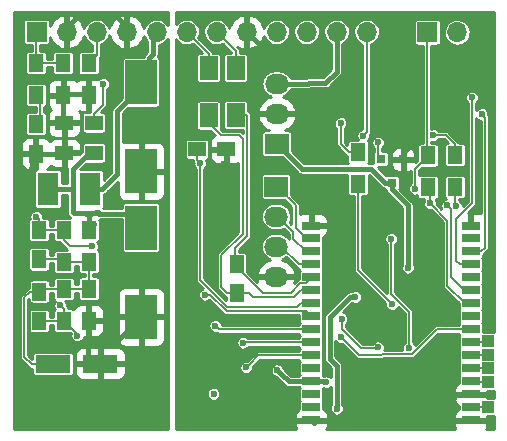
<source format=gtl>
%TF.GenerationSoftware,KiCad,Pcbnew,5.99.0-unknown-c3175b4~86~ubuntu16.04.1*%
%TF.CreationDate,2019-10-16T11:56:14+02:00*%
%TF.ProjectId,atmegax8_with_bluetooth,61746d65-6761-4783-985f-776974685f62,rev?*%
%TF.SameCoordinates,Original*%
%TF.FileFunction,Copper,L1,Top*%
%TF.FilePolarity,Positive*%
%FSLAX46Y46*%
G04 Gerber Fmt 4.6, Leading zero omitted, Abs format (unit mm)*
G04 Created by KiCad (PCBNEW 5.99.0-unknown-c3175b4~86~ubuntu16.04.1) date 2019-10-16 11:56:14*
%MOMM*%
%LPD*%
G04 APERTURE LIST*
%TA.AperFunction,SMDPad,CuDef*%
%ADD10R,2.700000X3.750000*%
%TD*%
%TA.AperFunction,SMDPad,CuDef*%
%ADD11R,1.778000X2.794000*%
%TD*%
%TA.AperFunction,ComponentPad*%
%ADD12O,2.032000X1.727200*%
%TD*%
%TA.AperFunction,ComponentPad*%
%ADD13R,2.032000X1.727200*%
%TD*%
%TA.AperFunction,SMDPad,CuDef*%
%ADD14R,1.000000X1.000000*%
%TD*%
%TA.AperFunction,SMDPad,CuDef*%
%ADD15R,1.500000X0.800000*%
%TD*%
%TA.AperFunction,ComponentPad*%
%ADD16O,1.700000X1.700000*%
%TD*%
%TA.AperFunction,ComponentPad*%
%ADD17R,1.700000X1.700000*%
%TD*%
%TA.AperFunction,SMDPad,CuDef*%
%ADD18R,2.999740X1.501140*%
%TD*%
%TA.AperFunction,SMDPad,CuDef*%
%ADD19R,1.300000X1.500000*%
%TD*%
%TA.AperFunction,SMDPad,CuDef*%
%ADD20R,1.600000X2.000000*%
%TD*%
%TA.AperFunction,SMDPad,CuDef*%
%ADD21R,0.800100X0.800100*%
%TD*%
%TA.AperFunction,SMDPad,CuDef*%
%ADD22R,1.500000X1.250000*%
%TD*%
%TA.AperFunction,SMDPad,CuDef*%
%ADD23R,1.250000X1.500000*%
%TD*%
%TA.AperFunction,ViaPad*%
%ADD24C,0.600000*%
%TD*%
%TA.AperFunction,Conductor*%
%ADD25C,0.400000*%
%TD*%
%TA.AperFunction,Conductor*%
%ADD26C,0.150000*%
%TD*%
%TA.AperFunction,Conductor*%
%ADD27C,0.254000*%
%TD*%
G04 APERTURE END LIST*
D10*
%TO.P,C11,1*%
%TO.N,+12C*%
X80518000Y-155292500D03*
%TO.P,C11,2*%
%TO.N,GNDA*%
X80518000Y-162842500D03*
%TD*%
%TO.P,C10,1*%
%TO.N,+12V*%
X80518000Y-142973500D03*
%TO.P,C10,2*%
%TO.N,GNDA*%
X80518000Y-150523500D03*
%TD*%
D11*
%TO.P,L1,1*%
%TO.N,+12V*%
X76200000Y-152019000D03*
%TO.P,L1,2*%
%TO.N,+12C*%
X72644000Y-152019000D03*
%TD*%
D12*
%TO.P,P3,4*%
%TO.N,GND*%
X91948000Y-159448500D03*
%TO.P,P3,3*%
%TO.N,/INL*%
X91948000Y-156908500D03*
%TO.P,P3,2*%
%TO.N,/INR*%
X91948000Y-154368500D03*
D13*
%TO.P,P3,1*%
%TO.N,/IN_DETECT*%
X91948000Y-151828500D03*
%TD*%
D14*
%TO.P,J5,1*%
%TO.N,Net-(J5-Pad1)*%
X109918500Y-164909500D03*
%TD*%
%TO.P,J4,1*%
%TO.N,Net-(J4-Pad1)*%
X109918500Y-166052500D03*
%TD*%
%TO.P,J3,1*%
%TO.N,Net-(J3-Pad1)*%
X109918500Y-167195500D03*
%TD*%
%TO.P,J2,1*%
%TO.N,Net-(J2-Pad1)*%
X109918500Y-168338500D03*
%TD*%
%TO.P,J1,1*%
%TO.N,Net-(J1-Pad1)*%
X109918500Y-170497500D03*
%TD*%
D15*
%TO.P,U2,25*%
%TO.N,/BTOUTL*%
X94922440Y-163911200D03*
%TO.P,U2,20*%
%TO.N,/INL*%
X94922440Y-158411200D03*
%TO.P,U2,22*%
%TO.N,/MICP*%
X94922440Y-160611200D03*
%TO.P,U2,30*%
%TO.N,N/C*%
X94922440Y-169411200D03*
%TO.P,U2,28*%
X94922440Y-167211200D03*
%TO.P,U2,24*%
%TO.N,/BTOUTLN*%
X94922440Y-162811200D03*
%TO.P,U2,21*%
%TO.N,/MICN*%
X94922440Y-159511200D03*
%TO.P,U2,31*%
%TO.N,N/C*%
X94922440Y-170511200D03*
%TO.P,U2,18*%
%TO.N,/IN_DETECT*%
X94922440Y-156211200D03*
%TO.P,U2,29*%
%TO.N,+BATT*%
X94922440Y-168311200D03*
%TO.P,U2,19*%
%TO.N,/INR*%
X94922440Y-157311200D03*
%TO.P,U2,27*%
%TO.N,/BTOUTRN*%
X94922440Y-166111200D03*
%TO.P,U2,17*%
%TO.N,GND*%
X94922440Y-155111200D03*
%TO.P,U2,23*%
%TO.N,/MIC_BIAS*%
X94922440Y-161711200D03*
%TO.P,U2,32*%
%TO.N,GND*%
X94922440Y-171611200D03*
%TO.P,U2,26*%
%TO.N,/BTOUTR*%
X94922440Y-165011200D03*
%TO.P,U2,4*%
%TO.N,Net-(J2-Pad1)*%
X108422440Y-168311200D03*
%TO.P,U2,1*%
%TO.N,GND*%
X108422440Y-171611200D03*
%TO.P,U2,2*%
%TO.N,Net-(J1-Pad1)*%
X108422440Y-170511200D03*
%TO.P,U2,3*%
%TO.N,GND*%
X108422440Y-169411200D03*
%TO.P,U2,7*%
%TO.N,Net-(J5-Pad1)*%
X108422440Y-165011200D03*
%TO.P,U2,5*%
%TO.N,Net-(J3-Pad1)*%
X108422440Y-167211200D03*
%TO.P,U2,9*%
%TO.N,N/C*%
X108422440Y-162811200D03*
%TO.P,U2,6*%
%TO.N,Net-(J4-Pad1)*%
X108422440Y-166111200D03*
%TO.P,U2,10*%
%TO.N,TX*%
X108422440Y-161711200D03*
%TO.P,U2,8*%
%TO.N,/BT_RESET*%
X108422440Y-163911200D03*
%TO.P,U2,11*%
%TO.N,RX*%
X108422440Y-160611200D03*
%TO.P,U2,12*%
%TO.N,N/C*%
X108422440Y-159511200D03*
%TO.P,U2,13*%
%TO.N,/LED1*%
X108422440Y-158411200D03*
%TO.P,U2,14*%
%TO.N,/LED2*%
X108422440Y-157311200D03*
%TO.P,U2,15*%
%TO.N,N/C*%
X108422440Y-156211200D03*
%TO.P,U2,16*%
%TO.N,GND*%
X108422440Y-155111200D03*
%TD*%
D16*
%TO.P,P1,12*%
%TO.N,Net-(P1-Pad12)*%
X99608640Y-138714480D03*
%TO.P,P1,11*%
%TO.N,/CDC_ENA_12V*%
X97068640Y-138714480D03*
%TO.P,P1,10*%
%TO.N,/DataOut*%
X94528640Y-138714480D03*
%TO.P,P1,9*%
%TO.N,Net-(P1-Pad9)*%
X91988640Y-138714480D03*
%TO.P,P1,8*%
%TO.N,GND*%
X89448640Y-138714480D03*
%TO.P,P1,7*%
%TO.N,/MIC_IN1*%
X86908640Y-138714480D03*
%TO.P,P1,6*%
%TO.N,/MIC_IN2*%
X84368640Y-138714480D03*
%TO.P,P1,5*%
%TO.N,+12V*%
X81828640Y-138714480D03*
%TO.P,P1,4*%
%TO.N,GNDA*%
X79288640Y-138714480D03*
%TO.P,P1,3*%
%TO.N,/AOUTR*%
X76748640Y-138714480D03*
%TO.P,P1,2*%
%TO.N,GNDA*%
X74208640Y-138714480D03*
D17*
%TO.P,P1,1*%
%TO.N,/AOUTL*%
X71668640Y-138714480D03*
%TD*%
D18*
%TO.P,C13,2*%
%TO.N,GNDA*%
X77055980Y-166814500D03*
%TO.P,C13,1*%
%TO.N,/VGND*%
X73058020Y-166814500D03*
%TD*%
D19*
%TO.P,R16,1*%
%TO.N,/VGND*%
X76098400Y-158197540D03*
%TO.P,R16,2*%
%TO.N,+12C*%
X76098400Y-155497540D03*
%TD*%
%TO.P,R17,1*%
%TO.N,GNDA*%
X76100940Y-163154360D03*
%TO.P,R17,2*%
%TO.N,/VGND*%
X76100940Y-160454360D03*
%TD*%
D20*
%TO.P,C23,1*%
%TO.N,/MICP*%
X86233000Y-145795500D03*
%TO.P,C23,2*%
%TO.N,/MIC_IN2*%
X86233000Y-141795500D03*
%TD*%
%TO.P,C27,1*%
%TO.N,/MICN*%
X88519000Y-145763500D03*
%TO.P,C27,2*%
%TO.N,/MIC_IN1*%
X88519000Y-141763500D03*
%TD*%
D12*
%TO.P,P5,3*%
%TO.N,/CDC_ENA_12V*%
X92000000Y-143120000D03*
%TO.P,P5,2*%
%TO.N,GND*%
X92000000Y-145660000D03*
D13*
%TO.P,P5,1*%
%TO.N,+5V*%
X92000000Y-148200000D03*
%TD*%
D21*
%TO.P,U5,3*%
%TO.N,+5V*%
X101747320Y-151503380D03*
%TO.P,U5,2*%
%TO.N,Net-(R3-Pad1)*%
X100797320Y-149504400D03*
%TO.P,U5,1*%
%TO.N,GND*%
X102697320Y-149504400D03*
%TD*%
D17*
%TO.P,P4,1*%
%TO.N,Net-(IC1-Pad31)*%
X104739440Y-138757660D03*
D16*
%TO.P,P4,2*%
%TO.N,Net-(IC1-Pad30)*%
X107279440Y-138757660D03*
%TD*%
D22*
%TO.P,C28,2*%
%TO.N,GND*%
X87737000Y-148653500D03*
%TO.P,C28,1*%
%TO.N,/MIC_BIAS*%
X85237000Y-148653500D03*
%TD*%
D19*
%TO.P,R14,1*%
%TO.N,Net-(IC1-Pad31)*%
X104792780Y-149180560D03*
%TO.P,R14,2*%
%TO.N,TX*%
X104792780Y-151880560D03*
%TD*%
%TO.P,R1,1*%
%TO.N,Net-(P1-Pad9)*%
X107088940Y-149139920D03*
%TO.P,R1,2*%
%TO.N,/Clock*%
X107088940Y-151839920D03*
%TD*%
%TO.P,R4,1*%
%TO.N,Net-(IC1-Pad12)*%
X98887280Y-151613860D03*
%TO.P,R4,2*%
%TO.N,/DataOut*%
X98887280Y-148913860D03*
%TD*%
D22*
%TO.P,C12,1*%
%TO.N,+12C*%
X76517820Y-148963400D03*
%TO.P,C12,2*%
%TO.N,GNDA*%
X74017820Y-148963400D03*
%TD*%
D19*
%TO.P,R10,1*%
%TO.N,Net-(C8-Pad1)*%
X71628000Y-144068800D03*
%TO.P,R10,2*%
%TO.N,/AOUTL*%
X71628000Y-141368800D03*
%TD*%
%TO.P,R11,1*%
%TO.N,GNDA*%
X76080620Y-144080220D03*
%TO.P,R11,2*%
%TO.N,/AOUTR*%
X76080620Y-141380220D03*
%TD*%
%TO.P,R12,1*%
%TO.N,GNDA*%
X73914000Y-144072600D03*
%TO.P,R12,2*%
%TO.N,/AOUTL*%
X73914000Y-141372600D03*
%TD*%
D23*
%TO.P,C17,1*%
%TO.N,Net-(C17-Pad1)*%
X71882000Y-155476900D03*
%TO.P,C17,2*%
%TO.N,/VGND*%
X71882000Y-157976900D03*
%TD*%
%TO.P,C18,1*%
%TO.N,Net-(C18-Pad1)*%
X71892160Y-163201680D03*
%TO.P,C18,2*%
%TO.N,/VGND*%
X71892160Y-160701680D03*
%TD*%
D19*
%TO.P,R22,1*%
%TO.N,/VGND*%
X73977500Y-158178500D03*
%TO.P,R22,2*%
%TO.N,Net-(C17-Pad1)*%
X73977500Y-155478500D03*
%TD*%
%TO.P,R24,1*%
%TO.N,/VGND*%
X74013060Y-160467060D03*
%TO.P,R24,2*%
%TO.N,Net-(C18-Pad1)*%
X74013060Y-163167060D03*
%TD*%
D22*
%TO.P,C7,1*%
%TO.N,Net-(C7-Pad1)*%
X76502580Y-146428460D03*
%TO.P,C7,2*%
%TO.N,GNDA*%
X74002580Y-146428460D03*
%TD*%
D23*
%TO.P,C8,1*%
%TO.N,Net-(C8-Pad1)*%
X71617840Y-146537360D03*
%TO.P,C8,2*%
%TO.N,GNDA*%
X71617840Y-149037360D03*
%TD*%
%TO.P,C26,1*%
%TO.N,/MICP*%
X88600000Y-160850000D03*
%TO.P,C26,2*%
%TO.N,/MICN*%
X88600000Y-158350000D03*
%TD*%
D24*
%TO.N,Net-(C17-Pad1)*%
X71628000Y-154368500D03*
%TO.N,/SCK*%
X100584000Y-165417500D03*
%TO.N,/ARESET*%
X103187500Y-165481000D03*
%TO.N,/Clock*%
X107200457Y-153472453D03*
%TO.N,/BTOUTLN*%
X85915500Y-160972500D03*
%TO.N,/BTOUTRN*%
X89408000Y-167132000D03*
%TO.N,GNDA*%
X71247000Y-150431500D03*
%TO.N,GND*%
X96097489Y-141138511D03*
%TO.N,+12C*%
X76881490Y-154051000D03*
%TO.N,/MIC_BIAS*%
X85534500Y-149860000D03*
%TO.N,GND*%
X87503000Y-149923500D03*
X100520500Y-144272000D03*
X107141500Y-162496500D03*
%TO.N,Net-(IC1-Pad12)*%
X101754940Y-161759900D03*
%TO.N,Net-(IC1-Pad31)*%
X103692762Y-151996140D03*
%TO.N,+BATT*%
X96205040Y-168384220D03*
%TO.N,GND*%
X93383100Y-171681140D03*
%TO.N,/SCK*%
X97492493Y-163021092D03*
%TO.N,+BATT*%
X92062300Y-167370760D03*
%TO.N,/ARESET*%
X101673660Y-156245560D03*
%TO.N,RX*%
X106420920Y-153408380D03*
%TO.N,TX*%
X104973120Y-153245820D03*
%TO.N,/BTOUTRN*%
X86649560Y-169362120D03*
%TO.N,/BTOUTR*%
X89169240Y-165033960D03*
%TO.N,/BTOUTL*%
X86800000Y-163600000D03*
%TO.N,Net-(R3-Pad1)*%
X100584000Y-148082000D03*
%TO.N,Net-(P1-Pad9)*%
X105265990Y-147453779D03*
%TO.N,/DataOut*%
X97409000Y-146431000D03*
%TO.N,GND*%
X103774658Y-159728943D03*
X104013000Y-157911490D03*
%TO.N,+5V*%
X103110990Y-158686500D03*
X98615500Y-161163000D03*
%TO.N,Net-(C18-Pad1)*%
X73660000Y-161861500D03*
%TO.N,GNDA*%
X71945500Y-165100000D03*
%TO.N,Net-(C18-Pad1)*%
X75120500Y-164449990D03*
%TO.N,Net-(C17-Pad1)*%
X76348989Y-156886511D03*
%TO.N,Net-(C7-Pad1)*%
X77279500Y-143129000D03*
%TO.N,/BT_RESET*%
X97472500Y-164592000D03*
%TO.N,+5V*%
X97091500Y-170624500D03*
%TO.N,Net-(P1-Pad12)*%
X99314000Y-147510500D03*
%TO.N,GND*%
X103187500Y-148463000D03*
X94869000Y-153670000D03*
X108458000Y-154305000D03*
X106743500Y-170688000D03*
%TO.N,/LED2*%
X109347000Y-145669000D03*
%TO.N,/LED1*%
X108521500Y-144272000D03*
%TD*%
D25*
%TO.N,+12V*%
X78501000Y-150573500D02*
X78486000Y-150558500D01*
X78486000Y-150558500D02*
X78486000Y-145390500D01*
X78486000Y-150772000D02*
X78486000Y-150558500D01*
%TO.N,+12C*%
X76517820Y-148963400D02*
X76080600Y-148963400D01*
X76080600Y-148963400D02*
X74739500Y-150304500D01*
X74739500Y-150304500D02*
X74739500Y-152019000D01*
X74358500Y-152019000D02*
X74739500Y-152019000D01*
X74739500Y-152019000D02*
X74739500Y-153987500D01*
X74739500Y-153987500D02*
X74803000Y-154051000D01*
X76098400Y-154347540D02*
X75801860Y-154051000D01*
X74803000Y-154051000D02*
X76881490Y-154051000D01*
X75801860Y-154051000D02*
X74803000Y-154051000D01*
D26*
%TO.N,Net-(C17-Pad1)*%
X71673600Y-154368500D02*
X71628000Y-154368500D01*
X71882000Y-154576900D02*
X71673600Y-154368500D01*
X71882000Y-155476900D02*
X71882000Y-154576900D01*
D25*
%TO.N,+12C*%
X72644000Y-152019000D02*
X73933000Y-152019000D01*
X73933000Y-152019000D02*
X74358500Y-152019000D01*
D26*
%TO.N,/MIC_BIAS*%
X93733640Y-162000000D02*
X87811778Y-162000000D01*
X87811778Y-162000000D02*
X85534500Y-159722722D01*
X85534500Y-150284264D02*
X85534500Y-149860000D01*
%TO.N,/BTOUTLN*%
X86360000Y-160972500D02*
X85915500Y-160972500D01*
%TO.N,/MIC_BIAS*%
X94022440Y-161711200D02*
X93733640Y-162000000D01*
X85534500Y-159722722D02*
X85534500Y-150284264D01*
X94922440Y-161711200D02*
X94022440Y-161711200D01*
%TO.N,/BTOUTLN*%
X94922440Y-162811200D02*
X94480740Y-162369500D01*
X94480740Y-162369500D02*
X87757000Y-162369500D01*
X87757000Y-162369500D02*
X86360000Y-160972500D01*
%TO.N,/SCK*%
X97492493Y-163021092D02*
X97492493Y-163849993D01*
X97492493Y-163849993D02*
X99123500Y-165481000D01*
X100520500Y-165481000D02*
X100584000Y-165417500D01*
X99123500Y-165481000D02*
X100520500Y-165481000D01*
%TO.N,/BT_RESET*%
X103439502Y-166006002D02*
X100899502Y-166006002D01*
X97772499Y-164891999D02*
X97472500Y-164592000D01*
X105534304Y-163911200D02*
X103439502Y-166006002D01*
X100899502Y-166006002D02*
X100853004Y-166052500D01*
X98933000Y-166052500D02*
X97772499Y-164891999D01*
X108422440Y-163911200D02*
X105534304Y-163911200D01*
X100853004Y-166052500D02*
X98933000Y-166052500D01*
%TO.N,/ARESET*%
X103187500Y-162410646D02*
X103187500Y-165056736D01*
X101673660Y-160896806D02*
X103187500Y-162410646D01*
X101673660Y-156245560D02*
X101673660Y-160896806D01*
X103187500Y-165056736D02*
X103187500Y-165481000D01*
D25*
%TO.N,+12V*%
X78486000Y-145390500D02*
X81216500Y-142660000D01*
X77239000Y-152019000D02*
X78486000Y-150772000D01*
X76200000Y-152019000D02*
X77239000Y-152019000D01*
X81216500Y-142660000D02*
X81216500Y-140906500D01*
X81216500Y-140906500D02*
X81534000Y-140589000D01*
X81534000Y-140589000D02*
X81534000Y-139009120D01*
X81534000Y-139009120D02*
X81828640Y-138714480D01*
D26*
%TO.N,TX*%
X108422440Y-161711200D02*
X107926700Y-161711200D01*
X107926700Y-161711200D02*
X106426000Y-160210500D01*
X106426000Y-160210500D02*
X106426000Y-154698700D01*
X106426000Y-154698700D02*
X104973120Y-153245820D01*
%TO.N,RX*%
X108422440Y-160611200D02*
X107842700Y-160611200D01*
X106743500Y-159512000D02*
X106743500Y-153730960D01*
X107842700Y-160611200D02*
X106743500Y-159512000D01*
X106743500Y-153730960D02*
X106420920Y-153408380D01*
%TO.N,/Clock*%
X107088940Y-151839920D02*
X107088940Y-153360936D01*
X107088940Y-153360936D02*
X107200457Y-153472453D01*
%TO.N,/MICN*%
X89471500Y-156019500D02*
X89471500Y-145766000D01*
X88455500Y-157035500D02*
X89471500Y-156019500D01*
X88455500Y-158205500D02*
X88455500Y-157035500D01*
X88600000Y-158350000D02*
X88455500Y-158205500D01*
X89471500Y-145766000D02*
X89469000Y-145763500D01*
X89469000Y-145763500D02*
X88519000Y-145763500D01*
%TO.N,/MICP*%
X89107989Y-147781989D02*
X89107989Y-155811511D01*
X87825000Y-160850000D02*
X88600000Y-160850000D01*
X87249000Y-147447000D02*
X88773000Y-147447000D01*
X86233000Y-146431000D02*
X87249000Y-147447000D01*
X86233000Y-145795500D02*
X86233000Y-146431000D01*
X88773000Y-147447000D02*
X89107989Y-147781989D01*
X89107989Y-155811511D02*
X87312500Y-157607000D01*
X87312500Y-157607000D02*
X87312500Y-160337500D01*
X87312500Y-160337500D02*
X87825000Y-160850000D01*
%TO.N,/BTOUTRN*%
X94092040Y-166111200D02*
X90428800Y-166111200D01*
X90428800Y-166111200D02*
X89707999Y-166832001D01*
X89707999Y-166832001D02*
X89408000Y-167132000D01*
D25*
%TO.N,GNDA*%
X71617840Y-149037360D02*
X71247000Y-149408200D01*
X71247000Y-150304800D02*
X71373700Y-150431500D01*
X71247000Y-149408200D02*
X71247000Y-150304800D01*
X71373700Y-150431500D02*
X71247000Y-150431500D01*
%TO.N,GND*%
X91872671Y-141138511D02*
X95673225Y-141138511D01*
X95673225Y-141138511D02*
X96097489Y-141138511D01*
X89448640Y-138714480D02*
X91872671Y-141138511D01*
%TO.N,+12C*%
X76098400Y-154347540D02*
X76394940Y-154051000D01*
X76394940Y-154051000D02*
X76457226Y-154051000D01*
X76457226Y-154051000D02*
X76881490Y-154051000D01*
D26*
%TO.N,/MIC_BIAS*%
X85237000Y-149562500D02*
X85534500Y-149860000D01*
X85237000Y-148653500D02*
X85237000Y-149562500D01*
D25*
%TO.N,GND*%
X87737000Y-148653500D02*
X87737000Y-149689500D01*
X87737000Y-149689500D02*
X87503000Y-149923500D01*
D26*
%TO.N,/IN_DETECT*%
X93599000Y-153416000D02*
X92011500Y-151828500D01*
X93599000Y-155342762D02*
X93599000Y-153416000D01*
X94467438Y-156211200D02*
X93599000Y-155342762D01*
X94922440Y-156211200D02*
X94467438Y-156211200D01*
X92011500Y-151828500D02*
X91948000Y-151828500D01*
%TO.N,/INR*%
X93408500Y-156252880D02*
X93408500Y-155676600D01*
X94466820Y-157311200D02*
X93408500Y-156252880D01*
X93408500Y-155676600D02*
X92100400Y-154368500D01*
X94922440Y-157311200D02*
X94466820Y-157311200D01*
X92100400Y-154368500D02*
X91948000Y-154368500D01*
%TO.N,/INL*%
X94922440Y-158411200D02*
X93895200Y-158411200D01*
X93895200Y-158411200D02*
X92392500Y-156908500D01*
X92392500Y-156908500D02*
X91948000Y-156908500D01*
%TO.N,/IN_DETECT*%
X92600000Y-151800000D02*
X92400000Y-151800000D01*
D25*
%TO.N,GND*%
X100520500Y-145796000D02*
X100520500Y-144696264D01*
X103187500Y-148463000D02*
X100520500Y-145796000D01*
X100520500Y-144696264D02*
X100520500Y-144272000D01*
%TO.N,+5V*%
X97967800Y-150317200D02*
X100011090Y-150317200D01*
X100011090Y-150317200D02*
X101197270Y-151503380D01*
X101197270Y-151503380D02*
X101747320Y-151503380D01*
X95072200Y-150317200D02*
X97967800Y-150317200D01*
%TO.N,GNDA*%
X78295500Y-137287000D02*
X75247500Y-137287000D01*
X74208640Y-138325860D02*
X74208640Y-138714480D01*
X75247500Y-137287000D02*
X74208640Y-138325860D01*
X79288640Y-138280140D02*
X78295500Y-137287000D01*
X79288640Y-138714480D02*
X79288640Y-138280140D01*
%TO.N,GND*%
X107141500Y-162496500D02*
X105346500Y-162496500D01*
X103774658Y-160153207D02*
X103774658Y-159728943D01*
X105346500Y-162496500D02*
X103774658Y-160924658D01*
X103774658Y-160924658D02*
X103774658Y-160153207D01*
D26*
%TO.N,Net-(J1-Pad1)*%
X109791500Y-170497500D02*
X108436140Y-170497500D01*
X108436140Y-170497500D02*
X108422440Y-170511200D01*
%TO.N,Net-(J2-Pad1)*%
X109791500Y-168338500D02*
X108449740Y-168338500D01*
X108449740Y-168338500D02*
X108422440Y-168311200D01*
%TO.N,Net-(J3-Pad1)*%
X108422440Y-167211200D02*
X109775800Y-167211200D01*
X109775800Y-167211200D02*
X109791500Y-167195500D01*
%TO.N,Net-(J4-Pad1)*%
X109791500Y-166116000D02*
X108427240Y-166116000D01*
X108427240Y-166116000D02*
X108422440Y-166111200D01*
%TO.N,Net-(J5-Pad1)*%
X109791500Y-164973000D02*
X108460640Y-164973000D01*
X108460640Y-164973000D02*
X108422440Y-165011200D01*
D25*
%TO.N,GNDA*%
X73914000Y-144072600D02*
X73914000Y-146339880D01*
D26*
%TO.N,Net-(IC1-Pad12)*%
X98887280Y-151613860D02*
X98887280Y-158892240D01*
X98887280Y-158892240D02*
X101754940Y-161759900D01*
D25*
%TO.N,+BATT*%
X94922440Y-168311200D02*
X96132020Y-168311200D01*
X96132020Y-168311200D02*
X96205040Y-168384220D01*
%TO.N,GND*%
X93383100Y-171681140D02*
X94852500Y-171681140D01*
X94852500Y-171681140D02*
X94922440Y-171611200D01*
%TO.N,+BATT*%
X92362299Y-167670759D02*
X92062300Y-167370760D01*
X94922440Y-168311200D02*
X93002740Y-168311200D01*
X93002740Y-168311200D02*
X92362299Y-167670759D01*
%TO.N,GNDA*%
X76062840Y-143957040D02*
X73903840Y-143957040D01*
%TO.N,GND*%
X94922440Y-155111200D02*
X94467438Y-155111200D01*
X95144587Y-171833347D02*
X94922440Y-171611200D01*
D26*
%TO.N,Net-(IC1-Pad31)*%
X104739440Y-138757660D02*
X104739440Y-149127220D01*
X104739440Y-149127220D02*
X104792780Y-149180560D01*
%TO.N,TX*%
X104973120Y-153245820D02*
X104973120Y-152060900D01*
X104973120Y-152060900D02*
X104792780Y-151880560D01*
%TO.N,/BTOUTRN*%
X86761571Y-169250109D02*
X86649560Y-169362120D01*
D25*
%TO.N,/CDC_ENA_12V*%
X97068640Y-138927840D02*
X97068640Y-138714480D01*
X97068640Y-138714480D02*
X97068640Y-138978640D01*
X97068640Y-138714480D02*
X97414080Y-138714480D01*
%TO.N,GND*%
X89496900Y-138762740D02*
X89448640Y-138714480D01*
D26*
%TO.N,/DataOut*%
X94526100Y-138717020D02*
X94528640Y-138714480D01*
%TO.N,/AOUTL*%
X70987920Y-139395200D02*
X71668640Y-138714480D01*
X74041000Y-141343400D02*
X72029320Y-141343400D01*
%TO.N,Net-(C8-Pad1)*%
X71945180Y-146022060D02*
X71945180Y-143460140D01*
%TO.N,/MIC_IN1*%
X86908640Y-138714480D02*
X86908640Y-138328400D01*
X86908640Y-138714480D02*
X86908640Y-138348720D01*
%TO.N,/BTOUTR*%
X89192000Y-165011200D02*
X89169240Y-165033960D01*
X94922440Y-165011200D02*
X89192000Y-165011200D01*
%TO.N,/BTOUTRN*%
X94092040Y-166111200D02*
X94022440Y-166111200D01*
X94922440Y-166111200D02*
X94092040Y-166111200D01*
%TO.N,/BTOUTL*%
X87111200Y-163911200D02*
X86800000Y-163600000D01*
X94922440Y-163911200D02*
X87111200Y-163911200D01*
%TO.N,/MICN*%
X94467438Y-159511200D02*
X94922440Y-159511200D01*
%TO.N,/MICP*%
X94022440Y-160611200D02*
X94922440Y-160611200D01*
X93433640Y-161200000D02*
X94022440Y-160611200D01*
X90000000Y-161200000D02*
X93433640Y-161200000D01*
X89650000Y-160850000D02*
X90000000Y-161200000D01*
X88600000Y-160850000D02*
X89650000Y-160850000D01*
%TO.N,/MICN*%
X94447441Y-159986199D02*
X94922440Y-159511200D01*
X93992439Y-159986199D02*
X94447441Y-159986199D01*
X93178638Y-160800000D02*
X93992439Y-159986199D01*
X88600000Y-158600000D02*
X90800000Y-160800000D01*
X88600000Y-158350000D02*
X88600000Y-158600000D01*
X90800000Y-160800000D02*
X93178638Y-160800000D01*
%TO.N,/INR*%
X92400000Y-154340000D02*
X92400000Y-154800000D01*
D25*
%TO.N,/CDC_ENA_12V*%
X97068640Y-139217360D02*
X97068640Y-138714480D01*
X92000000Y-143120000D02*
X93166000Y-143120000D01*
%TO.N,+5V*%
X97655240Y-150317200D02*
X97967800Y-150317200D01*
X92000000Y-148200000D02*
X94117200Y-150317200D01*
%TO.N,/CDC_ENA_12V*%
X94644000Y-143120000D02*
X94742000Y-143022000D01*
X92000000Y-143120000D02*
X94644000Y-143120000D01*
D26*
%TO.N,Net-(IC1-Pad31)*%
X103692762Y-150307238D02*
X103692762Y-151996140D01*
X103759000Y-150241000D02*
X103692762Y-150307238D01*
X103759000Y-150214340D02*
X103759000Y-150241000D01*
X104792780Y-149180560D02*
X103759000Y-150214340D01*
%TO.N,Net-(R3-Pad1)*%
X100584000Y-149291080D02*
X100584000Y-148082000D01*
X100797320Y-149504400D02*
X100584000Y-149291080D01*
%TO.N,Net-(P1-Pad9)*%
X106302799Y-147453779D02*
X105265990Y-147453779D01*
X107088940Y-148239920D02*
X106302799Y-147453779D01*
X107088940Y-149139920D02*
X107088940Y-148239920D01*
%TO.N,/DataOut*%
X98087280Y-148913860D02*
X97409000Y-148235580D01*
X97409000Y-148235580D02*
X97409000Y-146855264D01*
X97409000Y-146855264D02*
X97409000Y-146431000D01*
X98887280Y-148913860D02*
X98087280Y-148913860D01*
D25*
%TO.N,GND*%
X92138000Y-145522000D02*
X92000000Y-145660000D01*
%TO.N,/CDC_ENA_12V*%
X97068640Y-142072360D02*
X97068640Y-138714480D01*
X96119000Y-143022000D02*
X97068640Y-142072360D01*
X94742000Y-143022000D02*
X96119000Y-143022000D01*
%TO.N,GND*%
X103774658Y-159728943D02*
X104074657Y-159428944D01*
X104074657Y-159428944D02*
X104074657Y-157973147D01*
X104074657Y-157973147D02*
X104013000Y-157911490D01*
%TO.N,+5V*%
X101747320Y-151503380D02*
X101747320Y-152053430D01*
X103110990Y-153417100D02*
X103110990Y-158262236D01*
X101747320Y-152053430D02*
X103110990Y-153417100D01*
X103110990Y-158262236D02*
X103110990Y-158686500D01*
%TO.N,GNDA*%
X73943860Y-149037360D02*
X74017820Y-148963400D01*
X71617840Y-149037360D02*
X73943860Y-149037360D01*
X74017820Y-146443700D02*
X74002580Y-146428460D01*
X74017820Y-148963400D02*
X74017820Y-146443700D01*
D26*
%TO.N,Net-(C17-Pad1)*%
X73975900Y-155476900D02*
X73977500Y-155478500D01*
X71882000Y-155476900D02*
X73975900Y-155476900D01*
%TO.N,/VGND*%
X73775900Y-157976900D02*
X73977500Y-158178500D01*
X71882000Y-157976900D02*
X73775900Y-157976900D01*
X76079360Y-158178500D02*
X76098400Y-158197540D01*
X73977500Y-158178500D02*
X76079360Y-158178500D01*
X76098400Y-160451820D02*
X76100940Y-160454360D01*
X76098400Y-158197540D02*
X76098400Y-160451820D01*
X74025760Y-160454360D02*
X74013060Y-160467060D01*
X76100940Y-160454360D02*
X74025760Y-160454360D01*
X72126780Y-160467060D02*
X71892160Y-160701680D01*
X74013060Y-160467060D02*
X72126780Y-160467060D01*
%TO.N,Net-(C18-Pad1)*%
X73978440Y-163201680D02*
X74013060Y-163167060D01*
X71892160Y-163201680D02*
X73978440Y-163201680D01*
X73959999Y-162161499D02*
X73660000Y-161861500D01*
X74013060Y-162214560D02*
X73959999Y-162161499D01*
X74013060Y-163167060D02*
X74013060Y-162214560D01*
D25*
%TO.N,GNDA*%
X76039980Y-163215320D02*
X76100940Y-163154360D01*
X76039980Y-163215320D02*
X76039980Y-164371020D01*
X76006960Y-164782500D02*
X76039980Y-164815520D01*
X76039980Y-164815520D02*
X76039980Y-163215320D01*
X76039980Y-166497000D02*
X76039980Y-164815520D01*
X74002580Y-147701000D02*
X74002580Y-146428460D01*
%TO.N,+12V*%
X81915000Y-138800840D02*
X81828640Y-138714480D01*
D26*
%TO.N,/MIC_IN2*%
X86233000Y-140578840D02*
X84368640Y-138714480D01*
X86233000Y-141795500D02*
X86233000Y-140578840D01*
%TO.N,/MIC_IN1*%
X88519000Y-140324840D02*
X88519000Y-141763500D01*
X86908640Y-138714480D02*
X88519000Y-140324840D01*
D25*
%TO.N,+12C*%
X76098400Y-155397540D02*
X76505441Y-154990499D01*
X76098400Y-155397540D02*
X76098400Y-155497540D01*
%TO.N,GNDA*%
X76217300Y-163038000D02*
X76100940Y-163154360D01*
D26*
%TO.N,/AOUTL*%
X71628000Y-138755120D02*
X71668640Y-138714480D01*
X71628000Y-141368800D02*
X71628000Y-138755120D01*
%TO.N,/AOUTR*%
X76748640Y-140712200D02*
X76080620Y-141380220D01*
X76748640Y-138714480D02*
X76748640Y-140712200D01*
D25*
%TO.N,+12C*%
X72644000Y-151511000D02*
X72644000Y-152019000D01*
X76517820Y-148963400D02*
X76114598Y-148963400D01*
X76098400Y-155497540D02*
X76098400Y-155536900D01*
X76098400Y-155497540D02*
X76098400Y-154347540D01*
%TO.N,+12V*%
X76200000Y-152019000D02*
X77089000Y-152019000D01*
D26*
%TO.N,/VGND*%
X73058020Y-166814500D02*
X72994520Y-166878000D01*
X71117160Y-160701680D02*
X71892160Y-160701680D01*
X72994520Y-166878000D02*
X71247000Y-166878000D01*
X71247000Y-166878000D02*
X70612000Y-166243000D01*
X70612000Y-161206840D02*
X71117160Y-160701680D01*
X70612000Y-166243000D02*
X70612000Y-161206840D01*
D25*
%TO.N,GNDA*%
X75674459Y-165115001D02*
X76006960Y-164782500D01*
X75674459Y-165115001D02*
X75722480Y-165066980D01*
X75659458Y-165100000D02*
X71945500Y-165100000D01*
X75674459Y-165115001D02*
X75659458Y-165100000D01*
D26*
%TO.N,Net-(C18-Pad1)*%
X75120500Y-164274500D02*
X75120500Y-164449990D01*
X74013060Y-163167060D02*
X75120500Y-164274500D01*
%TO.N,Net-(C17-Pad1)*%
X75924725Y-156886511D02*
X76348989Y-156886511D01*
X74485511Y-156886511D02*
X75924725Y-156886511D01*
X73977500Y-156378500D02*
X74485511Y-156886511D01*
X73977500Y-155478500D02*
X73977500Y-156378500D01*
D25*
%TO.N,+12C*%
X72644000Y-152400000D02*
X72644000Y-152019000D01*
D26*
%TO.N,Net-(C7-Pad1)*%
X77279500Y-144876540D02*
X77279500Y-143553264D01*
X76502580Y-146428460D02*
X76502580Y-145653460D01*
X76502580Y-145653460D02*
X77279500Y-144876540D01*
X77279500Y-143553264D02*
X77279500Y-143129000D01*
D25*
%TO.N,+5V*%
X96478199Y-166391699D02*
X97091500Y-167005000D01*
X98615500Y-161163000D02*
X98191236Y-161163000D01*
X97091500Y-170200236D02*
X97091500Y-170624500D01*
X96478199Y-162876037D02*
X96478199Y-166391699D01*
X97091500Y-167005000D02*
X97091500Y-170200236D01*
X98191236Y-161163000D02*
X96478199Y-162876037D01*
X94117200Y-150317200D02*
X95072200Y-150317200D01*
D26*
%TO.N,Net-(P1-Pad12)*%
X99608640Y-147215860D02*
X99314000Y-147510500D01*
X99608640Y-138714480D02*
X99608640Y-147215860D01*
D25*
%TO.N,GND*%
X102697320Y-148953180D02*
X103187500Y-148463000D01*
X102697320Y-149504400D02*
X102697320Y-148953180D01*
X94922440Y-155111200D02*
X94922440Y-153723440D01*
X94922440Y-153723440D02*
X94869000Y-153670000D01*
X108458000Y-155075640D02*
X108422440Y-155111200D01*
X108458000Y-154305000D02*
X108458000Y-155075640D01*
X106743500Y-169940140D02*
X106743500Y-170688000D01*
X107272440Y-169411200D02*
X106743500Y-169940140D01*
X108422440Y-169411200D02*
X107272440Y-169411200D01*
X107095200Y-171611200D02*
X108422440Y-171611200D01*
X106743500Y-171259500D02*
X107095200Y-171611200D01*
X106743500Y-170688000D02*
X106743500Y-171259500D01*
X105820300Y-171611200D02*
X106743500Y-170688000D01*
X94922440Y-171611200D02*
X105820300Y-171611200D01*
D26*
%TO.N,/LED2*%
X109647441Y-156986199D02*
X109647441Y-145969441D01*
X109646999Y-145968999D02*
X109347000Y-145669000D01*
X109647441Y-145969441D02*
X109646999Y-145968999D01*
X109322440Y-157311200D02*
X109647441Y-156986199D01*
X108422440Y-157311200D02*
X109322440Y-157311200D01*
%TO.N,/LED1*%
X107522440Y-158411200D02*
X108422440Y-158411200D01*
X108521500Y-153225500D02*
X107188000Y-154559000D01*
X107188000Y-154559000D02*
X107188000Y-158076760D01*
X108521500Y-144272000D02*
X108521500Y-153225500D01*
X107188000Y-158076760D02*
X107522440Y-158411200D01*
D25*
%TO.N,+12C*%
X76944990Y-154114500D02*
X76881490Y-154051000D01*
X79340000Y-154114500D02*
X76944990Y-154114500D01*
X80518000Y-155292500D02*
X79340000Y-154114500D01*
%TO.N,GNDA*%
X78578000Y-164782500D02*
X80518000Y-162842500D01*
X76006960Y-164782500D02*
X78578000Y-164782500D01*
%TD*%
D27*
%TO.N,GNDA*%
G36*
X82805000Y-138152364D02*
G01*
X82725357Y-138023914D01*
X82568185Y-137857709D01*
X82380803Y-137726502D01*
X82167796Y-137634327D01*
X81871647Y-137588480D01*
X81771487Y-137588480D01*
X81601059Y-137605791D01*
X81382775Y-137674198D01*
X81182703Y-137785099D01*
X81009019Y-137933965D01*
X80868815Y-138114714D01*
X80767819Y-138319964D01*
X80742556Y-138416950D01*
X80715184Y-138286497D01*
X80622679Y-138052258D01*
X80492030Y-137836954D01*
X80326971Y-137646741D01*
X80132224Y-137487058D01*
X79913356Y-137362471D01*
X79673809Y-137275520D01*
X79416640Y-137241433D01*
X79416640Y-140214458D01*
X79783348Y-140119280D01*
X80012969Y-140015843D01*
X80221880Y-139875196D01*
X80404106Y-139701361D01*
X80554437Y-139499308D01*
X80668576Y-139274814D01*
X80743258Y-139034299D01*
X80744117Y-139027815D01*
X80811380Y-139210631D01*
X80931923Y-139405046D01*
X81058001Y-139538370D01*
X81058000Y-140391834D01*
X80888728Y-140561107D01*
X80817618Y-140625134D01*
X80803561Y-140668399D01*
X80762189Y-140732107D01*
X80748337Y-140819561D01*
X79155590Y-140819561D01*
X79060310Y-140838514D01*
X78969015Y-140899515D01*
X78908014Y-140990810D01*
X78889061Y-141086090D01*
X78889061Y-144314275D01*
X78158239Y-145045097D01*
X78087118Y-145109134D01*
X78073061Y-145152399D01*
X78031689Y-145216107D01*
X78000034Y-145415968D01*
X78010001Y-145453167D01*
X78010000Y-150534435D01*
X78010000Y-150546045D01*
X78008407Y-150576427D01*
X77367939Y-151216896D01*
X77367939Y-150609590D01*
X77348986Y-150514310D01*
X77287985Y-150423015D01*
X77196690Y-150362014D01*
X77101410Y-150343061D01*
X75374103Y-150343061D01*
X75849826Y-149867339D01*
X77280230Y-149867339D01*
X77375510Y-149848386D01*
X77466805Y-149787385D01*
X77527806Y-149696090D01*
X77546759Y-149600810D01*
X77546759Y-148325990D01*
X77527806Y-148230710D01*
X77466805Y-148139415D01*
X77375510Y-148078414D01*
X77280230Y-148059461D01*
X75755410Y-148059461D01*
X75660130Y-148078414D01*
X75568835Y-148139415D01*
X75507834Y-148230710D01*
X75488881Y-148325990D01*
X75488881Y-148881954D01*
X75279435Y-149091400D01*
X74145820Y-149091400D01*
X74145820Y-150230237D01*
X74269330Y-150230237D01*
X74253534Y-150329968D01*
X74263500Y-150367164D01*
X74263501Y-151543000D01*
X73811939Y-151543000D01*
X73811939Y-150609590D01*
X73792986Y-150514310D01*
X73731985Y-150423015D01*
X73640690Y-150362014D01*
X73545410Y-150343061D01*
X72566911Y-150343061D01*
X72736005Y-150201175D01*
X72825011Y-150047011D01*
X72854005Y-150081565D01*
X73047634Y-150193356D01*
X73256796Y-150230237D01*
X73889820Y-150230237D01*
X73889820Y-147696563D01*
X74145820Y-147696563D01*
X74145820Y-148835400D01*
X75409657Y-148835400D01*
X75409657Y-148321812D01*
X75329025Y-148020889D01*
X75181635Y-147845235D01*
X74988006Y-147733444D01*
X74778844Y-147696563D01*
X74145820Y-147696563D01*
X73889820Y-147696563D01*
X73251232Y-147696563D01*
X72950309Y-147777195D01*
X72774655Y-147924585D01*
X72771153Y-147930650D01*
X72656655Y-147794195D01*
X72463026Y-147682404D01*
X72253864Y-147645523D01*
X71745840Y-147645523D01*
X71745840Y-150343061D01*
X71742590Y-150343061D01*
X71647310Y-150362014D01*
X71556015Y-150423015D01*
X71495014Y-150514310D01*
X71476061Y-150609590D01*
X71476061Y-153428410D01*
X71495014Y-153523690D01*
X71556015Y-153614985D01*
X71647310Y-153675986D01*
X71742590Y-153694939D01*
X73545410Y-153694939D01*
X73640690Y-153675986D01*
X73731985Y-153614985D01*
X73792986Y-153523690D01*
X73811939Y-153428410D01*
X73811939Y-152495000D01*
X74263500Y-152495000D01*
X74263501Y-153975028D01*
X74258492Y-154070595D01*
X74279146Y-154111131D01*
X74294939Y-154185432D01*
X74413879Y-154349140D01*
X74447230Y-154368395D01*
X74457593Y-154378758D01*
X74521345Y-154449561D01*
X73315090Y-154449561D01*
X73219810Y-154468514D01*
X73128515Y-154529515D01*
X73067514Y-154620810D01*
X73048561Y-154716090D01*
X73048561Y-155125900D01*
X72785939Y-155125900D01*
X72785939Y-154714490D01*
X72766986Y-154619210D01*
X72705985Y-154527915D01*
X72614690Y-154466914D01*
X72519410Y-154447961D01*
X72212856Y-154447961D01*
X72209079Y-154441419D01*
X72202527Y-154416965D01*
X72204414Y-154262408D01*
X72127078Y-154061465D01*
X71983086Y-153902384D01*
X71791477Y-153805805D01*
X71577950Y-153784681D01*
X71371131Y-153841842D01*
X71198758Y-153969625D01*
X71083944Y-154150893D01*
X71042083Y-154361341D01*
X71069655Y-154520138D01*
X71058015Y-154527915D01*
X70997014Y-154619210D01*
X70978061Y-154714490D01*
X70978061Y-156239310D01*
X70997014Y-156334590D01*
X71058015Y-156425885D01*
X71149310Y-156486886D01*
X71244590Y-156505839D01*
X72519410Y-156505839D01*
X72614690Y-156486886D01*
X72705985Y-156425885D01*
X72766986Y-156334590D01*
X72785939Y-156239310D01*
X72785939Y-155827900D01*
X73048561Y-155827900D01*
X73048561Y-156240910D01*
X73067514Y-156336190D01*
X73128515Y-156427485D01*
X73219810Y-156488486D01*
X73315090Y-156507439D01*
X73646644Y-156507439D01*
X73650422Y-156513983D01*
X73662804Y-156560191D01*
X73693900Y-156591287D01*
X73693902Y-156591290D01*
X74252172Y-157149561D01*
X73315090Y-157149561D01*
X73219810Y-157168514D01*
X73128515Y-157229515D01*
X73067514Y-157320810D01*
X73048561Y-157416090D01*
X73048561Y-157625900D01*
X72785939Y-157625900D01*
X72785939Y-157214490D01*
X72766986Y-157119210D01*
X72705985Y-157027915D01*
X72614690Y-156966914D01*
X72519410Y-156947961D01*
X71244590Y-156947961D01*
X71149310Y-156966914D01*
X71058015Y-157027915D01*
X70997014Y-157119210D01*
X70978061Y-157214490D01*
X70978061Y-158739310D01*
X70997014Y-158834590D01*
X71058015Y-158925885D01*
X71149310Y-158986886D01*
X71244590Y-159005839D01*
X72519410Y-159005839D01*
X72614690Y-158986886D01*
X72705985Y-158925885D01*
X72766986Y-158834590D01*
X72785939Y-158739310D01*
X72785939Y-158327900D01*
X73048561Y-158327900D01*
X73048561Y-158940910D01*
X73067514Y-159036190D01*
X73128515Y-159127485D01*
X73219810Y-159188486D01*
X73315090Y-159207439D01*
X74639910Y-159207439D01*
X74735190Y-159188486D01*
X74826485Y-159127485D01*
X74887486Y-159036190D01*
X74906439Y-158940910D01*
X74906439Y-158529500D01*
X75169461Y-158529500D01*
X75169461Y-158959950D01*
X75188414Y-159055230D01*
X75249415Y-159146525D01*
X75340710Y-159207526D01*
X75435990Y-159226479D01*
X75747400Y-159226479D01*
X75747401Y-159425421D01*
X75438530Y-159425421D01*
X75343250Y-159444374D01*
X75251955Y-159505375D01*
X75190954Y-159596670D01*
X75172001Y-159691950D01*
X75172001Y-160103360D01*
X74941999Y-160103360D01*
X74941999Y-159704650D01*
X74923046Y-159609370D01*
X74862045Y-159518075D01*
X74770750Y-159457074D01*
X74675470Y-159438121D01*
X73350650Y-159438121D01*
X73255370Y-159457074D01*
X73164075Y-159518075D01*
X73103074Y-159609370D01*
X73084121Y-159704650D01*
X73084121Y-160116060D01*
X72796099Y-160116060D01*
X72796099Y-159939270D01*
X72777146Y-159843990D01*
X72716145Y-159752695D01*
X72624850Y-159691694D01*
X72529570Y-159672741D01*
X71254750Y-159672741D01*
X71159470Y-159691694D01*
X71068175Y-159752695D01*
X71007174Y-159843990D01*
X70988221Y-159939270D01*
X70988221Y-160370824D01*
X70981679Y-160374601D01*
X70935470Y-160386982D01*
X70904372Y-160418080D01*
X70904369Y-160418082D01*
X70328402Y-160994050D01*
X70328400Y-160994053D01*
X70297304Y-161025149D01*
X70284922Y-161071357D01*
X70261001Y-161112791D01*
X70261001Y-161177219D01*
X70261000Y-166288131D01*
X70261001Y-166288135D01*
X70261001Y-166337050D01*
X70284921Y-166378480D01*
X70297302Y-166424688D01*
X70443339Y-166570729D01*
X70443341Y-166570729D01*
X71034209Y-167161598D01*
X71034212Y-167161600D01*
X71065310Y-167192698D01*
X71111519Y-167205079D01*
X71152949Y-167228999D01*
X71196929Y-167228999D01*
X71196932Y-167229000D01*
X71279211Y-167229000D01*
X71279211Y-167577480D01*
X71298164Y-167672760D01*
X71359165Y-167764055D01*
X71450460Y-167825056D01*
X71545740Y-167844009D01*
X74570300Y-167844009D01*
X74665580Y-167825056D01*
X74756875Y-167764055D01*
X74817876Y-167672760D01*
X74836829Y-167577480D01*
X74836829Y-166942500D01*
X74914273Y-166942500D01*
X74914273Y-167581658D01*
X74994905Y-167882582D01*
X75142295Y-168058235D01*
X75335924Y-168170026D01*
X75545086Y-168206907D01*
X76927980Y-168206907D01*
X76927980Y-166942500D01*
X77183980Y-166942500D01*
X77183980Y-168206907D01*
X78572438Y-168206907D01*
X78873362Y-168126275D01*
X79049015Y-167978885D01*
X79160806Y-167785256D01*
X79197687Y-167576094D01*
X79197687Y-166942500D01*
X77183980Y-166942500D01*
X76927980Y-166942500D01*
X74914273Y-166942500D01*
X74836829Y-166942500D01*
X74836829Y-166052906D01*
X74914273Y-166052906D01*
X74914273Y-166686500D01*
X76927980Y-166686500D01*
X76927980Y-165422093D01*
X77183980Y-165422093D01*
X77183980Y-166686500D01*
X79197687Y-166686500D01*
X79197687Y-166047342D01*
X79117055Y-165746419D01*
X78969665Y-165570765D01*
X78776036Y-165458974D01*
X78566874Y-165422093D01*
X77183980Y-165422093D01*
X76927980Y-165422093D01*
X75539522Y-165422093D01*
X75238599Y-165502725D01*
X75062945Y-165650115D01*
X74951154Y-165843744D01*
X74914273Y-166052906D01*
X74836829Y-166052906D01*
X74836829Y-166051520D01*
X74817876Y-165956240D01*
X74756875Y-165864945D01*
X74665580Y-165803944D01*
X74570300Y-165784991D01*
X71545740Y-165784991D01*
X71450460Y-165803944D01*
X71359165Y-165864945D01*
X71298164Y-165956240D01*
X71279211Y-166051520D01*
X71279211Y-166413822D01*
X70963000Y-166097612D01*
X70963000Y-161352228D01*
X70988221Y-161327007D01*
X70988221Y-161464090D01*
X71007174Y-161559370D01*
X71068175Y-161650665D01*
X71159470Y-161711666D01*
X71254750Y-161730619D01*
X72529570Y-161730619D01*
X72624850Y-161711666D01*
X72716145Y-161650665D01*
X72777146Y-161559370D01*
X72796099Y-161464090D01*
X72796099Y-160818060D01*
X73084121Y-160818060D01*
X73084121Y-161229470D01*
X73103074Y-161324750D01*
X73164075Y-161416045D01*
X73232194Y-161461560D01*
X73230758Y-161462625D01*
X73115944Y-161643893D01*
X73074083Y-161854341D01*
X73110790Y-162065750D01*
X73191248Y-162199919D01*
X73164075Y-162218075D01*
X73103074Y-162309370D01*
X73084121Y-162404650D01*
X73084121Y-162850680D01*
X72796099Y-162850680D01*
X72796099Y-162439270D01*
X72777146Y-162343990D01*
X72716145Y-162252695D01*
X72624850Y-162191694D01*
X72529570Y-162172741D01*
X71254750Y-162172741D01*
X71159470Y-162191694D01*
X71068175Y-162252695D01*
X71007174Y-162343990D01*
X70988221Y-162439270D01*
X70988221Y-163964090D01*
X71007174Y-164059370D01*
X71068175Y-164150665D01*
X71159470Y-164211666D01*
X71254750Y-164230619D01*
X72529570Y-164230619D01*
X72624850Y-164211666D01*
X72716145Y-164150665D01*
X72777146Y-164059370D01*
X72796099Y-163964090D01*
X72796099Y-163552680D01*
X73084121Y-163552680D01*
X73084121Y-163929470D01*
X73103074Y-164024750D01*
X73164075Y-164116045D01*
X73255370Y-164177046D01*
X73350650Y-164195999D01*
X74545611Y-164195999D01*
X74578597Y-164228985D01*
X74576444Y-164232383D01*
X74534583Y-164442831D01*
X74571290Y-164654240D01*
X74681642Y-164838258D01*
X74850841Y-164970215D01*
X75056200Y-165032412D01*
X75270182Y-165016511D01*
X75464092Y-164924642D01*
X75611927Y-164769127D01*
X75694151Y-164570133D01*
X75694443Y-164546197D01*
X75972940Y-164546197D01*
X75972940Y-163282360D01*
X76228940Y-163282360D01*
X76228940Y-164546197D01*
X76767528Y-164546197D01*
X77068452Y-164465565D01*
X77244105Y-164318175D01*
X77355896Y-164124546D01*
X77392777Y-163915384D01*
X77392777Y-163282360D01*
X76228940Y-163282360D01*
X75972940Y-163282360D01*
X75972940Y-161762523D01*
X76228940Y-161762523D01*
X76228940Y-163026360D01*
X77392777Y-163026360D01*
X77392777Y-162970500D01*
X78526163Y-162970500D01*
X78526163Y-164734088D01*
X78606795Y-165035012D01*
X78754185Y-165210665D01*
X78947814Y-165322456D01*
X79156976Y-165359337D01*
X80390000Y-165359337D01*
X80390000Y-162970500D01*
X80646000Y-162970500D01*
X80646000Y-165359337D01*
X81884588Y-165359337D01*
X82185512Y-165278705D01*
X82361165Y-165131315D01*
X82472956Y-164937686D01*
X82509837Y-164728524D01*
X82509837Y-162970500D01*
X80646000Y-162970500D01*
X80390000Y-162970500D01*
X78526163Y-162970500D01*
X77392777Y-162970500D01*
X77392777Y-162387772D01*
X77312145Y-162086849D01*
X77164755Y-161911195D01*
X76971126Y-161799404D01*
X76761964Y-161762523D01*
X76228940Y-161762523D01*
X75972940Y-161762523D01*
X75434352Y-161762523D01*
X75133429Y-161843155D01*
X74957775Y-161990545D01*
X74845984Y-162184174D01*
X74842329Y-162204901D01*
X74770750Y-162157074D01*
X74675470Y-162138121D01*
X74364059Y-162138121D01*
X74364059Y-162120511D01*
X74340140Y-162079081D01*
X74327757Y-162032870D01*
X74234168Y-161939280D01*
X74236414Y-161755408D01*
X74159078Y-161554465D01*
X74106158Y-161495999D01*
X74675470Y-161495999D01*
X74770750Y-161477046D01*
X74862045Y-161416045D01*
X74923046Y-161324750D01*
X74941999Y-161229470D01*
X74941999Y-160805360D01*
X75172001Y-160805360D01*
X75172001Y-161216770D01*
X75190954Y-161312050D01*
X75251955Y-161403345D01*
X75343250Y-161464346D01*
X75438530Y-161483299D01*
X76763350Y-161483299D01*
X76858630Y-161464346D01*
X76949925Y-161403345D01*
X77010926Y-161312050D01*
X77029879Y-161216770D01*
X77029879Y-160956476D01*
X78526163Y-160956476D01*
X78526163Y-162714500D01*
X80390000Y-162714500D01*
X80390000Y-160325663D01*
X80646000Y-160325663D01*
X80646000Y-162714500D01*
X82509837Y-162714500D01*
X82509837Y-160950912D01*
X82429205Y-160649989D01*
X82281815Y-160474335D01*
X82088186Y-160362544D01*
X81879024Y-160325663D01*
X80646000Y-160325663D01*
X80390000Y-160325663D01*
X79151412Y-160325663D01*
X78850489Y-160406295D01*
X78674835Y-160553685D01*
X78563044Y-160747314D01*
X78526163Y-160956476D01*
X77029879Y-160956476D01*
X77029879Y-159691950D01*
X77010926Y-159596670D01*
X76949925Y-159505375D01*
X76858630Y-159444374D01*
X76763350Y-159425421D01*
X76449400Y-159425421D01*
X76449400Y-159226479D01*
X76760810Y-159226479D01*
X76856090Y-159207526D01*
X76947385Y-159146525D01*
X77008386Y-159055230D01*
X77027339Y-158959950D01*
X77027339Y-157435130D01*
X77008386Y-157339850D01*
X76947385Y-157248555D01*
X76856090Y-157187554D01*
X76848515Y-157186047D01*
X76922640Y-157006654D01*
X76925403Y-156780419D01*
X76848067Y-156579476D01*
X76794102Y-156519856D01*
X76856090Y-156507526D01*
X76947385Y-156446525D01*
X77008386Y-156355230D01*
X77027339Y-156259950D01*
X77027339Y-154735130D01*
X77008386Y-154639850D01*
X76995250Y-154620190D01*
X77031172Y-154617521D01*
X77088205Y-154590500D01*
X78889061Y-154590500D01*
X78889061Y-157179910D01*
X78908014Y-157275190D01*
X78969015Y-157366485D01*
X79060310Y-157427486D01*
X79155590Y-157446439D01*
X81880410Y-157446439D01*
X81975690Y-157427486D01*
X82066985Y-157366485D01*
X82127986Y-157275190D01*
X82146939Y-157179910D01*
X82146939Y-153405090D01*
X82127986Y-153309810D01*
X82066985Y-153218515D01*
X81975690Y-153157514D01*
X81880410Y-153138561D01*
X79155590Y-153138561D01*
X79060310Y-153157514D01*
X78969015Y-153218515D01*
X78908014Y-153309810D01*
X78889061Y-153405090D01*
X78889061Y-153638500D01*
X77285106Y-153638500D01*
X77272928Y-153625046D01*
X77287985Y-153614985D01*
X77348986Y-153523690D01*
X77367939Y-153428410D01*
X77367939Y-152478227D01*
X77436931Y-152463563D01*
X77600639Y-152344622D01*
X77619897Y-152311266D01*
X78526163Y-151405001D01*
X78526163Y-152415088D01*
X78606795Y-152716012D01*
X78754185Y-152891665D01*
X78947814Y-153003456D01*
X79156976Y-153040337D01*
X80390000Y-153040337D01*
X80390000Y-150651500D01*
X80646000Y-150651500D01*
X80646000Y-153040337D01*
X81884588Y-153040337D01*
X82185512Y-152959705D01*
X82361165Y-152812315D01*
X82472956Y-152618686D01*
X82509837Y-152409524D01*
X82509837Y-150651500D01*
X80646000Y-150651500D01*
X80390000Y-150651500D01*
X80390000Y-148006663D01*
X80646000Y-148006663D01*
X80646000Y-150395500D01*
X82509837Y-150395500D01*
X82509837Y-148631912D01*
X82429205Y-148330989D01*
X82281815Y-148155335D01*
X82088186Y-148043544D01*
X81879024Y-148006663D01*
X80646000Y-148006663D01*
X80390000Y-148006663D01*
X79151412Y-148006663D01*
X78962000Y-148057416D01*
X78962000Y-145587663D01*
X79422224Y-145127439D01*
X81880410Y-145127439D01*
X81975690Y-145108486D01*
X82066985Y-145047485D01*
X82127986Y-144956190D01*
X82146939Y-144860910D01*
X82146939Y-141086090D01*
X82127986Y-140990810D01*
X82066985Y-140899515D01*
X81975690Y-140838514D01*
X81945202Y-140832449D01*
X81946941Y-140827100D01*
X81988311Y-140763393D01*
X82019966Y-140563533D01*
X82010000Y-140526337D01*
X82010000Y-139827864D01*
X82056221Y-139823169D01*
X82274505Y-139754762D01*
X82474577Y-139643861D01*
X82648261Y-139494995D01*
X82788465Y-139314246D01*
X82805000Y-139280643D01*
X82805000Y-172340000D01*
X69722000Y-172340000D01*
X69722000Y-149165360D01*
X70351003Y-149165360D01*
X70351003Y-149803948D01*
X70431635Y-150104872D01*
X70579025Y-150280525D01*
X70772654Y-150392316D01*
X70981816Y-150429197D01*
X71489840Y-150429197D01*
X71489840Y-149165360D01*
X70351003Y-149165360D01*
X69722000Y-149165360D01*
X69722000Y-148276336D01*
X70351003Y-148276336D01*
X70351003Y-148909360D01*
X71489840Y-148909360D01*
X71489840Y-147645523D01*
X70976252Y-147645523D01*
X70675329Y-147726155D01*
X70499675Y-147873545D01*
X70387884Y-148067174D01*
X70351003Y-148276336D01*
X69722000Y-148276336D01*
X69722000Y-143306390D01*
X70699061Y-143306390D01*
X70699061Y-144831210D01*
X70718014Y-144926490D01*
X70779015Y-145017785D01*
X70870310Y-145078786D01*
X70965590Y-145097739D01*
X71594180Y-145097739D01*
X71594180Y-145508421D01*
X70980430Y-145508421D01*
X70885150Y-145527374D01*
X70793855Y-145588375D01*
X70732854Y-145679670D01*
X70713901Y-145774950D01*
X70713901Y-147299770D01*
X70732854Y-147395050D01*
X70793855Y-147486345D01*
X70885150Y-147547346D01*
X70980430Y-147566299D01*
X72255250Y-147566299D01*
X72350530Y-147547346D01*
X72441825Y-147486345D01*
X72502826Y-147395050D01*
X72521779Y-147299770D01*
X72521779Y-146556460D01*
X72610743Y-146556460D01*
X72610743Y-147070048D01*
X72691375Y-147370972D01*
X72838765Y-147546625D01*
X73032394Y-147658416D01*
X73241556Y-147695297D01*
X73874580Y-147695297D01*
X73874580Y-146556460D01*
X74130580Y-146556460D01*
X74130580Y-147695297D01*
X74769168Y-147695297D01*
X75070092Y-147614665D01*
X75245745Y-147467275D01*
X75357536Y-147273646D01*
X75394417Y-147064484D01*
X75394417Y-146556460D01*
X74130580Y-146556460D01*
X73874580Y-146556460D01*
X72610743Y-146556460D01*
X72521779Y-146556460D01*
X72521779Y-145792436D01*
X72610743Y-145792436D01*
X72610743Y-146300460D01*
X75394417Y-146300460D01*
X75394417Y-145791050D01*
X75473641Y-145791050D01*
X75473641Y-147065870D01*
X75492594Y-147161150D01*
X75553595Y-147252445D01*
X75644890Y-147313446D01*
X75740170Y-147332399D01*
X77264990Y-147332399D01*
X77360270Y-147313446D01*
X77451565Y-147252445D01*
X77512566Y-147161150D01*
X77531519Y-147065870D01*
X77531519Y-145791050D01*
X77512566Y-145695770D01*
X77451565Y-145604475D01*
X77360270Y-145543474D01*
X77264990Y-145524521D01*
X77127907Y-145524521D01*
X77557462Y-145094967D01*
X77557466Y-145094962D01*
X77594198Y-145058230D01*
X77606579Y-145012021D01*
X77630499Y-144970591D01*
X77630499Y-144926611D01*
X77630500Y-144926608D01*
X77630500Y-143595859D01*
X77770927Y-143448137D01*
X77853151Y-143249143D01*
X77855914Y-143022908D01*
X77778578Y-142821965D01*
X77634586Y-142662884D01*
X77442977Y-142566305D01*
X77229450Y-142545181D01*
X77022631Y-142602342D01*
X76874875Y-142711875D01*
X76741644Y-142688383D01*
X76208620Y-142688383D01*
X76208620Y-145451033D01*
X76187884Y-145471769D01*
X76175502Y-145517977D01*
X76171724Y-145524521D01*
X75740170Y-145524521D01*
X75644890Y-145543474D01*
X75553595Y-145604475D01*
X75492594Y-145695770D01*
X75473641Y-145791050D01*
X75394417Y-145791050D01*
X75394417Y-145786872D01*
X75313785Y-145485949D01*
X75281730Y-145447748D01*
X75419596Y-145472057D01*
X75952620Y-145472057D01*
X75952620Y-142688383D01*
X75414032Y-142688383D01*
X75113109Y-142769015D01*
X75003964Y-142860598D01*
X74977815Y-142829435D01*
X74784186Y-142717644D01*
X74575024Y-142680763D01*
X74042000Y-142680763D01*
X74042000Y-144200600D01*
X72622163Y-144200600D01*
X72622163Y-144839188D01*
X72702795Y-145140112D01*
X72849060Y-145314424D01*
X72759415Y-145389645D01*
X72647624Y-145583274D01*
X72610743Y-145792436D01*
X72521779Y-145792436D01*
X72521779Y-145774950D01*
X72502826Y-145679670D01*
X72441825Y-145588375D01*
X72350530Y-145527374D01*
X72296180Y-145516563D01*
X72296180Y-145096591D01*
X72385690Y-145078786D01*
X72476985Y-145017785D01*
X72537986Y-144926490D01*
X72556939Y-144831210D01*
X72556939Y-143311576D01*
X72622163Y-143311576D01*
X72622163Y-143944600D01*
X73786000Y-143944600D01*
X73786000Y-142680763D01*
X73247412Y-142680763D01*
X72946489Y-142761395D01*
X72770835Y-142908785D01*
X72659044Y-143102414D01*
X72622163Y-143311576D01*
X72556939Y-143311576D01*
X72556939Y-143306390D01*
X72537986Y-143211110D01*
X72476985Y-143119815D01*
X72385690Y-143058814D01*
X72290410Y-143039861D01*
X70965590Y-143039861D01*
X70870310Y-143058814D01*
X70779015Y-143119815D01*
X70718014Y-143211110D01*
X70699061Y-143306390D01*
X69722000Y-143306390D01*
X69722000Y-137852070D01*
X70539701Y-137852070D01*
X70539701Y-139576890D01*
X70558654Y-139672170D01*
X70619655Y-139763465D01*
X70710950Y-139824466D01*
X70806230Y-139843419D01*
X71277001Y-139843419D01*
X71277000Y-140339861D01*
X70965590Y-140339861D01*
X70870310Y-140358814D01*
X70779015Y-140419815D01*
X70718014Y-140511110D01*
X70699061Y-140606390D01*
X70699061Y-142131210D01*
X70718014Y-142226490D01*
X70779015Y-142317785D01*
X70870310Y-142378786D01*
X70965590Y-142397739D01*
X72290410Y-142397739D01*
X72385690Y-142378786D01*
X72476985Y-142317785D01*
X72537986Y-142226490D01*
X72556939Y-142131210D01*
X72556939Y-141694400D01*
X72985061Y-141694400D01*
X72985061Y-142135010D01*
X73004014Y-142230290D01*
X73065015Y-142321585D01*
X73156310Y-142382586D01*
X73251590Y-142401539D01*
X74576410Y-142401539D01*
X74671690Y-142382586D01*
X74762985Y-142321585D01*
X74823986Y-142230290D01*
X74842939Y-142135010D01*
X74842939Y-140610190D01*
X74823986Y-140514910D01*
X74762985Y-140423615D01*
X74671690Y-140362614D01*
X74576410Y-140343661D01*
X73251590Y-140343661D01*
X73156310Y-140362614D01*
X73065015Y-140423615D01*
X73004014Y-140514910D01*
X72985061Y-140610190D01*
X72985061Y-140992400D01*
X72556939Y-140992400D01*
X72556939Y-140606390D01*
X72537986Y-140511110D01*
X72476985Y-140419815D01*
X72385690Y-140358814D01*
X72290410Y-140339861D01*
X71979000Y-140339861D01*
X71979000Y-139843419D01*
X72531050Y-139843419D01*
X72626330Y-139824466D01*
X72717625Y-139763465D01*
X72778626Y-139672170D01*
X72797579Y-139576890D01*
X72797579Y-139181669D01*
X72874601Y-139376702D01*
X73005250Y-139592006D01*
X73170309Y-139782219D01*
X73365056Y-139941902D01*
X73583924Y-140066489D01*
X73823471Y-140153440D01*
X74080640Y-140187527D01*
X74080640Y-137241433D01*
X74336640Y-137241433D01*
X74336640Y-140214458D01*
X74703348Y-140119280D01*
X74932969Y-140015843D01*
X75141880Y-139875196D01*
X75324106Y-139701361D01*
X75474437Y-139499308D01*
X75588576Y-139274814D01*
X75663258Y-139034299D01*
X75664117Y-139027815D01*
X75731380Y-139210631D01*
X75851923Y-139405046D01*
X76009095Y-139571251D01*
X76196477Y-139702458D01*
X76397640Y-139789508D01*
X76397641Y-140351281D01*
X75418210Y-140351281D01*
X75322930Y-140370234D01*
X75231635Y-140431235D01*
X75170634Y-140522530D01*
X75151681Y-140617810D01*
X75151681Y-142142630D01*
X75170634Y-142237910D01*
X75231635Y-142329205D01*
X75322930Y-142390206D01*
X75418210Y-142409159D01*
X76743030Y-142409159D01*
X76838310Y-142390206D01*
X76929605Y-142329205D01*
X76990606Y-142237910D01*
X77009559Y-142142630D01*
X77009559Y-140947670D01*
X77032238Y-140924991D01*
X77032240Y-140924988D01*
X77063338Y-140893890D01*
X77075719Y-140847681D01*
X77099639Y-140806251D01*
X77099639Y-140762271D01*
X77099640Y-140762268D01*
X77099640Y-139784491D01*
X77194505Y-139754762D01*
X77394577Y-139643861D01*
X77568261Y-139494995D01*
X77708465Y-139314246D01*
X77809461Y-139108996D01*
X77834724Y-139012010D01*
X77862096Y-139142463D01*
X77954601Y-139376702D01*
X78085250Y-139592006D01*
X78250309Y-139782219D01*
X78445056Y-139941902D01*
X78663924Y-140066489D01*
X78903471Y-140153440D01*
X79160640Y-140187527D01*
X79160640Y-137214502D01*
X78793932Y-137309680D01*
X78564311Y-137413117D01*
X78355400Y-137553764D01*
X78173174Y-137727599D01*
X78022843Y-137929652D01*
X77908704Y-138154146D01*
X77834022Y-138394661D01*
X77833163Y-138401145D01*
X77765900Y-138218329D01*
X77645357Y-138023914D01*
X77488185Y-137857709D01*
X77300803Y-137726502D01*
X77087796Y-137634327D01*
X76791647Y-137588480D01*
X76691487Y-137588480D01*
X76521059Y-137605791D01*
X76302775Y-137674198D01*
X76102703Y-137785099D01*
X75929019Y-137933965D01*
X75788815Y-138114714D01*
X75687819Y-138319964D01*
X75662556Y-138416950D01*
X75635184Y-138286497D01*
X75542679Y-138052258D01*
X75412030Y-137836954D01*
X75246971Y-137646741D01*
X75052224Y-137487058D01*
X74833356Y-137362471D01*
X74593809Y-137275520D01*
X74336640Y-137241433D01*
X74080640Y-137241433D01*
X74080640Y-137214502D01*
X73713932Y-137309680D01*
X73484311Y-137413117D01*
X73275400Y-137553764D01*
X73093174Y-137727599D01*
X72942843Y-137929652D01*
X72828704Y-138154146D01*
X72797579Y-138254385D01*
X72797579Y-137852070D01*
X72778626Y-137756790D01*
X72717625Y-137665495D01*
X72626330Y-137604494D01*
X72531050Y-137585541D01*
X70806230Y-137585541D01*
X70710950Y-137604494D01*
X70619655Y-137665495D01*
X70558654Y-137756790D01*
X70539701Y-137852070D01*
X69722000Y-137852070D01*
X69722000Y-137032000D01*
X82805000Y-137032000D01*
X82805000Y-138152364D01*
X82805000Y-138152364D01*
G37*
X82805000Y-138152364D02*
X82725357Y-138023914D01*
X82568185Y-137857709D01*
X82380803Y-137726502D01*
X82167796Y-137634327D01*
X81871647Y-137588480D01*
X81771487Y-137588480D01*
X81601059Y-137605791D01*
X81382775Y-137674198D01*
X81182703Y-137785099D01*
X81009019Y-137933965D01*
X80868815Y-138114714D01*
X80767819Y-138319964D01*
X80742556Y-138416950D01*
X80715184Y-138286497D01*
X80622679Y-138052258D01*
X80492030Y-137836954D01*
X80326971Y-137646741D01*
X80132224Y-137487058D01*
X79913356Y-137362471D01*
X79673809Y-137275520D01*
X79416640Y-137241433D01*
X79416640Y-140214458D01*
X79783348Y-140119280D01*
X80012969Y-140015843D01*
X80221880Y-139875196D01*
X80404106Y-139701361D01*
X80554437Y-139499308D01*
X80668576Y-139274814D01*
X80743258Y-139034299D01*
X80744117Y-139027815D01*
X80811380Y-139210631D01*
X80931923Y-139405046D01*
X81058001Y-139538370D01*
X81058000Y-140391834D01*
X80888728Y-140561107D01*
X80817618Y-140625134D01*
X80803561Y-140668399D01*
X80762189Y-140732107D01*
X80748337Y-140819561D01*
X79155590Y-140819561D01*
X79060310Y-140838514D01*
X78969015Y-140899515D01*
X78908014Y-140990810D01*
X78889061Y-141086090D01*
X78889061Y-144314275D01*
X78158239Y-145045097D01*
X78087118Y-145109134D01*
X78073061Y-145152399D01*
X78031689Y-145216107D01*
X78000034Y-145415968D01*
X78010001Y-145453167D01*
X78010000Y-150534435D01*
X78010000Y-150546045D01*
X78008407Y-150576427D01*
X77367939Y-151216896D01*
X77367939Y-150609590D01*
X77348986Y-150514310D01*
X77287985Y-150423015D01*
X77196690Y-150362014D01*
X77101410Y-150343061D01*
X75374103Y-150343061D01*
X75849826Y-149867339D01*
X77280230Y-149867339D01*
X77375510Y-149848386D01*
X77466805Y-149787385D01*
X77527806Y-149696090D01*
X77546759Y-149600810D01*
X77546759Y-148325990D01*
X77527806Y-148230710D01*
X77466805Y-148139415D01*
X77375510Y-148078414D01*
X77280230Y-148059461D01*
X75755410Y-148059461D01*
X75660130Y-148078414D01*
X75568835Y-148139415D01*
X75507834Y-148230710D01*
X75488881Y-148325990D01*
X75488881Y-148881954D01*
X75279435Y-149091400D01*
X74145820Y-149091400D01*
X74145820Y-150230237D01*
X74269330Y-150230237D01*
X74253534Y-150329968D01*
X74263500Y-150367164D01*
X74263501Y-151543000D01*
X73811939Y-151543000D01*
X73811939Y-150609590D01*
X73792986Y-150514310D01*
X73731985Y-150423015D01*
X73640690Y-150362014D01*
X73545410Y-150343061D01*
X72566911Y-150343061D01*
X72736005Y-150201175D01*
X72825011Y-150047011D01*
X72854005Y-150081565D01*
X73047634Y-150193356D01*
X73256796Y-150230237D01*
X73889820Y-150230237D01*
X73889820Y-147696563D01*
X74145820Y-147696563D01*
X74145820Y-148835400D01*
X75409657Y-148835400D01*
X75409657Y-148321812D01*
X75329025Y-148020889D01*
X75181635Y-147845235D01*
X74988006Y-147733444D01*
X74778844Y-147696563D01*
X74145820Y-147696563D01*
X73889820Y-147696563D01*
X73251232Y-147696563D01*
X72950309Y-147777195D01*
X72774655Y-147924585D01*
X72771153Y-147930650D01*
X72656655Y-147794195D01*
X72463026Y-147682404D01*
X72253864Y-147645523D01*
X71745840Y-147645523D01*
X71745840Y-150343061D01*
X71742590Y-150343061D01*
X71647310Y-150362014D01*
X71556015Y-150423015D01*
X71495014Y-150514310D01*
X71476061Y-150609590D01*
X71476061Y-153428410D01*
X71495014Y-153523690D01*
X71556015Y-153614985D01*
X71647310Y-153675986D01*
X71742590Y-153694939D01*
X73545410Y-153694939D01*
X73640690Y-153675986D01*
X73731985Y-153614985D01*
X73792986Y-153523690D01*
X73811939Y-153428410D01*
X73811939Y-152495000D01*
X74263500Y-152495000D01*
X74263501Y-153975028D01*
X74258492Y-154070595D01*
X74279146Y-154111131D01*
X74294939Y-154185432D01*
X74413879Y-154349140D01*
X74447230Y-154368395D01*
X74457593Y-154378758D01*
X74521345Y-154449561D01*
X73315090Y-154449561D01*
X73219810Y-154468514D01*
X73128515Y-154529515D01*
X73067514Y-154620810D01*
X73048561Y-154716090D01*
X73048561Y-155125900D01*
X72785939Y-155125900D01*
X72785939Y-154714490D01*
X72766986Y-154619210D01*
X72705985Y-154527915D01*
X72614690Y-154466914D01*
X72519410Y-154447961D01*
X72212856Y-154447961D01*
X72209079Y-154441419D01*
X72202527Y-154416965D01*
X72204414Y-154262408D01*
X72127078Y-154061465D01*
X71983086Y-153902384D01*
X71791477Y-153805805D01*
X71577950Y-153784681D01*
X71371131Y-153841842D01*
X71198758Y-153969625D01*
X71083944Y-154150893D01*
X71042083Y-154361341D01*
X71069655Y-154520138D01*
X71058015Y-154527915D01*
X70997014Y-154619210D01*
X70978061Y-154714490D01*
X70978061Y-156239310D01*
X70997014Y-156334590D01*
X71058015Y-156425885D01*
X71149310Y-156486886D01*
X71244590Y-156505839D01*
X72519410Y-156505839D01*
X72614690Y-156486886D01*
X72705985Y-156425885D01*
X72766986Y-156334590D01*
X72785939Y-156239310D01*
X72785939Y-155827900D01*
X73048561Y-155827900D01*
X73048561Y-156240910D01*
X73067514Y-156336190D01*
X73128515Y-156427485D01*
X73219810Y-156488486D01*
X73315090Y-156507439D01*
X73646644Y-156507439D01*
X73650422Y-156513983D01*
X73662804Y-156560191D01*
X73693900Y-156591287D01*
X73693902Y-156591290D01*
X74252172Y-157149561D01*
X73315090Y-157149561D01*
X73219810Y-157168514D01*
X73128515Y-157229515D01*
X73067514Y-157320810D01*
X73048561Y-157416090D01*
X73048561Y-157625900D01*
X72785939Y-157625900D01*
X72785939Y-157214490D01*
X72766986Y-157119210D01*
X72705985Y-157027915D01*
X72614690Y-156966914D01*
X72519410Y-156947961D01*
X71244590Y-156947961D01*
X71149310Y-156966914D01*
X71058015Y-157027915D01*
X70997014Y-157119210D01*
X70978061Y-157214490D01*
X70978061Y-158739310D01*
X70997014Y-158834590D01*
X71058015Y-158925885D01*
X71149310Y-158986886D01*
X71244590Y-159005839D01*
X72519410Y-159005839D01*
X72614690Y-158986886D01*
X72705985Y-158925885D01*
X72766986Y-158834590D01*
X72785939Y-158739310D01*
X72785939Y-158327900D01*
X73048561Y-158327900D01*
X73048561Y-158940910D01*
X73067514Y-159036190D01*
X73128515Y-159127485D01*
X73219810Y-159188486D01*
X73315090Y-159207439D01*
X74639910Y-159207439D01*
X74735190Y-159188486D01*
X74826485Y-159127485D01*
X74887486Y-159036190D01*
X74906439Y-158940910D01*
X74906439Y-158529500D01*
X75169461Y-158529500D01*
X75169461Y-158959950D01*
X75188414Y-159055230D01*
X75249415Y-159146525D01*
X75340710Y-159207526D01*
X75435990Y-159226479D01*
X75747400Y-159226479D01*
X75747401Y-159425421D01*
X75438530Y-159425421D01*
X75343250Y-159444374D01*
X75251955Y-159505375D01*
X75190954Y-159596670D01*
X75172001Y-159691950D01*
X75172001Y-160103360D01*
X74941999Y-160103360D01*
X74941999Y-159704650D01*
X74923046Y-159609370D01*
X74862045Y-159518075D01*
X74770750Y-159457074D01*
X74675470Y-159438121D01*
X73350650Y-159438121D01*
X73255370Y-159457074D01*
X73164075Y-159518075D01*
X73103074Y-159609370D01*
X73084121Y-159704650D01*
X73084121Y-160116060D01*
X72796099Y-160116060D01*
X72796099Y-159939270D01*
X72777146Y-159843990D01*
X72716145Y-159752695D01*
X72624850Y-159691694D01*
X72529570Y-159672741D01*
X71254750Y-159672741D01*
X71159470Y-159691694D01*
X71068175Y-159752695D01*
X71007174Y-159843990D01*
X70988221Y-159939270D01*
X70988221Y-160370824D01*
X70981679Y-160374601D01*
X70935470Y-160386982D01*
X70904372Y-160418080D01*
X70904369Y-160418082D01*
X70328402Y-160994050D01*
X70328400Y-160994053D01*
X70297304Y-161025149D01*
X70284922Y-161071357D01*
X70261001Y-161112791D01*
X70261001Y-161177219D01*
X70261000Y-166288131D01*
X70261001Y-166288135D01*
X70261001Y-166337050D01*
X70284921Y-166378480D01*
X70297302Y-166424688D01*
X70443339Y-166570729D01*
X70443341Y-166570729D01*
X71034209Y-167161598D01*
X71034212Y-167161600D01*
X71065310Y-167192698D01*
X71111519Y-167205079D01*
X71152949Y-167228999D01*
X71196929Y-167228999D01*
X71196932Y-167229000D01*
X71279211Y-167229000D01*
X71279211Y-167577480D01*
X71298164Y-167672760D01*
X71359165Y-167764055D01*
X71450460Y-167825056D01*
X71545740Y-167844009D01*
X74570300Y-167844009D01*
X74665580Y-167825056D01*
X74756875Y-167764055D01*
X74817876Y-167672760D01*
X74836829Y-167577480D01*
X74836829Y-166942500D01*
X74914273Y-166942500D01*
X74914273Y-167581658D01*
X74994905Y-167882582D01*
X75142295Y-168058235D01*
X75335924Y-168170026D01*
X75545086Y-168206907D01*
X76927980Y-168206907D01*
X76927980Y-166942500D01*
X77183980Y-166942500D01*
X77183980Y-168206907D01*
X78572438Y-168206907D01*
X78873362Y-168126275D01*
X79049015Y-167978885D01*
X79160806Y-167785256D01*
X79197687Y-167576094D01*
X79197687Y-166942500D01*
X77183980Y-166942500D01*
X76927980Y-166942500D01*
X74914273Y-166942500D01*
X74836829Y-166942500D01*
X74836829Y-166052906D01*
X74914273Y-166052906D01*
X74914273Y-166686500D01*
X76927980Y-166686500D01*
X76927980Y-165422093D01*
X77183980Y-165422093D01*
X77183980Y-166686500D01*
X79197687Y-166686500D01*
X79197687Y-166047342D01*
X79117055Y-165746419D01*
X78969665Y-165570765D01*
X78776036Y-165458974D01*
X78566874Y-165422093D01*
X77183980Y-165422093D01*
X76927980Y-165422093D01*
X75539522Y-165422093D01*
X75238599Y-165502725D01*
X75062945Y-165650115D01*
X74951154Y-165843744D01*
X74914273Y-166052906D01*
X74836829Y-166052906D01*
X74836829Y-166051520D01*
X74817876Y-165956240D01*
X74756875Y-165864945D01*
X74665580Y-165803944D01*
X74570300Y-165784991D01*
X71545740Y-165784991D01*
X71450460Y-165803944D01*
X71359165Y-165864945D01*
X71298164Y-165956240D01*
X71279211Y-166051520D01*
X71279211Y-166413822D01*
X70963000Y-166097612D01*
X70963000Y-161352228D01*
X70988221Y-161327007D01*
X70988221Y-161464090D01*
X71007174Y-161559370D01*
X71068175Y-161650665D01*
X71159470Y-161711666D01*
X71254750Y-161730619D01*
X72529570Y-161730619D01*
X72624850Y-161711666D01*
X72716145Y-161650665D01*
X72777146Y-161559370D01*
X72796099Y-161464090D01*
X72796099Y-160818060D01*
X73084121Y-160818060D01*
X73084121Y-161229470D01*
X73103074Y-161324750D01*
X73164075Y-161416045D01*
X73232194Y-161461560D01*
X73230758Y-161462625D01*
X73115944Y-161643893D01*
X73074083Y-161854341D01*
X73110790Y-162065750D01*
X73191248Y-162199919D01*
X73164075Y-162218075D01*
X73103074Y-162309370D01*
X73084121Y-162404650D01*
X73084121Y-162850680D01*
X72796099Y-162850680D01*
X72796099Y-162439270D01*
X72777146Y-162343990D01*
X72716145Y-162252695D01*
X72624850Y-162191694D01*
X72529570Y-162172741D01*
X71254750Y-162172741D01*
X71159470Y-162191694D01*
X71068175Y-162252695D01*
X71007174Y-162343990D01*
X70988221Y-162439270D01*
X70988221Y-163964090D01*
X71007174Y-164059370D01*
X71068175Y-164150665D01*
X71159470Y-164211666D01*
X71254750Y-164230619D01*
X72529570Y-164230619D01*
X72624850Y-164211666D01*
X72716145Y-164150665D01*
X72777146Y-164059370D01*
X72796099Y-163964090D01*
X72796099Y-163552680D01*
X73084121Y-163552680D01*
X73084121Y-163929470D01*
X73103074Y-164024750D01*
X73164075Y-164116045D01*
X73255370Y-164177046D01*
X73350650Y-164195999D01*
X74545611Y-164195999D01*
X74578597Y-164228985D01*
X74576444Y-164232383D01*
X74534583Y-164442831D01*
X74571290Y-164654240D01*
X74681642Y-164838258D01*
X74850841Y-164970215D01*
X75056200Y-165032412D01*
X75270182Y-165016511D01*
X75464092Y-164924642D01*
X75611927Y-164769127D01*
X75694151Y-164570133D01*
X75694443Y-164546197D01*
X75972940Y-164546197D01*
X75972940Y-163282360D01*
X76228940Y-163282360D01*
X76228940Y-164546197D01*
X76767528Y-164546197D01*
X77068452Y-164465565D01*
X77244105Y-164318175D01*
X77355896Y-164124546D01*
X77392777Y-163915384D01*
X77392777Y-163282360D01*
X76228940Y-163282360D01*
X75972940Y-163282360D01*
X75972940Y-161762523D01*
X76228940Y-161762523D01*
X76228940Y-163026360D01*
X77392777Y-163026360D01*
X77392777Y-162970500D01*
X78526163Y-162970500D01*
X78526163Y-164734088D01*
X78606795Y-165035012D01*
X78754185Y-165210665D01*
X78947814Y-165322456D01*
X79156976Y-165359337D01*
X80390000Y-165359337D01*
X80390000Y-162970500D01*
X80646000Y-162970500D01*
X80646000Y-165359337D01*
X81884588Y-165359337D01*
X82185512Y-165278705D01*
X82361165Y-165131315D01*
X82472956Y-164937686D01*
X82509837Y-164728524D01*
X82509837Y-162970500D01*
X80646000Y-162970500D01*
X80390000Y-162970500D01*
X78526163Y-162970500D01*
X77392777Y-162970500D01*
X77392777Y-162387772D01*
X77312145Y-162086849D01*
X77164755Y-161911195D01*
X76971126Y-161799404D01*
X76761964Y-161762523D01*
X76228940Y-161762523D01*
X75972940Y-161762523D01*
X75434352Y-161762523D01*
X75133429Y-161843155D01*
X74957775Y-161990545D01*
X74845984Y-162184174D01*
X74842329Y-162204901D01*
X74770750Y-162157074D01*
X74675470Y-162138121D01*
X74364059Y-162138121D01*
X74364059Y-162120511D01*
X74340140Y-162079081D01*
X74327757Y-162032870D01*
X74234168Y-161939280D01*
X74236414Y-161755408D01*
X74159078Y-161554465D01*
X74106158Y-161495999D01*
X74675470Y-161495999D01*
X74770750Y-161477046D01*
X74862045Y-161416045D01*
X74923046Y-161324750D01*
X74941999Y-161229470D01*
X74941999Y-160805360D01*
X75172001Y-160805360D01*
X75172001Y-161216770D01*
X75190954Y-161312050D01*
X75251955Y-161403345D01*
X75343250Y-161464346D01*
X75438530Y-161483299D01*
X76763350Y-161483299D01*
X76858630Y-161464346D01*
X76949925Y-161403345D01*
X77010926Y-161312050D01*
X77029879Y-161216770D01*
X77029879Y-160956476D01*
X78526163Y-160956476D01*
X78526163Y-162714500D01*
X80390000Y-162714500D01*
X80390000Y-160325663D01*
X80646000Y-160325663D01*
X80646000Y-162714500D01*
X82509837Y-162714500D01*
X82509837Y-160950912D01*
X82429205Y-160649989D01*
X82281815Y-160474335D01*
X82088186Y-160362544D01*
X81879024Y-160325663D01*
X80646000Y-160325663D01*
X80390000Y-160325663D01*
X79151412Y-160325663D01*
X78850489Y-160406295D01*
X78674835Y-160553685D01*
X78563044Y-160747314D01*
X78526163Y-160956476D01*
X77029879Y-160956476D01*
X77029879Y-159691950D01*
X77010926Y-159596670D01*
X76949925Y-159505375D01*
X76858630Y-159444374D01*
X76763350Y-159425421D01*
X76449400Y-159425421D01*
X76449400Y-159226479D01*
X76760810Y-159226479D01*
X76856090Y-159207526D01*
X76947385Y-159146525D01*
X77008386Y-159055230D01*
X77027339Y-158959950D01*
X77027339Y-157435130D01*
X77008386Y-157339850D01*
X76947385Y-157248555D01*
X76856090Y-157187554D01*
X76848515Y-157186047D01*
X76922640Y-157006654D01*
X76925403Y-156780419D01*
X76848067Y-156579476D01*
X76794102Y-156519856D01*
X76856090Y-156507526D01*
X76947385Y-156446525D01*
X77008386Y-156355230D01*
X77027339Y-156259950D01*
X77027339Y-154735130D01*
X77008386Y-154639850D01*
X76995250Y-154620190D01*
X77031172Y-154617521D01*
X77088205Y-154590500D01*
X78889061Y-154590500D01*
X78889061Y-157179910D01*
X78908014Y-157275190D01*
X78969015Y-157366485D01*
X79060310Y-157427486D01*
X79155590Y-157446439D01*
X81880410Y-157446439D01*
X81975690Y-157427486D01*
X82066985Y-157366485D01*
X82127986Y-157275190D01*
X82146939Y-157179910D01*
X82146939Y-153405090D01*
X82127986Y-153309810D01*
X82066985Y-153218515D01*
X81975690Y-153157514D01*
X81880410Y-153138561D01*
X79155590Y-153138561D01*
X79060310Y-153157514D01*
X78969015Y-153218515D01*
X78908014Y-153309810D01*
X78889061Y-153405090D01*
X78889061Y-153638500D01*
X77285106Y-153638500D01*
X77272928Y-153625046D01*
X77287985Y-153614985D01*
X77348986Y-153523690D01*
X77367939Y-153428410D01*
X77367939Y-152478227D01*
X77436931Y-152463563D01*
X77600639Y-152344622D01*
X77619897Y-152311266D01*
X78526163Y-151405001D01*
X78526163Y-152415088D01*
X78606795Y-152716012D01*
X78754185Y-152891665D01*
X78947814Y-153003456D01*
X79156976Y-153040337D01*
X80390000Y-153040337D01*
X80390000Y-150651500D01*
X80646000Y-150651500D01*
X80646000Y-153040337D01*
X81884588Y-153040337D01*
X82185512Y-152959705D01*
X82361165Y-152812315D01*
X82472956Y-152618686D01*
X82509837Y-152409524D01*
X82509837Y-150651500D01*
X80646000Y-150651500D01*
X80390000Y-150651500D01*
X80390000Y-148006663D01*
X80646000Y-148006663D01*
X80646000Y-150395500D01*
X82509837Y-150395500D01*
X82509837Y-148631912D01*
X82429205Y-148330989D01*
X82281815Y-148155335D01*
X82088186Y-148043544D01*
X81879024Y-148006663D01*
X80646000Y-148006663D01*
X80390000Y-148006663D01*
X79151412Y-148006663D01*
X78962000Y-148057416D01*
X78962000Y-145587663D01*
X79422224Y-145127439D01*
X81880410Y-145127439D01*
X81975690Y-145108486D01*
X82066985Y-145047485D01*
X82127986Y-144956190D01*
X82146939Y-144860910D01*
X82146939Y-141086090D01*
X82127986Y-140990810D01*
X82066985Y-140899515D01*
X81975690Y-140838514D01*
X81945202Y-140832449D01*
X81946941Y-140827100D01*
X81988311Y-140763393D01*
X82019966Y-140563533D01*
X82010000Y-140526337D01*
X82010000Y-139827864D01*
X82056221Y-139823169D01*
X82274505Y-139754762D01*
X82474577Y-139643861D01*
X82648261Y-139494995D01*
X82788465Y-139314246D01*
X82805000Y-139280643D01*
X82805000Y-172340000D01*
X69722000Y-172340000D01*
X69722000Y-149165360D01*
X70351003Y-149165360D01*
X70351003Y-149803948D01*
X70431635Y-150104872D01*
X70579025Y-150280525D01*
X70772654Y-150392316D01*
X70981816Y-150429197D01*
X71489840Y-150429197D01*
X71489840Y-149165360D01*
X70351003Y-149165360D01*
X69722000Y-149165360D01*
X69722000Y-148276336D01*
X70351003Y-148276336D01*
X70351003Y-148909360D01*
X71489840Y-148909360D01*
X71489840Y-147645523D01*
X70976252Y-147645523D01*
X70675329Y-147726155D01*
X70499675Y-147873545D01*
X70387884Y-148067174D01*
X70351003Y-148276336D01*
X69722000Y-148276336D01*
X69722000Y-143306390D01*
X70699061Y-143306390D01*
X70699061Y-144831210D01*
X70718014Y-144926490D01*
X70779015Y-145017785D01*
X70870310Y-145078786D01*
X70965590Y-145097739D01*
X71594180Y-145097739D01*
X71594180Y-145508421D01*
X70980430Y-145508421D01*
X70885150Y-145527374D01*
X70793855Y-145588375D01*
X70732854Y-145679670D01*
X70713901Y-145774950D01*
X70713901Y-147299770D01*
X70732854Y-147395050D01*
X70793855Y-147486345D01*
X70885150Y-147547346D01*
X70980430Y-147566299D01*
X72255250Y-147566299D01*
X72350530Y-147547346D01*
X72441825Y-147486345D01*
X72502826Y-147395050D01*
X72521779Y-147299770D01*
X72521779Y-146556460D01*
X72610743Y-146556460D01*
X72610743Y-147070048D01*
X72691375Y-147370972D01*
X72838765Y-147546625D01*
X73032394Y-147658416D01*
X73241556Y-147695297D01*
X73874580Y-147695297D01*
X73874580Y-146556460D01*
X74130580Y-146556460D01*
X74130580Y-147695297D01*
X74769168Y-147695297D01*
X75070092Y-147614665D01*
X75245745Y-147467275D01*
X75357536Y-147273646D01*
X75394417Y-147064484D01*
X75394417Y-146556460D01*
X74130580Y-146556460D01*
X73874580Y-146556460D01*
X72610743Y-146556460D01*
X72521779Y-146556460D01*
X72521779Y-145792436D01*
X72610743Y-145792436D01*
X72610743Y-146300460D01*
X75394417Y-146300460D01*
X75394417Y-145791050D01*
X75473641Y-145791050D01*
X75473641Y-147065870D01*
X75492594Y-147161150D01*
X75553595Y-147252445D01*
X75644890Y-147313446D01*
X75740170Y-147332399D01*
X77264990Y-147332399D01*
X77360270Y-147313446D01*
X77451565Y-147252445D01*
X77512566Y-147161150D01*
X77531519Y-147065870D01*
X77531519Y-145791050D01*
X77512566Y-145695770D01*
X77451565Y-145604475D01*
X77360270Y-145543474D01*
X77264990Y-145524521D01*
X77127907Y-145524521D01*
X77557462Y-145094967D01*
X77557466Y-145094962D01*
X77594198Y-145058230D01*
X77606579Y-145012021D01*
X77630499Y-144970591D01*
X77630499Y-144926611D01*
X77630500Y-144926608D01*
X77630500Y-143595859D01*
X77770927Y-143448137D01*
X77853151Y-143249143D01*
X77855914Y-143022908D01*
X77778578Y-142821965D01*
X77634586Y-142662884D01*
X77442977Y-142566305D01*
X77229450Y-142545181D01*
X77022631Y-142602342D01*
X76874875Y-142711875D01*
X76741644Y-142688383D01*
X76208620Y-142688383D01*
X76208620Y-145451033D01*
X76187884Y-145471769D01*
X76175502Y-145517977D01*
X76171724Y-145524521D01*
X75740170Y-145524521D01*
X75644890Y-145543474D01*
X75553595Y-145604475D01*
X75492594Y-145695770D01*
X75473641Y-145791050D01*
X75394417Y-145791050D01*
X75394417Y-145786872D01*
X75313785Y-145485949D01*
X75281730Y-145447748D01*
X75419596Y-145472057D01*
X75952620Y-145472057D01*
X75952620Y-142688383D01*
X75414032Y-142688383D01*
X75113109Y-142769015D01*
X75003964Y-142860598D01*
X74977815Y-142829435D01*
X74784186Y-142717644D01*
X74575024Y-142680763D01*
X74042000Y-142680763D01*
X74042000Y-144200600D01*
X72622163Y-144200600D01*
X72622163Y-144839188D01*
X72702795Y-145140112D01*
X72849060Y-145314424D01*
X72759415Y-145389645D01*
X72647624Y-145583274D01*
X72610743Y-145792436D01*
X72521779Y-145792436D01*
X72521779Y-145774950D01*
X72502826Y-145679670D01*
X72441825Y-145588375D01*
X72350530Y-145527374D01*
X72296180Y-145516563D01*
X72296180Y-145096591D01*
X72385690Y-145078786D01*
X72476985Y-145017785D01*
X72537986Y-144926490D01*
X72556939Y-144831210D01*
X72556939Y-143311576D01*
X72622163Y-143311576D01*
X72622163Y-143944600D01*
X73786000Y-143944600D01*
X73786000Y-142680763D01*
X73247412Y-142680763D01*
X72946489Y-142761395D01*
X72770835Y-142908785D01*
X72659044Y-143102414D01*
X72622163Y-143311576D01*
X72556939Y-143311576D01*
X72556939Y-143306390D01*
X72537986Y-143211110D01*
X72476985Y-143119815D01*
X72385690Y-143058814D01*
X72290410Y-143039861D01*
X70965590Y-143039861D01*
X70870310Y-143058814D01*
X70779015Y-143119815D01*
X70718014Y-143211110D01*
X70699061Y-143306390D01*
X69722000Y-143306390D01*
X69722000Y-137852070D01*
X70539701Y-137852070D01*
X70539701Y-139576890D01*
X70558654Y-139672170D01*
X70619655Y-139763465D01*
X70710950Y-139824466D01*
X70806230Y-139843419D01*
X71277001Y-139843419D01*
X71277000Y-140339861D01*
X70965590Y-140339861D01*
X70870310Y-140358814D01*
X70779015Y-140419815D01*
X70718014Y-140511110D01*
X70699061Y-140606390D01*
X70699061Y-142131210D01*
X70718014Y-142226490D01*
X70779015Y-142317785D01*
X70870310Y-142378786D01*
X70965590Y-142397739D01*
X72290410Y-142397739D01*
X72385690Y-142378786D01*
X72476985Y-142317785D01*
X72537986Y-142226490D01*
X72556939Y-142131210D01*
X72556939Y-141694400D01*
X72985061Y-141694400D01*
X72985061Y-142135010D01*
X73004014Y-142230290D01*
X73065015Y-142321585D01*
X73156310Y-142382586D01*
X73251590Y-142401539D01*
X74576410Y-142401539D01*
X74671690Y-142382586D01*
X74762985Y-142321585D01*
X74823986Y-142230290D01*
X74842939Y-142135010D01*
X74842939Y-140610190D01*
X74823986Y-140514910D01*
X74762985Y-140423615D01*
X74671690Y-140362614D01*
X74576410Y-140343661D01*
X73251590Y-140343661D01*
X73156310Y-140362614D01*
X73065015Y-140423615D01*
X73004014Y-140514910D01*
X72985061Y-140610190D01*
X72985061Y-140992400D01*
X72556939Y-140992400D01*
X72556939Y-140606390D01*
X72537986Y-140511110D01*
X72476985Y-140419815D01*
X72385690Y-140358814D01*
X72290410Y-140339861D01*
X71979000Y-140339861D01*
X71979000Y-139843419D01*
X72531050Y-139843419D01*
X72626330Y-139824466D01*
X72717625Y-139763465D01*
X72778626Y-139672170D01*
X72797579Y-139576890D01*
X72797579Y-139181669D01*
X72874601Y-139376702D01*
X73005250Y-139592006D01*
X73170309Y-139782219D01*
X73365056Y-139941902D01*
X73583924Y-140066489D01*
X73823471Y-140153440D01*
X74080640Y-140187527D01*
X74080640Y-137241433D01*
X74336640Y-137241433D01*
X74336640Y-140214458D01*
X74703348Y-140119280D01*
X74932969Y-140015843D01*
X75141880Y-139875196D01*
X75324106Y-139701361D01*
X75474437Y-139499308D01*
X75588576Y-139274814D01*
X75663258Y-139034299D01*
X75664117Y-139027815D01*
X75731380Y-139210631D01*
X75851923Y-139405046D01*
X76009095Y-139571251D01*
X76196477Y-139702458D01*
X76397640Y-139789508D01*
X76397641Y-140351281D01*
X75418210Y-140351281D01*
X75322930Y-140370234D01*
X75231635Y-140431235D01*
X75170634Y-140522530D01*
X75151681Y-140617810D01*
X75151681Y-142142630D01*
X75170634Y-142237910D01*
X75231635Y-142329205D01*
X75322930Y-142390206D01*
X75418210Y-142409159D01*
X76743030Y-142409159D01*
X76838310Y-142390206D01*
X76929605Y-142329205D01*
X76990606Y-142237910D01*
X77009559Y-142142630D01*
X77009559Y-140947670D01*
X77032238Y-140924991D01*
X77032240Y-140924988D01*
X77063338Y-140893890D01*
X77075719Y-140847681D01*
X77099639Y-140806251D01*
X77099639Y-140762271D01*
X77099640Y-140762268D01*
X77099640Y-139784491D01*
X77194505Y-139754762D01*
X77394577Y-139643861D01*
X77568261Y-139494995D01*
X77708465Y-139314246D01*
X77809461Y-139108996D01*
X77834724Y-139012010D01*
X77862096Y-139142463D01*
X77954601Y-139376702D01*
X78085250Y-139592006D01*
X78250309Y-139782219D01*
X78445056Y-139941902D01*
X78663924Y-140066489D01*
X78903471Y-140153440D01*
X79160640Y-140187527D01*
X79160640Y-137214502D01*
X78793932Y-137309680D01*
X78564311Y-137413117D01*
X78355400Y-137553764D01*
X78173174Y-137727599D01*
X78022843Y-137929652D01*
X77908704Y-138154146D01*
X77834022Y-138394661D01*
X77833163Y-138401145D01*
X77765900Y-138218329D01*
X77645357Y-138023914D01*
X77488185Y-137857709D01*
X77300803Y-137726502D01*
X77087796Y-137634327D01*
X76791647Y-137588480D01*
X76691487Y-137588480D01*
X76521059Y-137605791D01*
X76302775Y-137674198D01*
X76102703Y-137785099D01*
X75929019Y-137933965D01*
X75788815Y-138114714D01*
X75687819Y-138319964D01*
X75662556Y-138416950D01*
X75635184Y-138286497D01*
X75542679Y-138052258D01*
X75412030Y-137836954D01*
X75246971Y-137646741D01*
X75052224Y-137487058D01*
X74833356Y-137362471D01*
X74593809Y-137275520D01*
X74336640Y-137241433D01*
X74080640Y-137241433D01*
X74080640Y-137214502D01*
X73713932Y-137309680D01*
X73484311Y-137413117D01*
X73275400Y-137553764D01*
X73093174Y-137727599D01*
X72942843Y-137929652D01*
X72828704Y-138154146D01*
X72797579Y-138254385D01*
X72797579Y-137852070D01*
X72778626Y-137756790D01*
X72717625Y-137665495D01*
X72626330Y-137604494D01*
X72531050Y-137585541D01*
X70806230Y-137585541D01*
X70710950Y-137604494D01*
X70619655Y-137665495D01*
X70558654Y-137756790D01*
X70539701Y-137852070D01*
X69722000Y-137852070D01*
X69722000Y-137032000D01*
X82805000Y-137032000D01*
X82805000Y-138152364D01*
%TO.N,GND*%
G36*
X110364000Y-164130561D02*
G01*
X109451379Y-164130561D01*
X109451379Y-163498790D01*
X109432426Y-163403510D01*
X109404156Y-163361200D01*
X109432426Y-163318890D01*
X109451379Y-163223610D01*
X109451379Y-162398790D01*
X109432426Y-162303510D01*
X109404156Y-162261200D01*
X109432426Y-162218890D01*
X109451379Y-162123610D01*
X109451379Y-161298790D01*
X109432426Y-161203510D01*
X109404156Y-161161200D01*
X109432426Y-161118890D01*
X109451379Y-161023610D01*
X109451379Y-160198790D01*
X109432426Y-160103510D01*
X109404156Y-160061200D01*
X109432426Y-160018890D01*
X109451379Y-159923610D01*
X109451379Y-159098790D01*
X109432426Y-159003510D01*
X109404156Y-158961200D01*
X109432426Y-158918890D01*
X109451379Y-158823610D01*
X109451379Y-157998790D01*
X109432426Y-157903510D01*
X109404156Y-157861200D01*
X109432426Y-157818890D01*
X109451379Y-157723610D01*
X109451379Y-157642055D01*
X109457919Y-157638280D01*
X109504130Y-157625897D01*
X109650169Y-157479860D01*
X109650169Y-157479859D01*
X109925403Y-157204626D01*
X109925407Y-157204621D01*
X109962139Y-157167889D01*
X109974520Y-157121680D01*
X109998440Y-157080250D01*
X109998440Y-157036270D01*
X109998441Y-157036267D01*
X109998441Y-145924309D01*
X109998440Y-145924305D01*
X109998440Y-145875392D01*
X109974521Y-145833962D01*
X109962138Y-145787750D01*
X109930599Y-145756211D01*
X109930597Y-145756208D01*
X109921168Y-145746780D01*
X109923414Y-145562908D01*
X109846078Y-145361965D01*
X109702086Y-145202884D01*
X109510477Y-145106305D01*
X109296950Y-145085181D01*
X109090131Y-145142342D01*
X108917758Y-145270125D01*
X108872500Y-145341578D01*
X108872500Y-144738859D01*
X109012927Y-144591137D01*
X109095151Y-144392143D01*
X109097914Y-144165908D01*
X109020578Y-143964965D01*
X108876586Y-143805884D01*
X108684977Y-143709305D01*
X108471450Y-143688181D01*
X108264631Y-143745342D01*
X108092258Y-143873125D01*
X107977444Y-144054393D01*
X107935583Y-144264841D01*
X107972290Y-144476250D01*
X108082642Y-144660268D01*
X108170500Y-144728788D01*
X108170501Y-153080111D01*
X107775543Y-153475069D01*
X107776871Y-153366361D01*
X107699535Y-153165418D01*
X107555543Y-153006337D01*
X107439940Y-152948068D01*
X107439940Y-152868859D01*
X107751350Y-152868859D01*
X107846630Y-152849906D01*
X107937925Y-152788905D01*
X107998926Y-152697610D01*
X108017879Y-152602330D01*
X108017879Y-151077510D01*
X107998926Y-150982230D01*
X107937925Y-150890935D01*
X107846630Y-150829934D01*
X107751350Y-150810981D01*
X106426530Y-150810981D01*
X106331250Y-150829934D01*
X106239955Y-150890935D01*
X106178954Y-150982230D01*
X106160001Y-151077510D01*
X106160001Y-152602330D01*
X106178954Y-152697610D01*
X106239955Y-152788905D01*
X106316010Y-152839723D01*
X106164051Y-152881722D01*
X105991678Y-153009505D01*
X105876864Y-153190773D01*
X105835003Y-153401221D01*
X105871710Y-153612630D01*
X105924728Y-153701041D01*
X105547288Y-153323601D01*
X105549534Y-153139728D01*
X105472198Y-152938785D01*
X105445690Y-152909499D01*
X105455190Y-152909499D01*
X105550470Y-152890546D01*
X105641765Y-152829545D01*
X105702766Y-152738250D01*
X105721719Y-152642970D01*
X105721719Y-151118150D01*
X105702766Y-151022870D01*
X105641765Y-150931575D01*
X105550470Y-150870574D01*
X105455190Y-150851621D01*
X104130370Y-150851621D01*
X104043762Y-150868849D01*
X104043762Y-150452626D01*
X104073698Y-150422690D01*
X104083455Y-150386273D01*
X104260229Y-150209499D01*
X105455190Y-150209499D01*
X105550470Y-150190546D01*
X105641765Y-150129545D01*
X105702766Y-150038250D01*
X105721719Y-149942970D01*
X105721719Y-148418150D01*
X105702766Y-148322870D01*
X105641765Y-148231575D01*
X105550470Y-148170574D01*
X105455190Y-148151621D01*
X105090440Y-148151621D01*
X105090440Y-148002507D01*
X105201690Y-148036201D01*
X105415672Y-148020300D01*
X105609582Y-147928431D01*
X105727128Y-147804779D01*
X106157411Y-147804779D01*
X106463612Y-148110981D01*
X106426530Y-148110981D01*
X106331250Y-148129934D01*
X106239955Y-148190935D01*
X106178954Y-148282230D01*
X106160001Y-148377510D01*
X106160001Y-149902330D01*
X106178954Y-149997610D01*
X106239955Y-150088905D01*
X106331250Y-150149906D01*
X106426530Y-150168859D01*
X107751350Y-150168859D01*
X107846630Y-150149906D01*
X107937925Y-150088905D01*
X107998926Y-149997610D01*
X108017879Y-149902330D01*
X108017879Y-148377510D01*
X107998926Y-148282230D01*
X107937925Y-148190935D01*
X107846630Y-148129934D01*
X107751350Y-148110981D01*
X107419796Y-148110981D01*
X107416020Y-148104439D01*
X107403637Y-148058229D01*
X107372541Y-148027133D01*
X107372538Y-148027128D01*
X106530047Y-147184639D01*
X106484490Y-147139082D01*
X106438278Y-147126699D01*
X106396848Y-147102780D01*
X106347935Y-147102780D01*
X106347931Y-147102779D01*
X105725273Y-147102779D01*
X105621076Y-146987663D01*
X105429467Y-146891084D01*
X105215940Y-146869960D01*
X105090440Y-146904646D01*
X105090440Y-139886599D01*
X105601850Y-139886599D01*
X105697130Y-139867646D01*
X105788425Y-139806645D01*
X105849426Y-139715350D01*
X105868379Y-139620070D01*
X105868379Y-138812949D01*
X106148986Y-138812949D01*
X106183193Y-139039128D01*
X106262180Y-139253811D01*
X106382723Y-139448226D01*
X106539895Y-139614431D01*
X106727277Y-139745638D01*
X106940284Y-139837813D01*
X107236433Y-139883660D01*
X107336593Y-139883660D01*
X107507021Y-139866349D01*
X107725305Y-139797942D01*
X107925377Y-139687041D01*
X108099061Y-139538175D01*
X108239265Y-139357426D01*
X108340261Y-139152176D01*
X108397923Y-138930810D01*
X108409894Y-138702371D01*
X108375687Y-138476192D01*
X108296700Y-138261509D01*
X108176157Y-138067094D01*
X108018985Y-137900889D01*
X107831603Y-137769682D01*
X107618596Y-137677507D01*
X107322447Y-137631660D01*
X107222287Y-137631660D01*
X107051859Y-137648971D01*
X106833575Y-137717378D01*
X106633503Y-137828279D01*
X106459819Y-137977145D01*
X106319615Y-138157894D01*
X106218619Y-138363144D01*
X106160957Y-138584510D01*
X106148986Y-138812949D01*
X105868379Y-138812949D01*
X105868379Y-137895250D01*
X105849426Y-137799970D01*
X105788425Y-137708675D01*
X105697130Y-137647674D01*
X105601850Y-137628721D01*
X103877030Y-137628721D01*
X103781750Y-137647674D01*
X103690455Y-137708675D01*
X103629454Y-137799970D01*
X103610501Y-137895250D01*
X103610501Y-139620070D01*
X103629454Y-139715350D01*
X103690455Y-139806645D01*
X103781750Y-139867646D01*
X103877030Y-139886599D01*
X104388440Y-139886599D01*
X104388441Y-148151621D01*
X104130370Y-148151621D01*
X104035090Y-148170574D01*
X103943795Y-148231575D01*
X103882794Y-148322870D01*
X103863841Y-148418150D01*
X103863841Y-149613112D01*
X103739207Y-149737746D01*
X103739207Y-149632400D01*
X102825320Y-149632400D01*
X102825320Y-150546287D01*
X103113958Y-150546287D01*
X103341762Y-150485247D01*
X103341763Y-151539262D01*
X103263520Y-151597265D01*
X103148706Y-151778533D01*
X103106845Y-151988981D01*
X103143552Y-152200390D01*
X103253904Y-152384408D01*
X103423103Y-152516365D01*
X103628462Y-152578562D01*
X103842444Y-152562661D01*
X103863841Y-152552524D01*
X103863841Y-152642970D01*
X103882794Y-152738250D01*
X103943795Y-152829545D01*
X104035090Y-152890546D01*
X104130370Y-152909499D01*
X104504256Y-152909499D01*
X104429064Y-153028213D01*
X104387203Y-153238661D01*
X104423910Y-153450070D01*
X104534262Y-153634088D01*
X104703461Y-153766045D01*
X104908820Y-153828242D01*
X105048755Y-153817843D01*
X106075001Y-154844089D01*
X106075000Y-160255631D01*
X106075001Y-160255635D01*
X106075001Y-160304550D01*
X106098921Y-160345980D01*
X106111302Y-160392188D01*
X106257339Y-160538229D01*
X106257341Y-160538229D01*
X107393501Y-161674391D01*
X107393501Y-162123610D01*
X107412454Y-162218890D01*
X107440724Y-162261200D01*
X107412454Y-162303510D01*
X107393501Y-162398790D01*
X107393501Y-163223610D01*
X107412454Y-163318890D01*
X107440724Y-163361200D01*
X107412454Y-163403510D01*
X107393501Y-163498790D01*
X107393501Y-163560200D01*
X105487036Y-163560200D01*
X105487029Y-163560202D01*
X105440254Y-163560202D01*
X105398826Y-163584120D01*
X105352613Y-163596503D01*
X105321515Y-163627601D01*
X105321512Y-163627603D01*
X103711193Y-165237923D01*
X103686578Y-165173965D01*
X103542586Y-165014884D01*
X103538500Y-165012824D01*
X103538500Y-162365514D01*
X103538499Y-162365510D01*
X103538499Y-162316595D01*
X103514579Y-162275165D01*
X103502198Y-162228956D01*
X103471100Y-162197858D01*
X103471098Y-162197855D01*
X102024660Y-160751419D01*
X102024660Y-156712419D01*
X102165087Y-156564697D01*
X102247311Y-156365703D01*
X102250074Y-156139468D01*
X102172738Y-155938525D01*
X102028746Y-155779444D01*
X101837137Y-155682865D01*
X101623610Y-155661741D01*
X101416791Y-155718902D01*
X101244418Y-155846685D01*
X101129604Y-156027953D01*
X101087743Y-156238401D01*
X101124450Y-156449810D01*
X101234802Y-156633828D01*
X101322660Y-156702348D01*
X101322661Y-160831233D01*
X99238280Y-158746853D01*
X99238280Y-152642799D01*
X99549690Y-152642799D01*
X99644970Y-152623846D01*
X99736265Y-152562845D01*
X99797266Y-152471550D01*
X99816219Y-152376270D01*
X99816219Y-150851450D01*
X99804632Y-150793200D01*
X99813926Y-150793200D01*
X100851876Y-151831152D01*
X100915903Y-151902262D01*
X100959171Y-151916321D01*
X101022876Y-151957691D01*
X101078406Y-151966486D01*
X101087284Y-152011120D01*
X101148285Y-152102415D01*
X101239580Y-152163416D01*
X101284573Y-152172366D01*
X101286966Y-152177062D01*
X101302759Y-152251362D01*
X101421699Y-152415069D01*
X101455050Y-152434324D01*
X102634990Y-153614266D01*
X102634991Y-158217722D01*
X102634990Y-158217725D01*
X102634990Y-158361447D01*
X102566934Y-158468893D01*
X102525073Y-158679341D01*
X102561780Y-158890750D01*
X102672132Y-159074768D01*
X102841331Y-159206725D01*
X103046690Y-159268922D01*
X103260672Y-159253021D01*
X103454582Y-159161152D01*
X103602417Y-159005637D01*
X103684641Y-158806643D01*
X103687404Y-158580408D01*
X103610068Y-158379464D01*
X103586990Y-158353968D01*
X103586990Y-153429553D01*
X103591998Y-153334003D01*
X103571346Y-153293471D01*
X103555552Y-153219168D01*
X103436611Y-153055461D01*
X103403262Y-153036207D01*
X102395667Y-152028613D01*
X102407356Y-152011120D01*
X102426309Y-151915840D01*
X102426309Y-151090920D01*
X102407356Y-150995640D01*
X102346355Y-150904345D01*
X102255060Y-150843344D01*
X102159780Y-150824391D01*
X101334860Y-150824391D01*
X101239580Y-150843344D01*
X101222088Y-150855032D01*
X100550444Y-150183389D01*
X101209780Y-150183389D01*
X101305060Y-150164436D01*
X101396355Y-150103435D01*
X101457356Y-150012140D01*
X101476309Y-149916860D01*
X101476309Y-149632400D01*
X101655433Y-149632400D01*
X101655433Y-149921038D01*
X101736065Y-150221962D01*
X101883455Y-150397615D01*
X102077084Y-150509406D01*
X102286246Y-150546287D01*
X102569320Y-150546287D01*
X102569320Y-149632400D01*
X101655433Y-149632400D01*
X101476309Y-149632400D01*
X101476309Y-149093326D01*
X101655433Y-149093326D01*
X101655433Y-149376400D01*
X102569320Y-149376400D01*
X102569320Y-148462513D01*
X102825320Y-148462513D01*
X102825320Y-149376400D01*
X103739207Y-149376400D01*
X103739207Y-149087762D01*
X103658575Y-148786839D01*
X103511185Y-148611185D01*
X103317556Y-148499394D01*
X103108394Y-148462513D01*
X102825320Y-148462513D01*
X102569320Y-148462513D01*
X102280682Y-148462513D01*
X101979759Y-148543145D01*
X101804105Y-148690535D01*
X101692314Y-148884164D01*
X101655433Y-149093326D01*
X101476309Y-149093326D01*
X101476309Y-149091940D01*
X101457356Y-148996660D01*
X101396355Y-148905365D01*
X101305060Y-148844364D01*
X101209780Y-148825411D01*
X100935000Y-148825411D01*
X100935000Y-148548859D01*
X101075427Y-148401137D01*
X101157651Y-148202143D01*
X101160414Y-147975908D01*
X101083078Y-147774965D01*
X100939086Y-147615884D01*
X100747477Y-147519305D01*
X100533950Y-147498181D01*
X100327131Y-147555342D01*
X100154758Y-147683125D01*
X100039944Y-147864393D01*
X99998083Y-148074841D01*
X100034790Y-148286250D01*
X100145142Y-148470269D01*
X100233001Y-148538789D01*
X100233000Y-148882169D01*
X100198285Y-148905365D01*
X100137284Y-148996660D01*
X100118331Y-149091940D01*
X100118331Y-149852253D01*
X99985622Y-149831234D01*
X99948427Y-149841200D01*
X99750728Y-149841200D01*
X99797266Y-149771550D01*
X99816219Y-149676270D01*
X99816219Y-148151450D01*
X99797266Y-148056170D01*
X99736265Y-147964875D01*
X99699940Y-147940604D01*
X99805427Y-147829637D01*
X99887651Y-147630643D01*
X99890092Y-147430797D01*
X99892238Y-147428651D01*
X99892240Y-147428648D01*
X99923338Y-147397550D01*
X99935719Y-147351341D01*
X99959639Y-147309911D01*
X99959639Y-147265931D01*
X99959640Y-147265928D01*
X99959640Y-139784491D01*
X100054505Y-139754762D01*
X100254577Y-139643861D01*
X100428261Y-139494995D01*
X100568465Y-139314246D01*
X100669461Y-139108996D01*
X100727123Y-138887630D01*
X100739094Y-138659191D01*
X100704887Y-138433012D01*
X100625900Y-138218329D01*
X100505357Y-138023914D01*
X100348185Y-137857709D01*
X100160803Y-137726502D01*
X99947796Y-137634327D01*
X99651647Y-137588480D01*
X99551487Y-137588480D01*
X99381059Y-137605791D01*
X99162775Y-137674198D01*
X98962703Y-137785099D01*
X98789019Y-137933965D01*
X98648815Y-138114714D01*
X98547819Y-138319964D01*
X98490157Y-138541330D01*
X98478186Y-138769769D01*
X98512393Y-138995948D01*
X98591380Y-139210631D01*
X98711923Y-139405046D01*
X98869095Y-139571251D01*
X99056477Y-139702458D01*
X99257640Y-139789508D01*
X99257641Y-146928424D01*
X99057131Y-146983842D01*
X98884758Y-147111625D01*
X98769944Y-147292893D01*
X98728083Y-147503341D01*
X98764790Y-147714750D01*
X98866838Y-147884921D01*
X98224870Y-147884921D01*
X98129590Y-147903874D01*
X98038295Y-147964875D01*
X97977294Y-148056170D01*
X97958341Y-148151450D01*
X97958341Y-148288532D01*
X97760000Y-148090192D01*
X97760000Y-146897859D01*
X97900427Y-146750137D01*
X97982651Y-146551143D01*
X97985414Y-146324908D01*
X97908078Y-146123965D01*
X97764086Y-145964884D01*
X97572477Y-145868305D01*
X97358950Y-145847181D01*
X97152131Y-145904342D01*
X96979758Y-146032125D01*
X96864944Y-146213393D01*
X96823083Y-146423841D01*
X96859790Y-146635250D01*
X96970142Y-146819268D01*
X97058000Y-146887788D01*
X97058000Y-146900395D01*
X97058001Y-146900399D01*
X97058000Y-148280711D01*
X97058001Y-148280715D01*
X97058001Y-148329630D01*
X97081921Y-148371060D01*
X97094302Y-148417268D01*
X97240339Y-148563309D01*
X97240341Y-148563309D01*
X97874489Y-149197458D01*
X97874492Y-149197460D01*
X97905590Y-149228558D01*
X97951799Y-149240939D01*
X97958341Y-149244716D01*
X97958341Y-149676270D01*
X97977294Y-149771550D01*
X98023832Y-149841200D01*
X94314364Y-149841200D01*
X93294939Y-148821775D01*
X93294939Y-147323990D01*
X93275986Y-147228710D01*
X93214985Y-147137415D01*
X93123690Y-147076414D01*
X93028410Y-147057461D01*
X92696515Y-147057461D01*
X92883367Y-146973290D01*
X93094193Y-146831355D01*
X93278090Y-146655926D01*
X93429798Y-146452021D01*
X93544983Y-146225470D01*
X93620350Y-145982750D01*
X93646161Y-145788000D01*
X90344216Y-145788000D01*
X90407982Y-146091906D01*
X90501335Y-146328292D01*
X90633181Y-146545570D01*
X90799753Y-146737525D01*
X90996284Y-146898671D01*
X91217158Y-147024400D01*
X91308240Y-147057461D01*
X90971590Y-147057461D01*
X90876310Y-147076414D01*
X90785015Y-147137415D01*
X90724014Y-147228710D01*
X90705061Y-147323990D01*
X90705061Y-149076010D01*
X90724014Y-149171290D01*
X90785015Y-149262585D01*
X90876310Y-149323586D01*
X90971590Y-149342539D01*
X92469375Y-149342539D01*
X93771797Y-150644962D01*
X93835833Y-150716082D01*
X93879101Y-150730141D01*
X93942807Y-150771511D01*
X94142668Y-150803166D01*
X94179863Y-150793200D01*
X97969928Y-150793200D01*
X97958341Y-150851450D01*
X97958341Y-152376270D01*
X97977294Y-152471550D01*
X98038295Y-152562845D01*
X98129590Y-152623846D01*
X98224870Y-152642799D01*
X98536280Y-152642799D01*
X98536281Y-158831952D01*
X98536281Y-158986289D01*
X98560202Y-159027723D01*
X98572584Y-159073931D01*
X98603680Y-159105027D01*
X98603682Y-159105030D01*
X101182689Y-161684037D01*
X101169023Y-161752741D01*
X101205730Y-161964150D01*
X101316082Y-162148168D01*
X101485281Y-162280125D01*
X101690640Y-162342322D01*
X101904622Y-162326421D01*
X102098532Y-162234552D01*
X102246367Y-162079037D01*
X102279446Y-161998980D01*
X102836500Y-162556034D01*
X102836501Y-165011601D01*
X102836500Y-165011605D01*
X102836500Y-165024123D01*
X102758258Y-165082124D01*
X102643444Y-165263393D01*
X102601583Y-165473841D01*
X102633038Y-165655002D01*
X101109158Y-165655002D01*
X101157651Y-165537643D01*
X101160414Y-165311408D01*
X101083078Y-165110465D01*
X100939086Y-164951384D01*
X100747477Y-164854805D01*
X100533950Y-164833681D01*
X100327131Y-164890842D01*
X100154758Y-165018625D01*
X100084214Y-165130000D01*
X99268888Y-165130000D01*
X97843493Y-163704606D01*
X97843493Y-163487951D01*
X97983920Y-163340229D01*
X98066144Y-163141235D01*
X98068907Y-162915000D01*
X97991571Y-162714057D01*
X97847579Y-162554976D01*
X97655970Y-162458397D01*
X97576832Y-162450568D01*
X98344905Y-161682495D01*
X98345841Y-161683225D01*
X98551200Y-161745422D01*
X98765182Y-161729521D01*
X98959092Y-161637652D01*
X99106927Y-161482137D01*
X99189151Y-161283143D01*
X99191914Y-161056908D01*
X99114578Y-160855965D01*
X98970586Y-160696884D01*
X98778977Y-160600305D01*
X98565450Y-160579181D01*
X98358632Y-160636342D01*
X98290296Y-160687000D01*
X98203670Y-160687000D01*
X98108140Y-160681993D01*
X98067610Y-160702644D01*
X97993304Y-160718438D01*
X97829597Y-160837378D01*
X97810340Y-160870732D01*
X96150432Y-162530640D01*
X96079317Y-162594671D01*
X96065258Y-162637939D01*
X96023888Y-162701645D01*
X95992233Y-162901505D01*
X96002199Y-162938701D01*
X96002200Y-166379226D01*
X95997191Y-166474794D01*
X96017845Y-166515330D01*
X96033638Y-166589631D01*
X96152577Y-166753337D01*
X96185928Y-166772593D01*
X96615500Y-167202166D01*
X96615500Y-167979281D01*
X96560126Y-167918104D01*
X96368517Y-167821525D01*
X96154990Y-167800401D01*
X96029079Y-167835200D01*
X95938730Y-167835200D01*
X95932426Y-167803510D01*
X95904156Y-167761200D01*
X95932426Y-167718890D01*
X95951379Y-167623610D01*
X95951379Y-166798790D01*
X95932426Y-166703510D01*
X95904156Y-166661200D01*
X95932426Y-166618890D01*
X95951379Y-166523610D01*
X95951379Y-165698790D01*
X95932426Y-165603510D01*
X95904156Y-165561200D01*
X95932426Y-165518890D01*
X95951379Y-165423610D01*
X95951379Y-164598790D01*
X95932426Y-164503510D01*
X95904156Y-164461200D01*
X95932426Y-164418890D01*
X95951379Y-164323610D01*
X95951379Y-163498790D01*
X95932426Y-163403510D01*
X95904156Y-163361200D01*
X95932426Y-163318890D01*
X95951379Y-163223610D01*
X95951379Y-162398790D01*
X95932426Y-162303510D01*
X95904156Y-162261200D01*
X95932426Y-162218890D01*
X95951379Y-162123610D01*
X95951379Y-161298790D01*
X95932426Y-161203510D01*
X95904156Y-161161200D01*
X95932426Y-161118890D01*
X95951379Y-161023610D01*
X95951379Y-160198790D01*
X95932426Y-160103510D01*
X95904156Y-160061200D01*
X95932426Y-160018890D01*
X95951379Y-159923610D01*
X95951379Y-159098790D01*
X95932426Y-159003510D01*
X95904156Y-158961200D01*
X95932426Y-158918890D01*
X95951379Y-158823610D01*
X95951379Y-157998790D01*
X95932426Y-157903510D01*
X95904156Y-157861200D01*
X95932426Y-157818890D01*
X95951379Y-157723610D01*
X95951379Y-156898790D01*
X95932426Y-156803510D01*
X95904156Y-156761200D01*
X95932426Y-156718890D01*
X95951379Y-156623610D01*
X95951379Y-156082741D01*
X95989952Y-156072405D01*
X96165605Y-155925015D01*
X96277396Y-155731386D01*
X96314277Y-155522224D01*
X96314277Y-155239200D01*
X94794440Y-155239200D01*
X94794440Y-154069363D01*
X95050440Y-154069363D01*
X95050440Y-154983200D01*
X96314277Y-154983200D01*
X96314277Y-154694612D01*
X96233645Y-154393689D01*
X96086255Y-154218035D01*
X95892626Y-154106244D01*
X95683464Y-154069363D01*
X95050440Y-154069363D01*
X94794440Y-154069363D01*
X94155852Y-154069363D01*
X93950000Y-154124521D01*
X93950000Y-153370868D01*
X93949999Y-153370864D01*
X93949999Y-153321949D01*
X93926079Y-153280519D01*
X93913698Y-153234310D01*
X93882600Y-153203212D01*
X93882598Y-153203209D01*
X93242939Y-152563551D01*
X93242939Y-150952490D01*
X93223986Y-150857210D01*
X93162985Y-150765915D01*
X93071690Y-150704914D01*
X92976410Y-150685961D01*
X90919590Y-150685961D01*
X90824310Y-150704914D01*
X90733015Y-150765915D01*
X90672014Y-150857210D01*
X90653061Y-150952490D01*
X90653061Y-152704510D01*
X90672014Y-152799790D01*
X90733015Y-152891085D01*
X90824310Y-152952086D01*
X90919590Y-152971039D01*
X92657651Y-152971039D01*
X93248001Y-153561389D01*
X93248000Y-155019712D01*
X93115500Y-154887212D01*
X93156033Y-154812247D01*
X93222119Y-154598756D01*
X93245480Y-154376494D01*
X93225225Y-154153928D01*
X93162125Y-153939535D01*
X93058586Y-153741481D01*
X92918548Y-153567310D01*
X92747348Y-153423656D01*
X92551506Y-153315991D01*
X92338058Y-153248281D01*
X92153661Y-153228900D01*
X91739423Y-153228900D01*
X91573181Y-153245200D01*
X91359233Y-153309795D01*
X91161906Y-153414715D01*
X90988717Y-153555965D01*
X90846262Y-153728164D01*
X90739967Y-153924753D01*
X90673881Y-154138244D01*
X90650520Y-154360506D01*
X90670775Y-154583072D01*
X90733875Y-154797465D01*
X90837414Y-154995519D01*
X90977452Y-155169690D01*
X91148652Y-155313344D01*
X91344494Y-155421009D01*
X91557942Y-155488719D01*
X91742339Y-155508100D01*
X92156577Y-155508100D01*
X92322819Y-155491800D01*
X92536767Y-155427205D01*
X92618995Y-155383483D01*
X93057501Y-155821990D01*
X93057500Y-156280130D01*
X92918548Y-156107310D01*
X92747348Y-155963656D01*
X92551506Y-155855991D01*
X92338058Y-155788281D01*
X92153661Y-155768900D01*
X91739423Y-155768900D01*
X91573181Y-155785200D01*
X91359233Y-155849795D01*
X91161906Y-155954715D01*
X90988717Y-156095965D01*
X90846262Y-156268164D01*
X90739967Y-156464753D01*
X90673881Y-156678244D01*
X90650520Y-156900506D01*
X90670775Y-157123072D01*
X90733875Y-157337465D01*
X90837414Y-157535519D01*
X90977452Y-157709690D01*
X91148652Y-157853344D01*
X91344494Y-157961009D01*
X91443879Y-157992536D01*
X91296358Y-158030825D01*
X91064633Y-158135210D01*
X90853807Y-158277145D01*
X90669910Y-158452574D01*
X90518202Y-158656479D01*
X90403017Y-158883030D01*
X90327650Y-159125750D01*
X90301839Y-159320500D01*
X93603784Y-159320500D01*
X93540018Y-159016594D01*
X93446665Y-158780208D01*
X93314819Y-158562930D01*
X93148247Y-158370975D01*
X92951716Y-158209829D01*
X92730842Y-158084100D01*
X92489125Y-157996361D01*
X92455124Y-157991855D01*
X92536767Y-157967205D01*
X92734094Y-157862285D01*
X92797877Y-157810265D01*
X93682409Y-158694798D01*
X93682412Y-158694800D01*
X93713510Y-158725898D01*
X93759719Y-158738279D01*
X93801149Y-158762199D01*
X93845129Y-158762199D01*
X93845132Y-158762200D01*
X93893501Y-158762200D01*
X93893501Y-158823610D01*
X93912454Y-158918890D01*
X93940724Y-158961200D01*
X93912454Y-159003510D01*
X93893501Y-159098790D01*
X93893501Y-159638023D01*
X93856961Y-159659119D01*
X93810748Y-159671502D01*
X93779650Y-159702600D01*
X93779647Y-159702602D01*
X93504108Y-159978141D01*
X93568350Y-159771250D01*
X93594161Y-159576500D01*
X90292216Y-159576500D01*
X90350456Y-159854068D01*
X89503939Y-159007552D01*
X89503939Y-157587590D01*
X89484986Y-157492310D01*
X89423985Y-157401015D01*
X89332690Y-157340014D01*
X89237410Y-157321061D01*
X88806500Y-157321061D01*
X88806500Y-157180888D01*
X89749462Y-156237927D01*
X89749466Y-156237922D01*
X89786198Y-156201190D01*
X89798579Y-156154981D01*
X89822499Y-156113551D01*
X89822499Y-156064636D01*
X89822500Y-156064632D01*
X89822500Y-145800380D01*
X89832382Y-145763500D01*
X89822500Y-145726620D01*
X89822500Y-145720868D01*
X89822499Y-145720864D01*
X89822499Y-145671951D01*
X89798580Y-145630521D01*
X89786197Y-145584310D01*
X89733888Y-145532000D01*
X90353839Y-145532000D01*
X93655784Y-145532000D01*
X93592018Y-145228094D01*
X93498665Y-144991708D01*
X93366819Y-144774430D01*
X93200247Y-144582475D01*
X93003716Y-144421329D01*
X92782842Y-144295600D01*
X92541125Y-144207861D01*
X92507124Y-144203355D01*
X92588767Y-144178705D01*
X92786094Y-144073785D01*
X92959283Y-143932535D01*
X93101738Y-143760336D01*
X93190594Y-143596000D01*
X94631545Y-143596000D01*
X94727097Y-143601009D01*
X94767629Y-143580356D01*
X94841931Y-143564563D01*
X94933547Y-143498000D01*
X96106545Y-143498000D01*
X96202097Y-143503009D01*
X96242629Y-143482356D01*
X96316931Y-143466563D01*
X96480639Y-143347622D01*
X96499896Y-143314268D01*
X97396422Y-142417743D01*
X97467521Y-142353728D01*
X97481581Y-142310460D01*
X97522951Y-142246753D01*
X97554606Y-142046893D01*
X97544640Y-142009697D01*
X97544640Y-139738058D01*
X97714577Y-139643861D01*
X97888261Y-139494995D01*
X98028465Y-139314246D01*
X98129461Y-139108996D01*
X98187123Y-138887630D01*
X98199094Y-138659191D01*
X98164887Y-138433012D01*
X98085900Y-138218329D01*
X97965357Y-138023914D01*
X97808185Y-137857709D01*
X97620803Y-137726502D01*
X97407796Y-137634327D01*
X97111647Y-137588480D01*
X97011487Y-137588480D01*
X96841059Y-137605791D01*
X96622775Y-137674198D01*
X96422703Y-137785099D01*
X96249019Y-137933965D01*
X96108815Y-138114714D01*
X96007819Y-138319964D01*
X95950157Y-138541330D01*
X95938186Y-138769769D01*
X95972393Y-138995948D01*
X96051380Y-139210631D01*
X96171923Y-139405046D01*
X96329095Y-139571251D01*
X96516477Y-139702458D01*
X96592641Y-139735417D01*
X96592640Y-141875194D01*
X95921835Y-142546000D01*
X94754453Y-142546000D01*
X94658903Y-142540992D01*
X94618371Y-142561644D01*
X94544068Y-142577438D01*
X94452453Y-142644000D01*
X93189536Y-142644000D01*
X93110586Y-142492981D01*
X92970548Y-142318810D01*
X92799348Y-142175156D01*
X92603506Y-142067491D01*
X92390058Y-141999781D01*
X92205661Y-141980400D01*
X91791423Y-141980400D01*
X91625181Y-141996700D01*
X91411233Y-142061295D01*
X91213906Y-142166215D01*
X91040717Y-142307465D01*
X90898262Y-142479664D01*
X90791967Y-142676253D01*
X90725881Y-142889744D01*
X90702520Y-143112006D01*
X90722775Y-143334572D01*
X90785875Y-143548965D01*
X90889414Y-143747019D01*
X91029452Y-143921190D01*
X91200652Y-144064844D01*
X91396494Y-144172509D01*
X91495879Y-144204036D01*
X91348358Y-144242325D01*
X91116633Y-144346710D01*
X90905807Y-144488645D01*
X90721910Y-144664074D01*
X90570202Y-144867979D01*
X90455017Y-145094530D01*
X90379650Y-145337250D01*
X90353839Y-145532000D01*
X89733888Y-145532000D01*
X89640160Y-145438271D01*
X89611385Y-145438271D01*
X89604479Y-145436420D01*
X89597939Y-145432645D01*
X89597939Y-144751090D01*
X89578986Y-144655810D01*
X89517985Y-144564515D01*
X89426690Y-144503514D01*
X89331410Y-144484561D01*
X87706590Y-144484561D01*
X87611310Y-144503514D01*
X87520015Y-144564515D01*
X87459014Y-144655810D01*
X87440061Y-144751090D01*
X87440061Y-146775910D01*
X87459014Y-146871190D01*
X87520015Y-146962485D01*
X87611310Y-147023486D01*
X87706590Y-147042439D01*
X89120501Y-147042439D01*
X89120501Y-147298113D01*
X88954691Y-147132303D01*
X88908479Y-147119920D01*
X88867049Y-147096001D01*
X88818136Y-147096001D01*
X88818132Y-147096000D01*
X87394388Y-147096000D01*
X87256373Y-146957985D01*
X87292986Y-146903190D01*
X87311939Y-146807910D01*
X87311939Y-144783090D01*
X87292986Y-144687810D01*
X87231985Y-144596515D01*
X87140690Y-144535514D01*
X87045410Y-144516561D01*
X85420590Y-144516561D01*
X85325310Y-144535514D01*
X85234015Y-144596515D01*
X85173014Y-144687810D01*
X85154061Y-144783090D01*
X85154061Y-146807910D01*
X85173014Y-146903190D01*
X85234015Y-146994485D01*
X85325310Y-147055486D01*
X85420590Y-147074439D01*
X86380051Y-147074439D01*
X86751052Y-147445440D01*
X86669489Y-147467295D01*
X86493835Y-147614685D01*
X86382044Y-147808314D01*
X86345163Y-148017476D01*
X86345163Y-148525500D01*
X87865000Y-148525500D01*
X87865000Y-149920337D01*
X88503588Y-149920337D01*
X88756989Y-149852439D01*
X88756990Y-155666122D01*
X87028902Y-157394210D01*
X87028900Y-157394213D01*
X86997802Y-157425311D01*
X86985421Y-157471520D01*
X86961501Y-157512950D01*
X86961501Y-157561865D01*
X86961500Y-157561869D01*
X86961501Y-160277212D01*
X86961501Y-160431549D01*
X86985422Y-160472983D01*
X86997804Y-160519191D01*
X87028900Y-160550287D01*
X87028902Y-160550290D01*
X87612208Y-161133597D01*
X87612211Y-161133599D01*
X87643309Y-161164697D01*
X87689522Y-161177080D01*
X87696061Y-161180855D01*
X87696061Y-161387895D01*
X85885500Y-159577335D01*
X85885500Y-150326859D01*
X86025927Y-150179137D01*
X86108151Y-149980143D01*
X86110914Y-149753908D01*
X86033578Y-149552965D01*
X86031796Y-149550997D01*
X86094690Y-149538486D01*
X86185985Y-149477485D01*
X86246986Y-149386190D01*
X86265939Y-149290910D01*
X86265939Y-148781500D01*
X86345163Y-148781500D01*
X86345163Y-149295088D01*
X86425795Y-149596012D01*
X86573185Y-149771665D01*
X86766814Y-149883456D01*
X86975976Y-149920337D01*
X87609000Y-149920337D01*
X87609000Y-148781500D01*
X86345163Y-148781500D01*
X86265939Y-148781500D01*
X86265939Y-148016090D01*
X86246986Y-147920810D01*
X86185985Y-147829515D01*
X86094690Y-147768514D01*
X85999410Y-147749561D01*
X84474590Y-147749561D01*
X84379310Y-147768514D01*
X84288015Y-147829515D01*
X84227014Y-147920810D01*
X84208061Y-148016090D01*
X84208061Y-149290910D01*
X84227014Y-149386190D01*
X84288015Y-149477485D01*
X84379310Y-149538486D01*
X84474590Y-149557439D01*
X84886001Y-149557439D01*
X84886001Y-149656549D01*
X84909922Y-149697983D01*
X84922304Y-149744191D01*
X84953400Y-149775287D01*
X84953402Y-149775290D01*
X84962249Y-149784137D01*
X84948583Y-149852841D01*
X84985290Y-150064250D01*
X85095642Y-150248268D01*
X85183500Y-150316788D01*
X85183500Y-150329395D01*
X85183501Y-150329399D01*
X85183500Y-159767853D01*
X85183501Y-159767857D01*
X85183501Y-159816772D01*
X85207421Y-159858202D01*
X85219802Y-159904410D01*
X85365839Y-160050451D01*
X85365842Y-160050451D01*
X85739016Y-160423625D01*
X85658631Y-160445842D01*
X85486258Y-160573625D01*
X85371444Y-160754893D01*
X85329583Y-160965341D01*
X85366290Y-161176750D01*
X85476642Y-161360768D01*
X85645841Y-161492725D01*
X85851200Y-161554922D01*
X86065182Y-161539021D01*
X86259091Y-161447152D01*
X86297676Y-161406563D01*
X87544208Y-162653097D01*
X87544211Y-162653099D01*
X87575310Y-162684198D01*
X87621519Y-162696579D01*
X87662949Y-162720499D01*
X87711864Y-162720499D01*
X87711868Y-162720500D01*
X93893501Y-162720500D01*
X93893501Y-163223610D01*
X93912454Y-163318890D01*
X93940724Y-163361200D01*
X93912454Y-163403510D01*
X93893501Y-163498790D01*
X93893501Y-163560200D01*
X87375604Y-163560200D01*
X87376414Y-163493908D01*
X87299078Y-163292965D01*
X87155086Y-163133884D01*
X86963477Y-163037305D01*
X86749950Y-163016181D01*
X86543131Y-163073342D01*
X86370758Y-163201125D01*
X86255944Y-163382393D01*
X86214083Y-163592841D01*
X86250790Y-163804250D01*
X86361142Y-163988268D01*
X86530341Y-164120225D01*
X86735700Y-164182422D01*
X86875633Y-164172023D01*
X86894918Y-164191308D01*
X86894925Y-164191312D01*
X86929509Y-164225897D01*
X86975719Y-164238280D01*
X87017150Y-164262199D01*
X87066064Y-164262199D01*
X87066068Y-164262200D01*
X93893501Y-164262200D01*
X93893501Y-164323610D01*
X93912454Y-164418890D01*
X93940724Y-164461200D01*
X93912454Y-164503510D01*
X93893501Y-164598790D01*
X93893501Y-164660200D01*
X89607922Y-164660200D01*
X89524325Y-164567844D01*
X89332717Y-164471265D01*
X89119190Y-164450141D01*
X88912371Y-164507302D01*
X88739998Y-164635085D01*
X88625184Y-164816353D01*
X88583323Y-165026801D01*
X88620030Y-165238210D01*
X88730382Y-165422228D01*
X88899581Y-165554185D01*
X89104940Y-165616382D01*
X89318922Y-165600481D01*
X89512832Y-165508612D01*
X89652014Y-165362200D01*
X93893501Y-165362200D01*
X93893501Y-165423610D01*
X93912454Y-165518890D01*
X93940724Y-165561200D01*
X93912454Y-165603510D01*
X93893501Y-165698790D01*
X93893501Y-165760200D01*
X90383668Y-165760200D01*
X90383664Y-165760201D01*
X90334749Y-165760201D01*
X90293319Y-165784121D01*
X90247110Y-165796502D01*
X90216012Y-165827600D01*
X90216009Y-165827602D01*
X89495210Y-166548402D01*
X89495208Y-166548403D01*
X89483054Y-166560558D01*
X89357950Y-166548181D01*
X89151131Y-166605342D01*
X88978758Y-166733125D01*
X88863944Y-166914393D01*
X88822083Y-167124841D01*
X88858790Y-167336250D01*
X88969142Y-167520268D01*
X89138341Y-167652225D01*
X89343700Y-167714422D01*
X89557682Y-167698521D01*
X89751592Y-167606652D01*
X89899427Y-167451137D01*
X89981651Y-167252143D01*
X89984092Y-167052297D01*
X89991597Y-167044792D01*
X89991598Y-167044790D01*
X90574189Y-166462200D01*
X93893501Y-166462200D01*
X93893501Y-166523610D01*
X93912454Y-166618890D01*
X93940724Y-166661200D01*
X93912454Y-166703510D01*
X93893501Y-166798790D01*
X93893501Y-167623610D01*
X93912454Y-167718890D01*
X93940724Y-167761200D01*
X93912454Y-167803510D01*
X93906150Y-167835200D01*
X93199906Y-167835200D01*
X92730359Y-167365654D01*
X92730357Y-167365650D01*
X92638602Y-167273897D01*
X92638715Y-167264669D01*
X92561378Y-167063725D01*
X92417386Y-166904644D01*
X92225777Y-166808065D01*
X92012250Y-166786941D01*
X91805431Y-166844102D01*
X91633058Y-166971885D01*
X91518244Y-167153153D01*
X91476383Y-167363601D01*
X91513090Y-167575010D01*
X91623442Y-167759028D01*
X91792641Y-167890985D01*
X91960068Y-167941693D01*
X92060550Y-168042175D01*
X92060553Y-168042177D01*
X92657337Y-168638962D01*
X92721373Y-168710082D01*
X92764640Y-168724140D01*
X92828345Y-168765511D01*
X93028208Y-168797166D01*
X93065403Y-168787200D01*
X93906150Y-168787200D01*
X93912454Y-168818890D01*
X93940724Y-168861200D01*
X93912454Y-168903510D01*
X93893501Y-168998790D01*
X93893501Y-169823610D01*
X93912454Y-169918890D01*
X93940724Y-169961200D01*
X93912454Y-170003510D01*
X93893501Y-170098790D01*
X93893501Y-170639660D01*
X93854929Y-170649995D01*
X93679275Y-170797385D01*
X93567484Y-170991014D01*
X93530603Y-171200176D01*
X93530603Y-171483200D01*
X96314277Y-171483200D01*
X96314277Y-171194612D01*
X96233645Y-170893689D01*
X96086255Y-170718035D01*
X95951379Y-170640165D01*
X95951379Y-170098790D01*
X95932426Y-170003510D01*
X95904156Y-169961200D01*
X95932426Y-169918890D01*
X95951379Y-169823610D01*
X95951379Y-168998790D01*
X95932426Y-168903510D01*
X95930515Y-168900650D01*
X95935381Y-168904445D01*
X96140740Y-168966642D01*
X96354722Y-168950741D01*
X96548632Y-168858872D01*
X96615501Y-168788530D01*
X96615501Y-170155722D01*
X96615500Y-170155725D01*
X96615500Y-170299447D01*
X96547444Y-170406893D01*
X96505583Y-170617341D01*
X96542290Y-170828750D01*
X96652642Y-171012768D01*
X96821841Y-171144725D01*
X97027200Y-171206922D01*
X97241182Y-171191021D01*
X97435092Y-171099152D01*
X97582927Y-170943637D01*
X97665151Y-170744643D01*
X97667914Y-170518408D01*
X97590578Y-170317464D01*
X97567500Y-170291968D01*
X97567500Y-167017454D01*
X97572508Y-166921904D01*
X97551856Y-166881372D01*
X97536062Y-166807068D01*
X97417121Y-166643361D01*
X97383774Y-166624108D01*
X96954199Y-166194534D01*
X96954199Y-164847792D01*
X97033642Y-164980268D01*
X97202841Y-165112225D01*
X97408200Y-165174422D01*
X97548135Y-165164023D01*
X97559708Y-165175597D01*
X97559712Y-165175599D01*
X98720209Y-166336098D01*
X98720212Y-166336100D01*
X98751310Y-166367198D01*
X98797519Y-166379579D01*
X98838949Y-166403499D01*
X98887864Y-166403499D01*
X98887868Y-166403500D01*
X100898136Y-166403500D01*
X100898140Y-166403499D01*
X100947053Y-166403499D01*
X100988483Y-166379580D01*
X101034695Y-166367197D01*
X101044890Y-166357002D01*
X103484634Y-166357002D01*
X103484638Y-166357001D01*
X103533551Y-166357001D01*
X103574981Y-166333082D01*
X103621192Y-166320699D01*
X103767231Y-166174662D01*
X103767231Y-166174660D01*
X105679692Y-164262200D01*
X107393501Y-164262200D01*
X107393501Y-164323610D01*
X107412454Y-164418890D01*
X107440724Y-164461200D01*
X107412454Y-164503510D01*
X107393501Y-164598790D01*
X107393501Y-165423610D01*
X107412454Y-165518890D01*
X107440724Y-165561200D01*
X107412454Y-165603510D01*
X107393501Y-165698790D01*
X107393501Y-166523610D01*
X107412454Y-166618890D01*
X107440724Y-166661200D01*
X107412454Y-166703510D01*
X107393501Y-166798790D01*
X107393501Y-167623610D01*
X107412454Y-167718890D01*
X107440724Y-167761200D01*
X107412454Y-167803510D01*
X107393501Y-167898790D01*
X107393501Y-168439660D01*
X107354929Y-168449995D01*
X107179275Y-168597385D01*
X107067484Y-168791014D01*
X107030603Y-169000176D01*
X107030603Y-169283200D01*
X109814277Y-169283200D01*
X109814277Y-169117439D01*
X110364000Y-169117439D01*
X110364000Y-169718561D01*
X109814277Y-169718561D01*
X109814277Y-169539200D01*
X107030603Y-169539200D01*
X107030603Y-169827788D01*
X107111235Y-170128712D01*
X107258625Y-170304365D01*
X107393501Y-170382235D01*
X107393501Y-170639660D01*
X107354929Y-170649995D01*
X107179275Y-170797385D01*
X107067484Y-170991014D01*
X107030603Y-171200176D01*
X107030603Y-171483200D01*
X109814277Y-171483200D01*
X109814277Y-171276439D01*
X110364000Y-171276439D01*
X110364000Y-172340000D01*
X109714688Y-172340000D01*
X109777396Y-172231386D01*
X109814277Y-172022224D01*
X109814277Y-171739200D01*
X107030603Y-171739200D01*
X107030603Y-172027788D01*
X107111235Y-172328712D01*
X107120707Y-172340000D01*
X96214688Y-172340000D01*
X96277396Y-172231386D01*
X96314277Y-172022224D01*
X96314277Y-171739200D01*
X93530603Y-171739200D01*
X93530603Y-172027788D01*
X93611235Y-172328712D01*
X93620707Y-172340000D01*
X83438000Y-172340000D01*
X83438000Y-169354961D01*
X86063643Y-169354961D01*
X86100350Y-169566370D01*
X86210702Y-169750388D01*
X86379901Y-169882345D01*
X86585260Y-169944542D01*
X86799242Y-169928641D01*
X86993152Y-169836772D01*
X87140987Y-169681257D01*
X87223211Y-169482263D01*
X87225974Y-169256028D01*
X87148638Y-169055085D01*
X87004646Y-168896004D01*
X86813037Y-168799425D01*
X86599510Y-168778301D01*
X86392691Y-168835462D01*
X86220318Y-168963245D01*
X86105504Y-169144513D01*
X86063643Y-169354961D01*
X83438000Y-169354961D01*
X83438000Y-139350334D01*
X83471923Y-139405046D01*
X83629095Y-139571251D01*
X83816477Y-139702458D01*
X84029484Y-139794633D01*
X84325633Y-139840480D01*
X84425793Y-139840480D01*
X84596221Y-139823169D01*
X84814505Y-139754762D01*
X84877575Y-139719802D01*
X85674333Y-140516561D01*
X85420590Y-140516561D01*
X85325310Y-140535514D01*
X85234015Y-140596515D01*
X85173014Y-140687810D01*
X85154061Y-140783090D01*
X85154061Y-142807910D01*
X85173014Y-142903190D01*
X85234015Y-142994485D01*
X85325310Y-143055486D01*
X85420590Y-143074439D01*
X87045410Y-143074439D01*
X87140690Y-143055486D01*
X87231985Y-142994485D01*
X87292986Y-142903190D01*
X87311939Y-142807910D01*
X87311939Y-140783090D01*
X87292986Y-140687810D01*
X87231985Y-140596515D01*
X87140690Y-140535514D01*
X87045410Y-140516561D01*
X86583999Y-140516561D01*
X86583999Y-140484789D01*
X86560079Y-140443359D01*
X86547698Y-140397150D01*
X86516600Y-140366052D01*
X86516598Y-140366049D01*
X85373424Y-139222877D01*
X85429461Y-139108996D01*
X85487123Y-138887630D01*
X85493299Y-138769769D01*
X85778186Y-138769769D01*
X85812393Y-138995948D01*
X85891380Y-139210631D01*
X86011923Y-139405046D01*
X86169095Y-139571251D01*
X86356477Y-139702458D01*
X86569484Y-139794633D01*
X86865633Y-139840480D01*
X86965793Y-139840480D01*
X87136221Y-139823169D01*
X87354505Y-139754762D01*
X87417574Y-139719802D01*
X88168000Y-140470229D01*
X88168000Y-140484561D01*
X87706590Y-140484561D01*
X87611310Y-140503514D01*
X87520015Y-140564515D01*
X87459014Y-140655810D01*
X87440061Y-140751090D01*
X87440061Y-142775910D01*
X87459014Y-142871190D01*
X87520015Y-142962485D01*
X87611310Y-143023486D01*
X87706590Y-143042439D01*
X89331410Y-143042439D01*
X89426690Y-143023486D01*
X89517985Y-142962485D01*
X89578986Y-142871190D01*
X89597939Y-142775910D01*
X89597939Y-140751090D01*
X89578986Y-140655810D01*
X89517985Y-140564515D01*
X89426690Y-140503514D01*
X89331410Y-140484561D01*
X88870000Y-140484561D01*
X88870000Y-140279708D01*
X88869999Y-140279704D01*
X88869999Y-140230789D01*
X88860571Y-140214458D01*
X89576640Y-140214458D01*
X89943348Y-140119280D01*
X90172969Y-140015843D01*
X90381880Y-139875196D01*
X90564106Y-139701361D01*
X90714437Y-139499308D01*
X90828576Y-139274814D01*
X90903258Y-139034299D01*
X90904117Y-139027815D01*
X90971380Y-139210631D01*
X91091923Y-139405046D01*
X91249095Y-139571251D01*
X91436477Y-139702458D01*
X91649484Y-139794633D01*
X91945633Y-139840480D01*
X92045793Y-139840480D01*
X92216221Y-139823169D01*
X92434505Y-139754762D01*
X92634577Y-139643861D01*
X92808261Y-139494995D01*
X92948465Y-139314246D01*
X93049461Y-139108996D01*
X93107123Y-138887630D01*
X93113299Y-138769769D01*
X93398186Y-138769769D01*
X93432393Y-138995948D01*
X93511380Y-139210631D01*
X93631923Y-139405046D01*
X93789095Y-139571251D01*
X93976477Y-139702458D01*
X94189484Y-139794633D01*
X94485633Y-139840480D01*
X94585793Y-139840480D01*
X94756221Y-139823169D01*
X94974505Y-139754762D01*
X95174577Y-139643861D01*
X95348261Y-139494995D01*
X95488465Y-139314246D01*
X95589461Y-139108996D01*
X95647123Y-138887630D01*
X95659094Y-138659191D01*
X95624887Y-138433012D01*
X95545900Y-138218329D01*
X95425357Y-138023914D01*
X95268185Y-137857709D01*
X95080803Y-137726502D01*
X94867796Y-137634327D01*
X94571647Y-137588480D01*
X94471487Y-137588480D01*
X94301059Y-137605791D01*
X94082775Y-137674198D01*
X93882703Y-137785099D01*
X93709019Y-137933965D01*
X93568815Y-138114714D01*
X93467819Y-138319964D01*
X93410157Y-138541330D01*
X93398186Y-138769769D01*
X93113299Y-138769769D01*
X93119094Y-138659191D01*
X93084887Y-138433012D01*
X93005900Y-138218329D01*
X92885357Y-138023914D01*
X92728185Y-137857709D01*
X92540803Y-137726502D01*
X92327796Y-137634327D01*
X92031647Y-137588480D01*
X91931487Y-137588480D01*
X91761059Y-137605791D01*
X91542775Y-137674198D01*
X91342703Y-137785099D01*
X91169019Y-137933965D01*
X91028815Y-138114714D01*
X90927819Y-138319964D01*
X90902556Y-138416950D01*
X90875184Y-138286497D01*
X90782679Y-138052258D01*
X90652030Y-137836954D01*
X90486971Y-137646741D01*
X90292224Y-137487058D01*
X90073356Y-137362471D01*
X89833809Y-137275520D01*
X89576640Y-137241433D01*
X89576640Y-140214458D01*
X88860571Y-140214458D01*
X88846079Y-140189359D01*
X88833698Y-140143150D01*
X88802600Y-140112052D01*
X88802598Y-140112049D01*
X88668652Y-139978103D01*
X88823924Y-140066489D01*
X89063471Y-140153440D01*
X89320640Y-140187527D01*
X89320640Y-137214502D01*
X88953932Y-137309680D01*
X88724311Y-137413117D01*
X88515400Y-137553764D01*
X88333174Y-137727599D01*
X88182843Y-137929652D01*
X88068704Y-138154146D01*
X87994022Y-138394661D01*
X87993163Y-138401145D01*
X87925900Y-138218329D01*
X87805357Y-138023914D01*
X87648185Y-137857709D01*
X87460803Y-137726502D01*
X87247796Y-137634327D01*
X86951647Y-137588480D01*
X86851487Y-137588480D01*
X86681059Y-137605791D01*
X86462775Y-137674198D01*
X86262703Y-137785099D01*
X86089019Y-137933965D01*
X85948815Y-138114714D01*
X85847819Y-138319964D01*
X85790157Y-138541330D01*
X85778186Y-138769769D01*
X85493299Y-138769769D01*
X85499094Y-138659191D01*
X85464887Y-138433012D01*
X85385900Y-138218329D01*
X85265357Y-138023914D01*
X85108185Y-137857709D01*
X84920803Y-137726502D01*
X84707796Y-137634327D01*
X84411647Y-137588480D01*
X84311487Y-137588480D01*
X84141059Y-137605791D01*
X83922775Y-137674198D01*
X83722703Y-137785099D01*
X83549019Y-137933965D01*
X83438000Y-138077089D01*
X83438000Y-137032000D01*
X110364000Y-137032000D01*
X110364000Y-164130561D01*
X110364000Y-164130561D01*
G37*
X110364000Y-164130561D02*
X109451379Y-164130561D01*
X109451379Y-163498790D01*
X109432426Y-163403510D01*
X109404156Y-163361200D01*
X109432426Y-163318890D01*
X109451379Y-163223610D01*
X109451379Y-162398790D01*
X109432426Y-162303510D01*
X109404156Y-162261200D01*
X109432426Y-162218890D01*
X109451379Y-162123610D01*
X109451379Y-161298790D01*
X109432426Y-161203510D01*
X109404156Y-161161200D01*
X109432426Y-161118890D01*
X109451379Y-161023610D01*
X109451379Y-160198790D01*
X109432426Y-160103510D01*
X109404156Y-160061200D01*
X109432426Y-160018890D01*
X109451379Y-159923610D01*
X109451379Y-159098790D01*
X109432426Y-159003510D01*
X109404156Y-158961200D01*
X109432426Y-158918890D01*
X109451379Y-158823610D01*
X109451379Y-157998790D01*
X109432426Y-157903510D01*
X109404156Y-157861200D01*
X109432426Y-157818890D01*
X109451379Y-157723610D01*
X109451379Y-157642055D01*
X109457919Y-157638280D01*
X109504130Y-157625897D01*
X109650169Y-157479860D01*
X109650169Y-157479859D01*
X109925403Y-157204626D01*
X109925407Y-157204621D01*
X109962139Y-157167889D01*
X109974520Y-157121680D01*
X109998440Y-157080250D01*
X109998440Y-157036270D01*
X109998441Y-157036267D01*
X109998441Y-145924309D01*
X109998440Y-145924305D01*
X109998440Y-145875392D01*
X109974521Y-145833962D01*
X109962138Y-145787750D01*
X109930599Y-145756211D01*
X109930597Y-145756208D01*
X109921168Y-145746780D01*
X109923414Y-145562908D01*
X109846078Y-145361965D01*
X109702086Y-145202884D01*
X109510477Y-145106305D01*
X109296950Y-145085181D01*
X109090131Y-145142342D01*
X108917758Y-145270125D01*
X108872500Y-145341578D01*
X108872500Y-144738859D01*
X109012927Y-144591137D01*
X109095151Y-144392143D01*
X109097914Y-144165908D01*
X109020578Y-143964965D01*
X108876586Y-143805884D01*
X108684977Y-143709305D01*
X108471450Y-143688181D01*
X108264631Y-143745342D01*
X108092258Y-143873125D01*
X107977444Y-144054393D01*
X107935583Y-144264841D01*
X107972290Y-144476250D01*
X108082642Y-144660268D01*
X108170500Y-144728788D01*
X108170501Y-153080111D01*
X107775543Y-153475069D01*
X107776871Y-153366361D01*
X107699535Y-153165418D01*
X107555543Y-153006337D01*
X107439940Y-152948068D01*
X107439940Y-152868859D01*
X107751350Y-152868859D01*
X107846630Y-152849906D01*
X107937925Y-152788905D01*
X107998926Y-152697610D01*
X108017879Y-152602330D01*
X108017879Y-151077510D01*
X107998926Y-150982230D01*
X107937925Y-150890935D01*
X107846630Y-150829934D01*
X107751350Y-150810981D01*
X106426530Y-150810981D01*
X106331250Y-150829934D01*
X106239955Y-150890935D01*
X106178954Y-150982230D01*
X106160001Y-151077510D01*
X106160001Y-152602330D01*
X106178954Y-152697610D01*
X106239955Y-152788905D01*
X106316010Y-152839723D01*
X106164051Y-152881722D01*
X105991678Y-153009505D01*
X105876864Y-153190773D01*
X105835003Y-153401221D01*
X105871710Y-153612630D01*
X105924728Y-153701041D01*
X105547288Y-153323601D01*
X105549534Y-153139728D01*
X105472198Y-152938785D01*
X105445690Y-152909499D01*
X105455190Y-152909499D01*
X105550470Y-152890546D01*
X105641765Y-152829545D01*
X105702766Y-152738250D01*
X105721719Y-152642970D01*
X105721719Y-151118150D01*
X105702766Y-151022870D01*
X105641765Y-150931575D01*
X105550470Y-150870574D01*
X105455190Y-150851621D01*
X104130370Y-150851621D01*
X104043762Y-150868849D01*
X104043762Y-150452626D01*
X104073698Y-150422690D01*
X104083455Y-150386273D01*
X104260229Y-150209499D01*
X105455190Y-150209499D01*
X105550470Y-150190546D01*
X105641765Y-150129545D01*
X105702766Y-150038250D01*
X105721719Y-149942970D01*
X105721719Y-148418150D01*
X105702766Y-148322870D01*
X105641765Y-148231575D01*
X105550470Y-148170574D01*
X105455190Y-148151621D01*
X105090440Y-148151621D01*
X105090440Y-148002507D01*
X105201690Y-148036201D01*
X105415672Y-148020300D01*
X105609582Y-147928431D01*
X105727128Y-147804779D01*
X106157411Y-147804779D01*
X106463612Y-148110981D01*
X106426530Y-148110981D01*
X106331250Y-148129934D01*
X106239955Y-148190935D01*
X106178954Y-148282230D01*
X106160001Y-148377510D01*
X106160001Y-149902330D01*
X106178954Y-149997610D01*
X106239955Y-150088905D01*
X106331250Y-150149906D01*
X106426530Y-150168859D01*
X107751350Y-150168859D01*
X107846630Y-150149906D01*
X107937925Y-150088905D01*
X107998926Y-149997610D01*
X108017879Y-149902330D01*
X108017879Y-148377510D01*
X107998926Y-148282230D01*
X107937925Y-148190935D01*
X107846630Y-148129934D01*
X107751350Y-148110981D01*
X107419796Y-148110981D01*
X107416020Y-148104439D01*
X107403637Y-148058229D01*
X107372541Y-148027133D01*
X107372538Y-148027128D01*
X106530047Y-147184639D01*
X106484490Y-147139082D01*
X106438278Y-147126699D01*
X106396848Y-147102780D01*
X106347935Y-147102780D01*
X106347931Y-147102779D01*
X105725273Y-147102779D01*
X105621076Y-146987663D01*
X105429467Y-146891084D01*
X105215940Y-146869960D01*
X105090440Y-146904646D01*
X105090440Y-139886599D01*
X105601850Y-139886599D01*
X105697130Y-139867646D01*
X105788425Y-139806645D01*
X105849426Y-139715350D01*
X105868379Y-139620070D01*
X105868379Y-138812949D01*
X106148986Y-138812949D01*
X106183193Y-139039128D01*
X106262180Y-139253811D01*
X106382723Y-139448226D01*
X106539895Y-139614431D01*
X106727277Y-139745638D01*
X106940284Y-139837813D01*
X107236433Y-139883660D01*
X107336593Y-139883660D01*
X107507021Y-139866349D01*
X107725305Y-139797942D01*
X107925377Y-139687041D01*
X108099061Y-139538175D01*
X108239265Y-139357426D01*
X108340261Y-139152176D01*
X108397923Y-138930810D01*
X108409894Y-138702371D01*
X108375687Y-138476192D01*
X108296700Y-138261509D01*
X108176157Y-138067094D01*
X108018985Y-137900889D01*
X107831603Y-137769682D01*
X107618596Y-137677507D01*
X107322447Y-137631660D01*
X107222287Y-137631660D01*
X107051859Y-137648971D01*
X106833575Y-137717378D01*
X106633503Y-137828279D01*
X106459819Y-137977145D01*
X106319615Y-138157894D01*
X106218619Y-138363144D01*
X106160957Y-138584510D01*
X106148986Y-138812949D01*
X105868379Y-138812949D01*
X105868379Y-137895250D01*
X105849426Y-137799970D01*
X105788425Y-137708675D01*
X105697130Y-137647674D01*
X105601850Y-137628721D01*
X103877030Y-137628721D01*
X103781750Y-137647674D01*
X103690455Y-137708675D01*
X103629454Y-137799970D01*
X103610501Y-137895250D01*
X103610501Y-139620070D01*
X103629454Y-139715350D01*
X103690455Y-139806645D01*
X103781750Y-139867646D01*
X103877030Y-139886599D01*
X104388440Y-139886599D01*
X104388441Y-148151621D01*
X104130370Y-148151621D01*
X104035090Y-148170574D01*
X103943795Y-148231575D01*
X103882794Y-148322870D01*
X103863841Y-148418150D01*
X103863841Y-149613112D01*
X103739207Y-149737746D01*
X103739207Y-149632400D01*
X102825320Y-149632400D01*
X102825320Y-150546287D01*
X103113958Y-150546287D01*
X103341762Y-150485247D01*
X103341763Y-151539262D01*
X103263520Y-151597265D01*
X103148706Y-151778533D01*
X103106845Y-151988981D01*
X103143552Y-152200390D01*
X103253904Y-152384408D01*
X103423103Y-152516365D01*
X103628462Y-152578562D01*
X103842444Y-152562661D01*
X103863841Y-152552524D01*
X103863841Y-152642970D01*
X103882794Y-152738250D01*
X103943795Y-152829545D01*
X104035090Y-152890546D01*
X104130370Y-152909499D01*
X104504256Y-152909499D01*
X104429064Y-153028213D01*
X104387203Y-153238661D01*
X104423910Y-153450070D01*
X104534262Y-153634088D01*
X104703461Y-153766045D01*
X104908820Y-153828242D01*
X105048755Y-153817843D01*
X106075001Y-154844089D01*
X106075000Y-160255631D01*
X106075001Y-160255635D01*
X106075001Y-160304550D01*
X106098921Y-160345980D01*
X106111302Y-160392188D01*
X106257339Y-160538229D01*
X106257341Y-160538229D01*
X107393501Y-161674391D01*
X107393501Y-162123610D01*
X107412454Y-162218890D01*
X107440724Y-162261200D01*
X107412454Y-162303510D01*
X107393501Y-162398790D01*
X107393501Y-163223610D01*
X107412454Y-163318890D01*
X107440724Y-163361200D01*
X107412454Y-163403510D01*
X107393501Y-163498790D01*
X107393501Y-163560200D01*
X105487036Y-163560200D01*
X105487029Y-163560202D01*
X105440254Y-163560202D01*
X105398826Y-163584120D01*
X105352613Y-163596503D01*
X105321515Y-163627601D01*
X105321512Y-163627603D01*
X103711193Y-165237923D01*
X103686578Y-165173965D01*
X103542586Y-165014884D01*
X103538500Y-165012824D01*
X103538500Y-162365514D01*
X103538499Y-162365510D01*
X103538499Y-162316595D01*
X103514579Y-162275165D01*
X103502198Y-162228956D01*
X103471100Y-162197858D01*
X103471098Y-162197855D01*
X102024660Y-160751419D01*
X102024660Y-156712419D01*
X102165087Y-156564697D01*
X102247311Y-156365703D01*
X102250074Y-156139468D01*
X102172738Y-155938525D01*
X102028746Y-155779444D01*
X101837137Y-155682865D01*
X101623610Y-155661741D01*
X101416791Y-155718902D01*
X101244418Y-155846685D01*
X101129604Y-156027953D01*
X101087743Y-156238401D01*
X101124450Y-156449810D01*
X101234802Y-156633828D01*
X101322660Y-156702348D01*
X101322661Y-160831233D01*
X99238280Y-158746853D01*
X99238280Y-152642799D01*
X99549690Y-152642799D01*
X99644970Y-152623846D01*
X99736265Y-152562845D01*
X99797266Y-152471550D01*
X99816219Y-152376270D01*
X99816219Y-150851450D01*
X99804632Y-150793200D01*
X99813926Y-150793200D01*
X100851876Y-151831152D01*
X100915903Y-151902262D01*
X100959171Y-151916321D01*
X101022876Y-151957691D01*
X101078406Y-151966486D01*
X101087284Y-152011120D01*
X101148285Y-152102415D01*
X101239580Y-152163416D01*
X101284573Y-152172366D01*
X101286966Y-152177062D01*
X101302759Y-152251362D01*
X101421699Y-152415069D01*
X101455050Y-152434324D01*
X102634990Y-153614266D01*
X102634991Y-158217722D01*
X102634990Y-158217725D01*
X102634990Y-158361447D01*
X102566934Y-158468893D01*
X102525073Y-158679341D01*
X102561780Y-158890750D01*
X102672132Y-159074768D01*
X102841331Y-159206725D01*
X103046690Y-159268922D01*
X103260672Y-159253021D01*
X103454582Y-159161152D01*
X103602417Y-159005637D01*
X103684641Y-158806643D01*
X103687404Y-158580408D01*
X103610068Y-158379464D01*
X103586990Y-158353968D01*
X103586990Y-153429553D01*
X103591998Y-153334003D01*
X103571346Y-153293471D01*
X103555552Y-153219168D01*
X103436611Y-153055461D01*
X103403262Y-153036207D01*
X102395667Y-152028613D01*
X102407356Y-152011120D01*
X102426309Y-151915840D01*
X102426309Y-151090920D01*
X102407356Y-150995640D01*
X102346355Y-150904345D01*
X102255060Y-150843344D01*
X102159780Y-150824391D01*
X101334860Y-150824391D01*
X101239580Y-150843344D01*
X101222088Y-150855032D01*
X100550444Y-150183389D01*
X101209780Y-150183389D01*
X101305060Y-150164436D01*
X101396355Y-150103435D01*
X101457356Y-150012140D01*
X101476309Y-149916860D01*
X101476309Y-149632400D01*
X101655433Y-149632400D01*
X101655433Y-149921038D01*
X101736065Y-150221962D01*
X101883455Y-150397615D01*
X102077084Y-150509406D01*
X102286246Y-150546287D01*
X102569320Y-150546287D01*
X102569320Y-149632400D01*
X101655433Y-149632400D01*
X101476309Y-149632400D01*
X101476309Y-149093326D01*
X101655433Y-149093326D01*
X101655433Y-149376400D01*
X102569320Y-149376400D01*
X102569320Y-148462513D01*
X102825320Y-148462513D01*
X102825320Y-149376400D01*
X103739207Y-149376400D01*
X103739207Y-149087762D01*
X103658575Y-148786839D01*
X103511185Y-148611185D01*
X103317556Y-148499394D01*
X103108394Y-148462513D01*
X102825320Y-148462513D01*
X102569320Y-148462513D01*
X102280682Y-148462513D01*
X101979759Y-148543145D01*
X101804105Y-148690535D01*
X101692314Y-148884164D01*
X101655433Y-149093326D01*
X101476309Y-149093326D01*
X101476309Y-149091940D01*
X101457356Y-148996660D01*
X101396355Y-148905365D01*
X101305060Y-148844364D01*
X101209780Y-148825411D01*
X100935000Y-148825411D01*
X100935000Y-148548859D01*
X101075427Y-148401137D01*
X101157651Y-148202143D01*
X101160414Y-147975908D01*
X101083078Y-147774965D01*
X100939086Y-147615884D01*
X100747477Y-147519305D01*
X100533950Y-147498181D01*
X100327131Y-147555342D01*
X100154758Y-147683125D01*
X100039944Y-147864393D01*
X99998083Y-148074841D01*
X100034790Y-148286250D01*
X100145142Y-148470269D01*
X100233001Y-148538789D01*
X100233000Y-148882169D01*
X100198285Y-148905365D01*
X100137284Y-148996660D01*
X100118331Y-149091940D01*
X100118331Y-149852253D01*
X99985622Y-149831234D01*
X99948427Y-149841200D01*
X99750728Y-149841200D01*
X99797266Y-149771550D01*
X99816219Y-149676270D01*
X99816219Y-148151450D01*
X99797266Y-148056170D01*
X99736265Y-147964875D01*
X99699940Y-147940604D01*
X99805427Y-147829637D01*
X99887651Y-147630643D01*
X99890092Y-147430797D01*
X99892238Y-147428651D01*
X99892240Y-147428648D01*
X99923338Y-147397550D01*
X99935719Y-147351341D01*
X99959639Y-147309911D01*
X99959639Y-147265931D01*
X99959640Y-147265928D01*
X99959640Y-139784491D01*
X100054505Y-139754762D01*
X100254577Y-139643861D01*
X100428261Y-139494995D01*
X100568465Y-139314246D01*
X100669461Y-139108996D01*
X100727123Y-138887630D01*
X100739094Y-138659191D01*
X100704887Y-138433012D01*
X100625900Y-138218329D01*
X100505357Y-138023914D01*
X100348185Y-137857709D01*
X100160803Y-137726502D01*
X99947796Y-137634327D01*
X99651647Y-137588480D01*
X99551487Y-137588480D01*
X99381059Y-137605791D01*
X99162775Y-137674198D01*
X98962703Y-137785099D01*
X98789019Y-137933965D01*
X98648815Y-138114714D01*
X98547819Y-138319964D01*
X98490157Y-138541330D01*
X98478186Y-138769769D01*
X98512393Y-138995948D01*
X98591380Y-139210631D01*
X98711923Y-139405046D01*
X98869095Y-139571251D01*
X99056477Y-139702458D01*
X99257640Y-139789508D01*
X99257641Y-146928424D01*
X99057131Y-146983842D01*
X98884758Y-147111625D01*
X98769944Y-147292893D01*
X98728083Y-147503341D01*
X98764790Y-147714750D01*
X98866838Y-147884921D01*
X98224870Y-147884921D01*
X98129590Y-147903874D01*
X98038295Y-147964875D01*
X97977294Y-148056170D01*
X97958341Y-148151450D01*
X97958341Y-148288532D01*
X97760000Y-148090192D01*
X97760000Y-146897859D01*
X97900427Y-146750137D01*
X97982651Y-146551143D01*
X97985414Y-146324908D01*
X97908078Y-146123965D01*
X97764086Y-145964884D01*
X97572477Y-145868305D01*
X97358950Y-145847181D01*
X97152131Y-145904342D01*
X96979758Y-146032125D01*
X96864944Y-146213393D01*
X96823083Y-146423841D01*
X96859790Y-146635250D01*
X96970142Y-146819268D01*
X97058000Y-146887788D01*
X97058000Y-146900395D01*
X97058001Y-146900399D01*
X97058000Y-148280711D01*
X97058001Y-148280715D01*
X97058001Y-148329630D01*
X97081921Y-148371060D01*
X97094302Y-148417268D01*
X97240339Y-148563309D01*
X97240341Y-148563309D01*
X97874489Y-149197458D01*
X97874492Y-149197460D01*
X97905590Y-149228558D01*
X97951799Y-149240939D01*
X97958341Y-149244716D01*
X97958341Y-149676270D01*
X97977294Y-149771550D01*
X98023832Y-149841200D01*
X94314364Y-149841200D01*
X93294939Y-148821775D01*
X93294939Y-147323990D01*
X93275986Y-147228710D01*
X93214985Y-147137415D01*
X93123690Y-147076414D01*
X93028410Y-147057461D01*
X92696515Y-147057461D01*
X92883367Y-146973290D01*
X93094193Y-146831355D01*
X93278090Y-146655926D01*
X93429798Y-146452021D01*
X93544983Y-146225470D01*
X93620350Y-145982750D01*
X93646161Y-145788000D01*
X90344216Y-145788000D01*
X90407982Y-146091906D01*
X90501335Y-146328292D01*
X90633181Y-146545570D01*
X90799753Y-146737525D01*
X90996284Y-146898671D01*
X91217158Y-147024400D01*
X91308240Y-147057461D01*
X90971590Y-147057461D01*
X90876310Y-147076414D01*
X90785015Y-147137415D01*
X90724014Y-147228710D01*
X90705061Y-147323990D01*
X90705061Y-149076010D01*
X90724014Y-149171290D01*
X90785015Y-149262585D01*
X90876310Y-149323586D01*
X90971590Y-149342539D01*
X92469375Y-149342539D01*
X93771797Y-150644962D01*
X93835833Y-150716082D01*
X93879101Y-150730141D01*
X93942807Y-150771511D01*
X94142668Y-150803166D01*
X94179863Y-150793200D01*
X97969928Y-150793200D01*
X97958341Y-150851450D01*
X97958341Y-152376270D01*
X97977294Y-152471550D01*
X98038295Y-152562845D01*
X98129590Y-152623846D01*
X98224870Y-152642799D01*
X98536280Y-152642799D01*
X98536281Y-158831952D01*
X98536281Y-158986289D01*
X98560202Y-159027723D01*
X98572584Y-159073931D01*
X98603680Y-159105027D01*
X98603682Y-159105030D01*
X101182689Y-161684037D01*
X101169023Y-161752741D01*
X101205730Y-161964150D01*
X101316082Y-162148168D01*
X101485281Y-162280125D01*
X101690640Y-162342322D01*
X101904622Y-162326421D01*
X102098532Y-162234552D01*
X102246367Y-162079037D01*
X102279446Y-161998980D01*
X102836500Y-162556034D01*
X102836501Y-165011601D01*
X102836500Y-165011605D01*
X102836500Y-165024123D01*
X102758258Y-165082124D01*
X102643444Y-165263393D01*
X102601583Y-165473841D01*
X102633038Y-165655002D01*
X101109158Y-165655002D01*
X101157651Y-165537643D01*
X101160414Y-165311408D01*
X101083078Y-165110465D01*
X100939086Y-164951384D01*
X100747477Y-164854805D01*
X100533950Y-164833681D01*
X100327131Y-164890842D01*
X100154758Y-165018625D01*
X100084214Y-165130000D01*
X99268888Y-165130000D01*
X97843493Y-163704606D01*
X97843493Y-163487951D01*
X97983920Y-163340229D01*
X98066144Y-163141235D01*
X98068907Y-162915000D01*
X97991571Y-162714057D01*
X97847579Y-162554976D01*
X97655970Y-162458397D01*
X97576832Y-162450568D01*
X98344905Y-161682495D01*
X98345841Y-161683225D01*
X98551200Y-161745422D01*
X98765182Y-161729521D01*
X98959092Y-161637652D01*
X99106927Y-161482137D01*
X99189151Y-161283143D01*
X99191914Y-161056908D01*
X99114578Y-160855965D01*
X98970586Y-160696884D01*
X98778977Y-160600305D01*
X98565450Y-160579181D01*
X98358632Y-160636342D01*
X98290296Y-160687000D01*
X98203670Y-160687000D01*
X98108140Y-160681993D01*
X98067610Y-160702644D01*
X97993304Y-160718438D01*
X97829597Y-160837378D01*
X97810340Y-160870732D01*
X96150432Y-162530640D01*
X96079317Y-162594671D01*
X96065258Y-162637939D01*
X96023888Y-162701645D01*
X95992233Y-162901505D01*
X96002199Y-162938701D01*
X96002200Y-166379226D01*
X95997191Y-166474794D01*
X96017845Y-166515330D01*
X96033638Y-166589631D01*
X96152577Y-166753337D01*
X96185928Y-166772593D01*
X96615500Y-167202166D01*
X96615500Y-167979281D01*
X96560126Y-167918104D01*
X96368517Y-167821525D01*
X96154990Y-167800401D01*
X96029079Y-167835200D01*
X95938730Y-167835200D01*
X95932426Y-167803510D01*
X95904156Y-167761200D01*
X95932426Y-167718890D01*
X95951379Y-167623610D01*
X95951379Y-166798790D01*
X95932426Y-166703510D01*
X95904156Y-166661200D01*
X95932426Y-166618890D01*
X95951379Y-166523610D01*
X95951379Y-165698790D01*
X95932426Y-165603510D01*
X95904156Y-165561200D01*
X95932426Y-165518890D01*
X95951379Y-165423610D01*
X95951379Y-164598790D01*
X95932426Y-164503510D01*
X95904156Y-164461200D01*
X95932426Y-164418890D01*
X95951379Y-164323610D01*
X95951379Y-163498790D01*
X95932426Y-163403510D01*
X95904156Y-163361200D01*
X95932426Y-163318890D01*
X95951379Y-163223610D01*
X95951379Y-162398790D01*
X95932426Y-162303510D01*
X95904156Y-162261200D01*
X95932426Y-162218890D01*
X95951379Y-162123610D01*
X95951379Y-161298790D01*
X95932426Y-161203510D01*
X95904156Y-161161200D01*
X95932426Y-161118890D01*
X95951379Y-161023610D01*
X95951379Y-160198790D01*
X95932426Y-160103510D01*
X95904156Y-160061200D01*
X95932426Y-160018890D01*
X95951379Y-159923610D01*
X95951379Y-159098790D01*
X95932426Y-159003510D01*
X95904156Y-158961200D01*
X95932426Y-158918890D01*
X95951379Y-158823610D01*
X95951379Y-157998790D01*
X95932426Y-157903510D01*
X95904156Y-157861200D01*
X95932426Y-157818890D01*
X95951379Y-157723610D01*
X95951379Y-156898790D01*
X95932426Y-156803510D01*
X95904156Y-156761200D01*
X95932426Y-156718890D01*
X95951379Y-156623610D01*
X95951379Y-156082741D01*
X95989952Y-156072405D01*
X96165605Y-155925015D01*
X96277396Y-155731386D01*
X96314277Y-155522224D01*
X96314277Y-155239200D01*
X94794440Y-155239200D01*
X94794440Y-154069363D01*
X95050440Y-154069363D01*
X95050440Y-154983200D01*
X96314277Y-154983200D01*
X96314277Y-154694612D01*
X96233645Y-154393689D01*
X96086255Y-154218035D01*
X95892626Y-154106244D01*
X95683464Y-154069363D01*
X95050440Y-154069363D01*
X94794440Y-154069363D01*
X94155852Y-154069363D01*
X93950000Y-154124521D01*
X93950000Y-153370868D01*
X93949999Y-153370864D01*
X93949999Y-153321949D01*
X93926079Y-153280519D01*
X93913698Y-153234310D01*
X93882600Y-153203212D01*
X93882598Y-153203209D01*
X93242939Y-152563551D01*
X93242939Y-150952490D01*
X93223986Y-150857210D01*
X93162985Y-150765915D01*
X93071690Y-150704914D01*
X92976410Y-150685961D01*
X90919590Y-150685961D01*
X90824310Y-150704914D01*
X90733015Y-150765915D01*
X90672014Y-150857210D01*
X90653061Y-150952490D01*
X90653061Y-152704510D01*
X90672014Y-152799790D01*
X90733015Y-152891085D01*
X90824310Y-152952086D01*
X90919590Y-152971039D01*
X92657651Y-152971039D01*
X93248001Y-153561389D01*
X93248000Y-155019712D01*
X93115500Y-154887212D01*
X93156033Y-154812247D01*
X93222119Y-154598756D01*
X93245480Y-154376494D01*
X93225225Y-154153928D01*
X93162125Y-153939535D01*
X93058586Y-153741481D01*
X92918548Y-153567310D01*
X92747348Y-153423656D01*
X92551506Y-153315991D01*
X92338058Y-153248281D01*
X92153661Y-153228900D01*
X91739423Y-153228900D01*
X91573181Y-153245200D01*
X91359233Y-153309795D01*
X91161906Y-153414715D01*
X90988717Y-153555965D01*
X90846262Y-153728164D01*
X90739967Y-153924753D01*
X90673881Y-154138244D01*
X90650520Y-154360506D01*
X90670775Y-154583072D01*
X90733875Y-154797465D01*
X90837414Y-154995519D01*
X90977452Y-155169690D01*
X91148652Y-155313344D01*
X91344494Y-155421009D01*
X91557942Y-155488719D01*
X91742339Y-155508100D01*
X92156577Y-155508100D01*
X92322819Y-155491800D01*
X92536767Y-155427205D01*
X92618995Y-155383483D01*
X93057501Y-155821990D01*
X93057500Y-156280130D01*
X92918548Y-156107310D01*
X92747348Y-155963656D01*
X92551506Y-155855991D01*
X92338058Y-155788281D01*
X92153661Y-155768900D01*
X91739423Y-155768900D01*
X91573181Y-155785200D01*
X91359233Y-155849795D01*
X91161906Y-155954715D01*
X90988717Y-156095965D01*
X90846262Y-156268164D01*
X90739967Y-156464753D01*
X90673881Y-156678244D01*
X90650520Y-156900506D01*
X90670775Y-157123072D01*
X90733875Y-157337465D01*
X90837414Y-157535519D01*
X90977452Y-157709690D01*
X91148652Y-157853344D01*
X91344494Y-157961009D01*
X91443879Y-157992536D01*
X91296358Y-158030825D01*
X91064633Y-158135210D01*
X90853807Y-158277145D01*
X90669910Y-158452574D01*
X90518202Y-158656479D01*
X90403017Y-158883030D01*
X90327650Y-159125750D01*
X90301839Y-159320500D01*
X93603784Y-159320500D01*
X93540018Y-159016594D01*
X93446665Y-158780208D01*
X93314819Y-158562930D01*
X93148247Y-158370975D01*
X92951716Y-158209829D01*
X92730842Y-158084100D01*
X92489125Y-157996361D01*
X92455124Y-157991855D01*
X92536767Y-157967205D01*
X92734094Y-157862285D01*
X92797877Y-157810265D01*
X93682409Y-158694798D01*
X93682412Y-158694800D01*
X93713510Y-158725898D01*
X93759719Y-158738279D01*
X93801149Y-158762199D01*
X93845129Y-158762199D01*
X93845132Y-158762200D01*
X93893501Y-158762200D01*
X93893501Y-158823610D01*
X93912454Y-158918890D01*
X93940724Y-158961200D01*
X93912454Y-159003510D01*
X93893501Y-159098790D01*
X93893501Y-159638023D01*
X93856961Y-159659119D01*
X93810748Y-159671502D01*
X93779650Y-159702600D01*
X93779647Y-159702602D01*
X93504108Y-159978141D01*
X93568350Y-159771250D01*
X93594161Y-159576500D01*
X90292216Y-159576500D01*
X90350456Y-159854068D01*
X89503939Y-159007552D01*
X89503939Y-157587590D01*
X89484986Y-157492310D01*
X89423985Y-157401015D01*
X89332690Y-157340014D01*
X89237410Y-157321061D01*
X88806500Y-157321061D01*
X88806500Y-157180888D01*
X89749462Y-156237927D01*
X89749466Y-156237922D01*
X89786198Y-156201190D01*
X89798579Y-156154981D01*
X89822499Y-156113551D01*
X89822499Y-156064636D01*
X89822500Y-156064632D01*
X89822500Y-145800380D01*
X89832382Y-145763500D01*
X89822500Y-145726620D01*
X89822500Y-145720868D01*
X89822499Y-145720864D01*
X89822499Y-145671951D01*
X89798580Y-145630521D01*
X89786197Y-145584310D01*
X89733888Y-145532000D01*
X90353839Y-145532000D01*
X93655784Y-145532000D01*
X93592018Y-145228094D01*
X93498665Y-144991708D01*
X93366819Y-144774430D01*
X93200247Y-144582475D01*
X93003716Y-144421329D01*
X92782842Y-144295600D01*
X92541125Y-144207861D01*
X92507124Y-144203355D01*
X92588767Y-144178705D01*
X92786094Y-144073785D01*
X92959283Y-143932535D01*
X93101738Y-143760336D01*
X93190594Y-143596000D01*
X94631545Y-143596000D01*
X94727097Y-143601009D01*
X94767629Y-143580356D01*
X94841931Y-143564563D01*
X94933547Y-143498000D01*
X96106545Y-143498000D01*
X96202097Y-143503009D01*
X96242629Y-143482356D01*
X96316931Y-143466563D01*
X96480639Y-143347622D01*
X96499896Y-143314268D01*
X97396422Y-142417743D01*
X97467521Y-142353728D01*
X97481581Y-142310460D01*
X97522951Y-142246753D01*
X97554606Y-142046893D01*
X97544640Y-142009697D01*
X97544640Y-139738058D01*
X97714577Y-139643861D01*
X97888261Y-139494995D01*
X98028465Y-139314246D01*
X98129461Y-139108996D01*
X98187123Y-138887630D01*
X98199094Y-138659191D01*
X98164887Y-138433012D01*
X98085900Y-138218329D01*
X97965357Y-138023914D01*
X97808185Y-137857709D01*
X97620803Y-137726502D01*
X97407796Y-137634327D01*
X97111647Y-137588480D01*
X97011487Y-137588480D01*
X96841059Y-137605791D01*
X96622775Y-137674198D01*
X96422703Y-137785099D01*
X96249019Y-137933965D01*
X96108815Y-138114714D01*
X96007819Y-138319964D01*
X95950157Y-138541330D01*
X95938186Y-138769769D01*
X95972393Y-138995948D01*
X96051380Y-139210631D01*
X96171923Y-139405046D01*
X96329095Y-139571251D01*
X96516477Y-139702458D01*
X96592641Y-139735417D01*
X96592640Y-141875194D01*
X95921835Y-142546000D01*
X94754453Y-142546000D01*
X94658903Y-142540992D01*
X94618371Y-142561644D01*
X94544068Y-142577438D01*
X94452453Y-142644000D01*
X93189536Y-142644000D01*
X93110586Y-142492981D01*
X92970548Y-142318810D01*
X92799348Y-142175156D01*
X92603506Y-142067491D01*
X92390058Y-141999781D01*
X92205661Y-141980400D01*
X91791423Y-141980400D01*
X91625181Y-141996700D01*
X91411233Y-142061295D01*
X91213906Y-142166215D01*
X91040717Y-142307465D01*
X90898262Y-142479664D01*
X90791967Y-142676253D01*
X90725881Y-142889744D01*
X90702520Y-143112006D01*
X90722775Y-143334572D01*
X90785875Y-143548965D01*
X90889414Y-143747019D01*
X91029452Y-143921190D01*
X91200652Y-144064844D01*
X91396494Y-144172509D01*
X91495879Y-144204036D01*
X91348358Y-144242325D01*
X91116633Y-144346710D01*
X90905807Y-144488645D01*
X90721910Y-144664074D01*
X90570202Y-144867979D01*
X90455017Y-145094530D01*
X90379650Y-145337250D01*
X90353839Y-145532000D01*
X89733888Y-145532000D01*
X89640160Y-145438271D01*
X89611385Y-145438271D01*
X89604479Y-145436420D01*
X89597939Y-145432645D01*
X89597939Y-144751090D01*
X89578986Y-144655810D01*
X89517985Y-144564515D01*
X89426690Y-144503514D01*
X89331410Y-144484561D01*
X87706590Y-144484561D01*
X87611310Y-144503514D01*
X87520015Y-144564515D01*
X87459014Y-144655810D01*
X87440061Y-144751090D01*
X87440061Y-146775910D01*
X87459014Y-146871190D01*
X87520015Y-146962485D01*
X87611310Y-147023486D01*
X87706590Y-147042439D01*
X89120501Y-147042439D01*
X89120501Y-147298113D01*
X88954691Y-147132303D01*
X88908479Y-147119920D01*
X88867049Y-147096001D01*
X88818136Y-147096001D01*
X88818132Y-147096000D01*
X87394388Y-147096000D01*
X87256373Y-146957985D01*
X87292986Y-146903190D01*
X87311939Y-146807910D01*
X87311939Y-144783090D01*
X87292986Y-144687810D01*
X87231985Y-144596515D01*
X87140690Y-144535514D01*
X87045410Y-144516561D01*
X85420590Y-144516561D01*
X85325310Y-144535514D01*
X85234015Y-144596515D01*
X85173014Y-144687810D01*
X85154061Y-144783090D01*
X85154061Y-146807910D01*
X85173014Y-146903190D01*
X85234015Y-146994485D01*
X85325310Y-147055486D01*
X85420590Y-147074439D01*
X86380051Y-147074439D01*
X86751052Y-147445440D01*
X86669489Y-147467295D01*
X86493835Y-147614685D01*
X86382044Y-147808314D01*
X86345163Y-148017476D01*
X86345163Y-148525500D01*
X87865000Y-148525500D01*
X87865000Y-149920337D01*
X88503588Y-149920337D01*
X88756989Y-149852439D01*
X88756990Y-155666122D01*
X87028902Y-157394210D01*
X87028900Y-157394213D01*
X86997802Y-157425311D01*
X86985421Y-157471520D01*
X86961501Y-157512950D01*
X86961501Y-157561865D01*
X86961500Y-157561869D01*
X86961501Y-160277212D01*
X86961501Y-160431549D01*
X86985422Y-160472983D01*
X86997804Y-160519191D01*
X87028900Y-160550287D01*
X87028902Y-160550290D01*
X87612208Y-161133597D01*
X87612211Y-161133599D01*
X87643309Y-161164697D01*
X87689522Y-161177080D01*
X87696061Y-161180855D01*
X87696061Y-161387895D01*
X85885500Y-159577335D01*
X85885500Y-150326859D01*
X86025927Y-150179137D01*
X86108151Y-149980143D01*
X86110914Y-149753908D01*
X86033578Y-149552965D01*
X86031796Y-149550997D01*
X86094690Y-149538486D01*
X86185985Y-149477485D01*
X86246986Y-149386190D01*
X86265939Y-149290910D01*
X86265939Y-148781500D01*
X86345163Y-148781500D01*
X86345163Y-149295088D01*
X86425795Y-149596012D01*
X86573185Y-149771665D01*
X86766814Y-149883456D01*
X86975976Y-149920337D01*
X87609000Y-149920337D01*
X87609000Y-148781500D01*
X86345163Y-148781500D01*
X86265939Y-148781500D01*
X86265939Y-148016090D01*
X86246986Y-147920810D01*
X86185985Y-147829515D01*
X86094690Y-147768514D01*
X85999410Y-147749561D01*
X84474590Y-147749561D01*
X84379310Y-147768514D01*
X84288015Y-147829515D01*
X84227014Y-147920810D01*
X84208061Y-148016090D01*
X84208061Y-149290910D01*
X84227014Y-149386190D01*
X84288015Y-149477485D01*
X84379310Y-149538486D01*
X84474590Y-149557439D01*
X84886001Y-149557439D01*
X84886001Y-149656549D01*
X84909922Y-149697983D01*
X84922304Y-149744191D01*
X84953400Y-149775287D01*
X84953402Y-149775290D01*
X84962249Y-149784137D01*
X84948583Y-149852841D01*
X84985290Y-150064250D01*
X85095642Y-150248268D01*
X85183500Y-150316788D01*
X85183500Y-150329395D01*
X85183501Y-150329399D01*
X85183500Y-159767853D01*
X85183501Y-159767857D01*
X85183501Y-159816772D01*
X85207421Y-159858202D01*
X85219802Y-159904410D01*
X85365839Y-160050451D01*
X85365842Y-160050451D01*
X85739016Y-160423625D01*
X85658631Y-160445842D01*
X85486258Y-160573625D01*
X85371444Y-160754893D01*
X85329583Y-160965341D01*
X85366290Y-161176750D01*
X85476642Y-161360768D01*
X85645841Y-161492725D01*
X85851200Y-161554922D01*
X86065182Y-161539021D01*
X86259091Y-161447152D01*
X86297676Y-161406563D01*
X87544208Y-162653097D01*
X87544211Y-162653099D01*
X87575310Y-162684198D01*
X87621519Y-162696579D01*
X87662949Y-162720499D01*
X87711864Y-162720499D01*
X87711868Y-162720500D01*
X93893501Y-162720500D01*
X93893501Y-163223610D01*
X93912454Y-163318890D01*
X93940724Y-163361200D01*
X93912454Y-163403510D01*
X93893501Y-163498790D01*
X93893501Y-163560200D01*
X87375604Y-163560200D01*
X87376414Y-163493908D01*
X87299078Y-163292965D01*
X87155086Y-163133884D01*
X86963477Y-163037305D01*
X86749950Y-163016181D01*
X86543131Y-163073342D01*
X86370758Y-163201125D01*
X86255944Y-163382393D01*
X86214083Y-163592841D01*
X86250790Y-163804250D01*
X86361142Y-163988268D01*
X86530341Y-164120225D01*
X86735700Y-164182422D01*
X86875633Y-164172023D01*
X86894918Y-164191308D01*
X86894925Y-164191312D01*
X86929509Y-164225897D01*
X86975719Y-164238280D01*
X87017150Y-164262199D01*
X87066064Y-164262199D01*
X87066068Y-164262200D01*
X93893501Y-164262200D01*
X93893501Y-164323610D01*
X93912454Y-164418890D01*
X93940724Y-164461200D01*
X93912454Y-164503510D01*
X93893501Y-164598790D01*
X93893501Y-164660200D01*
X89607922Y-164660200D01*
X89524325Y-164567844D01*
X89332717Y-164471265D01*
X89119190Y-164450141D01*
X88912371Y-164507302D01*
X88739998Y-164635085D01*
X88625184Y-164816353D01*
X88583323Y-165026801D01*
X88620030Y-165238210D01*
X88730382Y-165422228D01*
X88899581Y-165554185D01*
X89104940Y-165616382D01*
X89318922Y-165600481D01*
X89512832Y-165508612D01*
X89652014Y-165362200D01*
X93893501Y-165362200D01*
X93893501Y-165423610D01*
X93912454Y-165518890D01*
X93940724Y-165561200D01*
X93912454Y-165603510D01*
X93893501Y-165698790D01*
X93893501Y-165760200D01*
X90383668Y-165760200D01*
X90383664Y-165760201D01*
X90334749Y-165760201D01*
X90293319Y-165784121D01*
X90247110Y-165796502D01*
X90216012Y-165827600D01*
X90216009Y-165827602D01*
X89495210Y-166548402D01*
X89495208Y-166548403D01*
X89483054Y-166560558D01*
X89357950Y-166548181D01*
X89151131Y-166605342D01*
X88978758Y-166733125D01*
X88863944Y-166914393D01*
X88822083Y-167124841D01*
X88858790Y-167336250D01*
X88969142Y-167520268D01*
X89138341Y-167652225D01*
X89343700Y-167714422D01*
X89557682Y-167698521D01*
X89751592Y-167606652D01*
X89899427Y-167451137D01*
X89981651Y-167252143D01*
X89984092Y-167052297D01*
X89991597Y-167044792D01*
X89991598Y-167044790D01*
X90574189Y-166462200D01*
X93893501Y-166462200D01*
X93893501Y-166523610D01*
X93912454Y-166618890D01*
X93940724Y-166661200D01*
X93912454Y-166703510D01*
X93893501Y-166798790D01*
X93893501Y-167623610D01*
X93912454Y-167718890D01*
X93940724Y-167761200D01*
X93912454Y-167803510D01*
X93906150Y-167835200D01*
X93199906Y-167835200D01*
X92730359Y-167365654D01*
X92730357Y-167365650D01*
X92638602Y-167273897D01*
X92638715Y-167264669D01*
X92561378Y-167063725D01*
X92417386Y-166904644D01*
X92225777Y-166808065D01*
X92012250Y-166786941D01*
X91805431Y-166844102D01*
X91633058Y-166971885D01*
X91518244Y-167153153D01*
X91476383Y-167363601D01*
X91513090Y-167575010D01*
X91623442Y-167759028D01*
X91792641Y-167890985D01*
X91960068Y-167941693D01*
X92060550Y-168042175D01*
X92060553Y-168042177D01*
X92657337Y-168638962D01*
X92721373Y-168710082D01*
X92764640Y-168724140D01*
X92828345Y-168765511D01*
X93028208Y-168797166D01*
X93065403Y-168787200D01*
X93906150Y-168787200D01*
X93912454Y-168818890D01*
X93940724Y-168861200D01*
X93912454Y-168903510D01*
X93893501Y-168998790D01*
X93893501Y-169823610D01*
X93912454Y-169918890D01*
X93940724Y-169961200D01*
X93912454Y-170003510D01*
X93893501Y-170098790D01*
X93893501Y-170639660D01*
X93854929Y-170649995D01*
X93679275Y-170797385D01*
X93567484Y-170991014D01*
X93530603Y-171200176D01*
X93530603Y-171483200D01*
X96314277Y-171483200D01*
X96314277Y-171194612D01*
X96233645Y-170893689D01*
X96086255Y-170718035D01*
X95951379Y-170640165D01*
X95951379Y-170098790D01*
X95932426Y-170003510D01*
X95904156Y-169961200D01*
X95932426Y-169918890D01*
X95951379Y-169823610D01*
X95951379Y-168998790D01*
X95932426Y-168903510D01*
X95930515Y-168900650D01*
X95935381Y-168904445D01*
X96140740Y-168966642D01*
X96354722Y-168950741D01*
X96548632Y-168858872D01*
X96615501Y-168788530D01*
X96615501Y-170155722D01*
X96615500Y-170155725D01*
X96615500Y-170299447D01*
X96547444Y-170406893D01*
X96505583Y-170617341D01*
X96542290Y-170828750D01*
X96652642Y-171012768D01*
X96821841Y-171144725D01*
X97027200Y-171206922D01*
X97241182Y-171191021D01*
X97435092Y-171099152D01*
X97582927Y-170943637D01*
X97665151Y-170744643D01*
X97667914Y-170518408D01*
X97590578Y-170317464D01*
X97567500Y-170291968D01*
X97567500Y-167017454D01*
X97572508Y-166921904D01*
X97551856Y-166881372D01*
X97536062Y-166807068D01*
X97417121Y-166643361D01*
X97383774Y-166624108D01*
X96954199Y-166194534D01*
X96954199Y-164847792D01*
X97033642Y-164980268D01*
X97202841Y-165112225D01*
X97408200Y-165174422D01*
X97548135Y-165164023D01*
X97559708Y-165175597D01*
X97559712Y-165175599D01*
X98720209Y-166336098D01*
X98720212Y-166336100D01*
X98751310Y-166367198D01*
X98797519Y-166379579D01*
X98838949Y-166403499D01*
X98887864Y-166403499D01*
X98887868Y-166403500D01*
X100898136Y-166403500D01*
X100898140Y-166403499D01*
X100947053Y-166403499D01*
X100988483Y-166379580D01*
X101034695Y-166367197D01*
X101044890Y-166357002D01*
X103484634Y-166357002D01*
X103484638Y-166357001D01*
X103533551Y-166357001D01*
X103574981Y-166333082D01*
X103621192Y-166320699D01*
X103767231Y-166174662D01*
X103767231Y-166174660D01*
X105679692Y-164262200D01*
X107393501Y-164262200D01*
X107393501Y-164323610D01*
X107412454Y-164418890D01*
X107440724Y-164461200D01*
X107412454Y-164503510D01*
X107393501Y-164598790D01*
X107393501Y-165423610D01*
X107412454Y-165518890D01*
X107440724Y-165561200D01*
X107412454Y-165603510D01*
X107393501Y-165698790D01*
X107393501Y-166523610D01*
X107412454Y-166618890D01*
X107440724Y-166661200D01*
X107412454Y-166703510D01*
X107393501Y-166798790D01*
X107393501Y-167623610D01*
X107412454Y-167718890D01*
X107440724Y-167761200D01*
X107412454Y-167803510D01*
X107393501Y-167898790D01*
X107393501Y-168439660D01*
X107354929Y-168449995D01*
X107179275Y-168597385D01*
X107067484Y-168791014D01*
X107030603Y-169000176D01*
X107030603Y-169283200D01*
X109814277Y-169283200D01*
X109814277Y-169117439D01*
X110364000Y-169117439D01*
X110364000Y-169718561D01*
X109814277Y-169718561D01*
X109814277Y-169539200D01*
X107030603Y-169539200D01*
X107030603Y-169827788D01*
X107111235Y-170128712D01*
X107258625Y-170304365D01*
X107393501Y-170382235D01*
X107393501Y-170639660D01*
X107354929Y-170649995D01*
X107179275Y-170797385D01*
X107067484Y-170991014D01*
X107030603Y-171200176D01*
X107030603Y-171483200D01*
X109814277Y-171483200D01*
X109814277Y-171276439D01*
X110364000Y-171276439D01*
X110364000Y-172340000D01*
X109714688Y-172340000D01*
X109777396Y-172231386D01*
X109814277Y-172022224D01*
X109814277Y-171739200D01*
X107030603Y-171739200D01*
X107030603Y-172027788D01*
X107111235Y-172328712D01*
X107120707Y-172340000D01*
X96214688Y-172340000D01*
X96277396Y-172231386D01*
X96314277Y-172022224D01*
X96314277Y-171739200D01*
X93530603Y-171739200D01*
X93530603Y-172027788D01*
X93611235Y-172328712D01*
X93620707Y-172340000D01*
X83438000Y-172340000D01*
X83438000Y-169354961D01*
X86063643Y-169354961D01*
X86100350Y-169566370D01*
X86210702Y-169750388D01*
X86379901Y-169882345D01*
X86585260Y-169944542D01*
X86799242Y-169928641D01*
X86993152Y-169836772D01*
X87140987Y-169681257D01*
X87223211Y-169482263D01*
X87225974Y-169256028D01*
X87148638Y-169055085D01*
X87004646Y-168896004D01*
X86813037Y-168799425D01*
X86599510Y-168778301D01*
X86392691Y-168835462D01*
X86220318Y-168963245D01*
X86105504Y-169144513D01*
X86063643Y-169354961D01*
X83438000Y-169354961D01*
X83438000Y-139350334D01*
X83471923Y-139405046D01*
X83629095Y-139571251D01*
X83816477Y-139702458D01*
X84029484Y-139794633D01*
X84325633Y-139840480D01*
X84425793Y-139840480D01*
X84596221Y-139823169D01*
X84814505Y-139754762D01*
X84877575Y-139719802D01*
X85674333Y-140516561D01*
X85420590Y-140516561D01*
X85325310Y-140535514D01*
X85234015Y-140596515D01*
X85173014Y-140687810D01*
X85154061Y-140783090D01*
X85154061Y-142807910D01*
X85173014Y-142903190D01*
X85234015Y-142994485D01*
X85325310Y-143055486D01*
X85420590Y-143074439D01*
X87045410Y-143074439D01*
X87140690Y-143055486D01*
X87231985Y-142994485D01*
X87292986Y-142903190D01*
X87311939Y-142807910D01*
X87311939Y-140783090D01*
X87292986Y-140687810D01*
X87231985Y-140596515D01*
X87140690Y-140535514D01*
X87045410Y-140516561D01*
X86583999Y-140516561D01*
X86583999Y-140484789D01*
X86560079Y-140443359D01*
X86547698Y-140397150D01*
X86516600Y-140366052D01*
X86516598Y-140366049D01*
X85373424Y-139222877D01*
X85429461Y-139108996D01*
X85487123Y-138887630D01*
X85493299Y-138769769D01*
X85778186Y-138769769D01*
X85812393Y-138995948D01*
X85891380Y-139210631D01*
X86011923Y-139405046D01*
X86169095Y-139571251D01*
X86356477Y-139702458D01*
X86569484Y-139794633D01*
X86865633Y-139840480D01*
X86965793Y-139840480D01*
X87136221Y-139823169D01*
X87354505Y-139754762D01*
X87417574Y-139719802D01*
X88168000Y-140470229D01*
X88168000Y-140484561D01*
X87706590Y-140484561D01*
X87611310Y-140503514D01*
X87520015Y-140564515D01*
X87459014Y-140655810D01*
X87440061Y-140751090D01*
X87440061Y-142775910D01*
X87459014Y-142871190D01*
X87520015Y-142962485D01*
X87611310Y-143023486D01*
X87706590Y-143042439D01*
X89331410Y-143042439D01*
X89426690Y-143023486D01*
X89517985Y-142962485D01*
X89578986Y-142871190D01*
X89597939Y-142775910D01*
X89597939Y-140751090D01*
X89578986Y-140655810D01*
X89517985Y-140564515D01*
X89426690Y-140503514D01*
X89331410Y-140484561D01*
X88870000Y-140484561D01*
X88870000Y-140279708D01*
X88869999Y-140279704D01*
X88869999Y-140230789D01*
X88860571Y-140214458D01*
X89576640Y-140214458D01*
X89943348Y-140119280D01*
X90172969Y-140015843D01*
X90381880Y-139875196D01*
X90564106Y-139701361D01*
X90714437Y-139499308D01*
X90828576Y-139274814D01*
X90903258Y-139034299D01*
X90904117Y-139027815D01*
X90971380Y-139210631D01*
X91091923Y-139405046D01*
X91249095Y-139571251D01*
X91436477Y-139702458D01*
X91649484Y-139794633D01*
X91945633Y-139840480D01*
X92045793Y-139840480D01*
X92216221Y-139823169D01*
X92434505Y-139754762D01*
X92634577Y-139643861D01*
X92808261Y-139494995D01*
X92948465Y-139314246D01*
X93049461Y-139108996D01*
X93107123Y-138887630D01*
X93113299Y-138769769D01*
X93398186Y-138769769D01*
X93432393Y-138995948D01*
X93511380Y-139210631D01*
X93631923Y-139405046D01*
X93789095Y-139571251D01*
X93976477Y-139702458D01*
X94189484Y-139794633D01*
X94485633Y-139840480D01*
X94585793Y-139840480D01*
X94756221Y-139823169D01*
X94974505Y-139754762D01*
X95174577Y-139643861D01*
X95348261Y-139494995D01*
X95488465Y-139314246D01*
X95589461Y-139108996D01*
X95647123Y-138887630D01*
X95659094Y-138659191D01*
X95624887Y-138433012D01*
X95545900Y-138218329D01*
X95425357Y-138023914D01*
X95268185Y-137857709D01*
X95080803Y-137726502D01*
X94867796Y-137634327D01*
X94571647Y-137588480D01*
X94471487Y-137588480D01*
X94301059Y-137605791D01*
X94082775Y-137674198D01*
X93882703Y-137785099D01*
X93709019Y-137933965D01*
X93568815Y-138114714D01*
X93467819Y-138319964D01*
X93410157Y-138541330D01*
X93398186Y-138769769D01*
X93113299Y-138769769D01*
X93119094Y-138659191D01*
X93084887Y-138433012D01*
X93005900Y-138218329D01*
X92885357Y-138023914D01*
X92728185Y-137857709D01*
X92540803Y-137726502D01*
X92327796Y-137634327D01*
X92031647Y-137588480D01*
X91931487Y-137588480D01*
X91761059Y-137605791D01*
X91542775Y-137674198D01*
X91342703Y-137785099D01*
X91169019Y-137933965D01*
X91028815Y-138114714D01*
X90927819Y-138319964D01*
X90902556Y-138416950D01*
X90875184Y-138286497D01*
X90782679Y-138052258D01*
X90652030Y-137836954D01*
X90486971Y-137646741D01*
X90292224Y-137487058D01*
X90073356Y-137362471D01*
X89833809Y-137275520D01*
X89576640Y-137241433D01*
X89576640Y-140214458D01*
X88860571Y-140214458D01*
X88846079Y-140189359D01*
X88833698Y-140143150D01*
X88802600Y-140112052D01*
X88802598Y-140112049D01*
X88668652Y-139978103D01*
X88823924Y-140066489D01*
X89063471Y-140153440D01*
X89320640Y-140187527D01*
X89320640Y-137214502D01*
X88953932Y-137309680D01*
X88724311Y-137413117D01*
X88515400Y-137553764D01*
X88333174Y-137727599D01*
X88182843Y-137929652D01*
X88068704Y-138154146D01*
X87994022Y-138394661D01*
X87993163Y-138401145D01*
X87925900Y-138218329D01*
X87805357Y-138023914D01*
X87648185Y-137857709D01*
X87460803Y-137726502D01*
X87247796Y-137634327D01*
X86951647Y-137588480D01*
X86851487Y-137588480D01*
X86681059Y-137605791D01*
X86462775Y-137674198D01*
X86262703Y-137785099D01*
X86089019Y-137933965D01*
X85948815Y-138114714D01*
X85847819Y-138319964D01*
X85790157Y-138541330D01*
X85778186Y-138769769D01*
X85493299Y-138769769D01*
X85499094Y-138659191D01*
X85464887Y-138433012D01*
X85385900Y-138218329D01*
X85265357Y-138023914D01*
X85108185Y-137857709D01*
X84920803Y-137726502D01*
X84707796Y-137634327D01*
X84411647Y-137588480D01*
X84311487Y-137588480D01*
X84141059Y-137605791D01*
X83922775Y-137674198D01*
X83722703Y-137785099D01*
X83549019Y-137933965D01*
X83438000Y-138077089D01*
X83438000Y-137032000D01*
X110364000Y-137032000D01*
X110364000Y-164130561D01*
G36*
X108908142Y-146057268D02*
G01*
X109077341Y-146189225D01*
X109282700Y-146251421D01*
X109296442Y-146250400D01*
X109296441Y-154089284D01*
X109183464Y-154069363D01*
X108550440Y-154069363D01*
X108550440Y-155239200D01*
X108294440Y-155239200D01*
X108294440Y-154069363D01*
X108174025Y-154069363D01*
X108805098Y-153438291D01*
X108805100Y-153438288D01*
X108836198Y-153407190D01*
X108848579Y-153360981D01*
X108872499Y-153319551D01*
X108872499Y-153275571D01*
X108872500Y-153275568D01*
X108872500Y-145997833D01*
X108908142Y-146057268D01*
X108908142Y-146057268D01*
G37*
X108908142Y-146057268D02*
X109077341Y-146189225D01*
X109282700Y-146251421D01*
X109296442Y-146250400D01*
X109296441Y-154089284D01*
X109183464Y-154069363D01*
X108550440Y-154069363D01*
X108550440Y-155239200D01*
X108294440Y-155239200D01*
X108294440Y-154069363D01*
X108174025Y-154069363D01*
X108805098Y-153438291D01*
X108805100Y-153438288D01*
X108836198Y-153407190D01*
X108848579Y-153360981D01*
X108872499Y-153319551D01*
X108872499Y-153275571D01*
X108872500Y-153275568D01*
X108872500Y-145997833D01*
X108908142Y-146057268D01*
%TD*%
M02*

</source>
